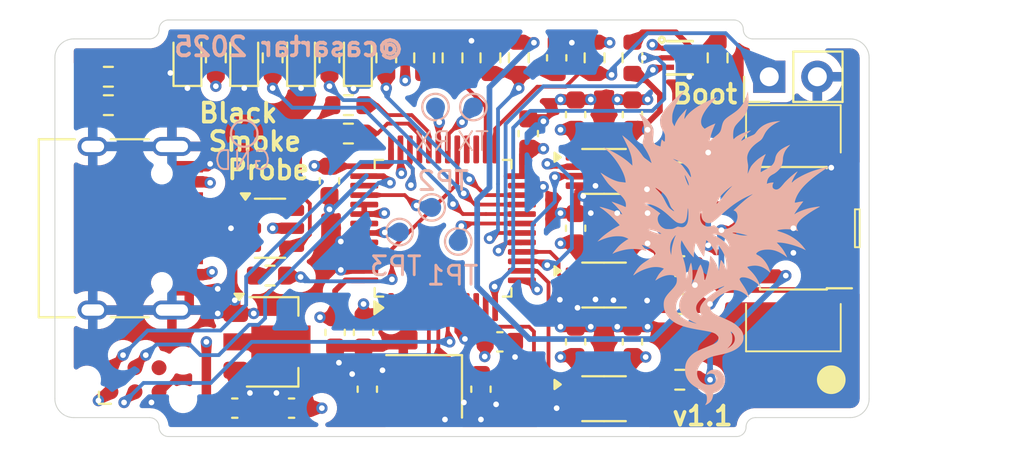
<source format=kicad_pcb>
(kicad_pcb (version 20241229) (generator "pcbnew") (generator_version "9.0")
  (layers (0 "F.Cu" signal) (4 "In1.Cu" signal) (6 "In2.Cu" signal) (2 "B.Cu" signal) (13 "F.Paste" user) (15 "B.Paste" user) (5 "F.SilkS" user "F.Silkscreen") (7 "B.SilkS" user "B.Silkscreen") (1 "F.Mask" user) (3 "B.Mask" user) (25 "Edge.Cuts" user))
  (net 0 "")
  (net 1 "GND")
  (net 2 "Net-(U3-PB0)")
  (net 3 "Net-(U3-PD0)")
  (net 4 "Net-(U3-PD1)")
  (net 5 "+5V")
  (net 6 "+3V3")
  (net 7 "Net-(U4-VCCB)")
  (net 8 "Net-(D1-A)")
  (net 9 "Net-(D2-A)")
  (net 10 "Net-(D3-A)")
  (net 11 "Net-(D4-A)")
  (net 12 "Net-(J1-D+-PadA6)")
  (net 13 "Net-(J1-D--PadA7)")
  (net 14 "Net-(J1-CC1)")
  (net 15 "Net-(J1-CC2)")
  (net 16 "Net-(J2-Pin_1)")
  (net 18 "/NRST")
  (net 19 "/SWCLK")
  (net 20 "/SWDIO")
  (net 21 "/VREF")
  (net 22 "Net-(J4-~{RESET})")
  (net 23 "Net-(J4-NC{slash}TDI)")
  (net 24 "Net-(J4-SWDIO{slash}TMS)")
  (net 26 "Net-(J4-SWCLK{slash}TCK)")
  (net 27 "Net-(J4-SWO{slash}TDO)")
  (net 28 "Net-(U3-PB13)")
  (net 29 "Net-(U3-PA8)")
  (net 30 "/USBX1+")
  (net 31 "/USBX1-")
  (net 32 "/USBX2-")
  (net 33 "/USBX2+")
  (net 34 "/RESET")
  (net 35 "Net-(U4-1B)")
  (net 36 "Net-(U6-1B)")
  (net 37 "Net-(U5-1B)")
  (net 38 "Net-(U4-2B)")
  (net 39 "/LED0")
  (net 40 "/LED1")
  (net 41 "/LED2")
  (net 42 "Net-(U3-PB1)")
  (net 43 "Net-(U3-PB3)")
  (net 44 "Net-(U3-PB7)")
  (net 45 "/TX")
  (net 46 "/RX")
  (net 50 "/RST_SENSE")
  (net 51 "Net-(U3-PA6)")
  (net 53 "Net-(U3-PA4)")
  (net 59 "Net-(U3-PA3)")
  (net 60 "/RST")
  (net 61 "Net-(U3-PA1)")
  (net 62 "Net-(U3-PA5)")
  (footprint "LED_SMD:LED_0603_1608Metric" (layer "F.Cu") (at 136 71 90)
    (property "Reference" "D4" (hide yes))
    (property "Value" "YELLOW")
  )
  (footprint "Capacitor_SMD:C_0603_1608Metric" (layer "F.Cu") (at 150.5 86 90)
    (property "Reference" "C16" (hide yes))
    (property "Value" "1uF")
  )
  (footprint "Resistor_SMD:R_0603_1608Metric" (layer "F.Cu") (at 131.5 71 90)
    (property "Reference" "R18" (hide yes))
    (property "Value" "330")
  )
  (footprint "Package_QFP:LQFP-48_7x7mm_P0.5mm" (layer "F.Cu") (at 140.5 80 90)
    (property "Reference" "U3" (hide yes))
    (property "Value" "STM32F103CBTx")
  )
  (footprint "Capacitor_SMD:C_0603_1608Metric" (layer "F.Cu") (at 147.5 80 90)
    (property "Reference" "C12" (hide yes))
    (property "Value" "1uF")
  )
  (footprint "Resistor_SMD:R_0603_1608Metric" (layer "F.Cu") (at 153 82)
    (property "Reference" "R16" (hide yes))
    (property "Value" "100")
  )
  (footprint "Resistor_SMD:R_0603_1608Metric" (layer "F.Cu") (at 128.5 71 90)
    (property "Reference" "R17" (hide yes))
    (property "Value" "330")
  )
  (footprint "Package_TO_SOT_SMD:SOT-89-3" (layer "F.Cu") (at 131.5 86)
    (property "Reference" "U2" (hide yes))
    (property "Value" "AZ1117-3.3")
  )
  (footprint "Resistor_SMD:R_0603_1608Metric" (layer "F.Cu") (at 141 71 90)
    (property "Reference" "R2" (hide yes))
    (property "Value" "10k")
  )
  (footprint "LED_SMD:LED_0603_1608Metric" (layer "F.Cu") (at 130 71 90)
    (property "Reference" "D2" (hide yes))
    (property "Value" "RED")
  )
  (footprint "Capacitor_SMD:C_0603_1608Metric" (layer "F.Cu") (at 150.5 80 90)
    (property "Reference" "C15" (hide yes))
    (property "Value" "1uF")
  )
  (footprint "Resistor_SMD:R_0603_1608Metric" (layer "F.Cu") (at 134.5 71 90)
    (property "Reference" "R19" (hide yes))
    (property "Value" "330")
  )
  (footprint "Resistor_SMD:R_0603_1608Metric" (layer "F.Cu") (at 144.5 71 -90)
    (property "Reference" "R3" (hide yes))
    (property "Value" "4k7")
  )
  (footprint "Resistor_SMD:R_0603_1608Metric" (layer "F.Cu") (at 122.825 72 180)
    (property "Reference" "R6" (hide yes))
    (property "Value" "5k1")
  )
  (footprint "LED_SMD:LED_0603_1608Metric" (layer "F.Cu") (at 127 71 90)
    (property "Reference" "D1" (hide yes))
    (property "Value" "GREEN")
  )
  (footprint "Capacitor_SMD:C_0603_1608Metric" (layer "F.Cu") (at 143.5 86)
    (property "Reference" "C8" (hide yes))
    (property "Value" "1uF")
  )
  (footprint "Package_SO:VSSOP-8_2.3x2mm_P0.5mm" (layer "F.Cu") (at 149 77)
    (property "Reference" "U4" (hide yes))
    (property "Value" "74LVC2T45DC")
  )
  (footprint "Crystal:Crystal_SMD_3225-4Pin_3.2x2.5mm" (layer "F.Cu") (at 139.5 88.35 180)
    (property "Reference" "Y1" (hide yes))
    (property "Value" "8MHz")
  )
  (footprint "Capacitor_SMD:C_0603_1608Metric" (layer "F.Cu") (at 146.5 71 90)
    (property "Reference" "C1" (hide yes))
    (property "Value" "100nF")
  )
  (footprint "Capacitor_SMD:C_0603_1608Metric" (layer "F.Cu") (at 132.5 89.5 180)
    (property "Reference" "C5" (hide yes))
    (property "Value" "22uF")
  )
  (footprint "Resistor_SMD:R_0603_1608Metric" (layer "F.Cu") (at 137.5 71 90)
    (property "Reference" "R20" (hide yes))
    (property "Value" "330")
  )
  (footprint "Capacitor_SMD:C_0603_1608Metric" (layer "F.Cu") (at 147.5 86 90)
    (property "Reference" "C13" (hide yes))
    (property "Value" "1uF")
  )
  (footprint "Capacitor_SMD:C_0603_1608Metric" (layer "F.Cu") (at 142.5 88.5 90)
    (property "Reference" "C3" (hide yes))
    (property "Value" "100nF")
  )
  (footprint "Capacitor_SMD:C_0603_1608Metric" (layer "F.Cu") (at 145 75 90)
    (property "Reference" "C7" (hide yes))
    (property "Value" "1uF")
  )
  (footprint "Resistor_SMD:R_0603_1608Metric" (layer "F.Cu") (at 131.3625 82.5 180)
    (property "Reference" "R8" (hide yes))
    (property "Value" "1k5")
  )
  (footprint "Resistor_SMD:R_0603_1608Metric" (layer "F.Cu") (at 150.5 71 90)
    (property "Reference" "R21" (hide yes))
    (property "Value" "10k")
  )
  (footprint "Resistor_SMD:R_0603_1608Metric" (layer "F.Cu") (at 153 78)
    (property "Reference" "R15" (hide yes))
    (property "Value" "100")
  )
  (footprint "Resistor_SMD:R_0603_1608Metric" (layer "F.Cu") (at 135.5 75 180)
    (property "Reference" "R10" (hide yes))
    (property "Value" "22")
  )
  (footprint "Resistor_SMD:R_0603_1608Metric" (layer "F.Cu") (at 153 84)
    (property "Reference" "R14" (hide yes))
    (property "Value" "100")
  )
  (footprint "EasyEDA:SOT-563-6_L1.6-W1.2-P0.5-LS1.6-BL" (layer "F.Cu") (at 153 71 -90)
    (property "Reference" "U7" (hide yes))
    (property "Value" "DMG1024UV-7")
  )
  (footprint "Package_SO:VSSOP-8_2.3x2mm_P0.5mm" (layer "F.Cu") (at 149 83)
    (property "Reference" "U5" (hide yes))
    (property "Value" "74LVC2T45DC")
  )
  (footprint "Resistor_SMD:R_0603_1608Metric" (layer "F.Cu") (at 153 88)
    (property "Reference" "R13" (hide yes))
    (property "Value" "100")
  )
  (footprint "Resistor_SMD:R_0603_1608Metric" (layer "F.Cu") (at 135.5 73.5 180)
    (property "Reference" "R9" (hide yes))
    (property "Value" "22")
  )
  (footprint "Connector_PinHeader_2.54mm:PinHeader_1x02_P2.54mm_Vertical" (layer "F.Cu") (at 157.725 72 90)
    (property "Reference" "J2" (hide yes))
    (property "Value" "MCU_BOOT")
  )
  (footprint "Connector_USB:USB_C_Receptacle_HRO_TYPE-C-31-M-12" (layer "F.Cu") (at 123.05 80 -90)
    (property "Reference" "J1" (hide yes))
    (property "Value" "USB_C_Receptacle_USB2.0_14P")
  )
  (footprint "Capacitor_SMD:C_0603_1608Metric" (layer "F.Cu") (at 129.5 89.5)
    (property "Reference" "C4" (hide yes))
    (property "Value" "10uF")
  )
  (footprint "Resistor_SMD:R_0603_1608Metric" (layer "F.Cu") (at 155 71 -90)
    (property "Reference" "R11" (hide yes))
    (property "Value" "100")
  )
  (footprint "Capacitor_SMD:C_0603_1608Metric" (layer "F.Cu") (at 134.8 85.5 -90)
    (property "Reference" "C10" (hide yes))
    (property "Value" "1uF")
  )
  (footprint "Resistor_SMD:R_0603_1608Metric" (layer "F.Cu") (at 139.5 71 -90)
    (property "Reference" "R1" (hide yes))
    (property "Value" "4k7")
  )
  (footprint "Capacitor_SMD:C_0603_1608Metric" (layer "F.Cu") (at 134.5 77.5 -90)
    (property "Reference" "C6" (hide yes))
    (property "Value" "1uF")
  )
  (footprint "Capacitor_SMD:C_0603_1608Metric" (layer "F.Cu") (at 136.3 85.5 -90)
    (property "Reference" "C9" (hide yes))
    (property "Value" "1uF")
  )
  (footprint "Capacitor_SMD:C_0603_1608Metric" (layer "F.Cu") (at 136.5 88.5 90)
    (property "Reference" "C2" (hide yes))
    (property "Value" "30pF")
  )
  (footprint "Package_TO_SOT_SMD:SOT-23-6" (layer "F.Cu") (at 131.3625 80)
    (property "Reference" "U1" (hide yes))
    (property "Value" "USBLC6-2SC6")
  )
  (footprint "Capacitor_SMD:C_0603_1608Metric" (layer "F.Cu") (at 150.5 74 90)
    (property "Reference" "C14" (hide yes))
    (property "Value" "1uF")
  )
  (footprint "Connector_PinHeader_1.27mm:PinHeader_2x05_P1.27mm_Vertical_SMD" (layer "F.Cu") (at 159 80 180)
    (property "Reference" "J4" (hide yes))
    (property "Value" "Conn_ARM_JTAG_SWD_10")
  )
  (footprint "Resistor_SMD:R_0603_1608Metric" (layer "F.Cu") (at 153 76)
    (property "Reference" "R12" (hide yes))
    (property "Value" "100")
  )
  (footprint "Capacitor_SMD:C_0603_1608Metric" (layer "F.Cu") (at 147.5 74 90)
    (property "Reference" "C11" (hide yes))
    (property "Value" "1uF")
  )
  (footprint "Resistor_SMD:R_0603_1608Metric" (layer "F.Cu") (at 143 71 90)
    (property "Reference" "R4" (hide yes))
    (property "Value" "10k")
  )
  (footprint "LED_SMD:LED_0603_1608Metric" (layer "F.Cu") (at 133 71 90)
    (property "Reference" "D3" (hide yes))
    (property "Value" "ORANGE")
  )
  (footprint "Resistor_SMD:R_0603_1608Metric" (layer "F.Cu") (at 122.825 73.5 180)
    (property "Reference" "R7" (hide yes))
    (property "Value" "5k1")
  )
  (footprint "Resistor_SMD:R_0603_1608Metric" (layer "F.Cu") (at 148.5 71 -90)
    (property "Reference" "R5" (hide yes))
    (property "Value" "10k")
  )
  (footprint "Connector:Tag-Connect_TC2030-IDC-NL_2x03_P1.27mm_Vertical" (layer "F.Cu") (at 124.23 88)
    (property "Reference" "J3" (hide yes))
    (property "Value" "SWD_TagConnect")
  )
  (footprint "Package_SO:VSSOP-8_2.3x2mm_P0.5mm" (layer "F.Cu") (at 149 89)
    (property "Reference" "U6" (hide yes))
    (property "Value" "74LVC2T45DC")
  )
  (footprint "TestPoint:TestPoint_Pad_D1.0mm" (layer "B.Cu") (at 130 75)
    (property "Reference" "TP6" (hide yes))
    (property "Value" "TestPoint")
  )
  (footprint "TestPoint:TestPoint_Pad_D1.0mm" (layer "B.Cu") (at 141.3 80.7)
    (property "Reference" "TP1")
    (property "Value" "TestPoint")
  )
  (footprint "TestPoint:TestPoint_Pad_D1.0mm" (layer "B.Cu") (at 142.1 73.6)
    (property "Reference" "TP4" (hide yes))
    (property "Value" "TX")
  )
  (footprint "TestPoint:TestPoint_Pad_D1.0mm" (layer "B.Cu") (at 140.1 73.6)
    (property "Reference" "TP5" (hide yes))
    (property "Value" "RX")
  )
  (footprint "TestPoint:TestPoint_Pad_D1.0mm" (layer "B.Cu") (at 139.9 78.9)
    (property "Reference" "TP2")
    (property "Value" "TestPoint")
  )
  (footprint "TestPoint:TestPoint_Pad_D1.0mm" (layer "B.Cu") (at 138.2 80.2)
    (property "Reference" "TP3")
    (property "Value" "TestPoint")
  )
  (gr_line (start 156.5 76) (end 156.5 73.5) (stroke (width 0.1)) (layer "F.SilkS"))
  (gr_line (start 156.5 84) (end 156.5 86.5) (stroke (width 0.1)) (layer "F.SilkS"))
  (gr_line (start 162.25 79) (end 162.25 81) (stroke (width 0.1)) (layer "F.SilkS"))
  (gr_line (start 161.5 86.5) (end 161.5 84) (stroke (width 0.1)) (layer "F.SilkS"))
  (gr_line (start 162.25 81) (end 162.5 81) (stroke (width 0.1)) (layer "F.SilkS"))
  (gr_line (start 161.5 73.5) (end 161.5 76) (stroke (width 0.1)) (layer "F.SilkS"))
  (gr_line (start 161.5 86.5) (end 156.5 86.5) (stroke (width 0.1)) (layer "F.SilkS"))
  (gr_line (start 162.5 79) (end 162.25 79) (stroke (width 0.1)) (layer "F.SilkS"))
  (gr_circle (center 161 88) (end 161.5 88.5) (stroke (width 0.1)) (fill yes) (layer "F.SilkS"))
  (gr_line (start 156.5 73.5) (end 161.5 73.5) (stroke (width 0.1)) (layer "F.SilkS"))
  (gr_line (start 162.5 81) (end 162.5 79) (stroke (width 0.1)) (layer "F.SilkS"))
  (gr_poly (pts (xy 153.25 72.75) (xy 153.250219 72.750562) (xy 153.249801 72.752769) (xy 153.248282 72.756356) (xy 153.245712 72.761248) (xy 153.237612 72.774646) (xy 153.225895 72.792364) (xy 153.210954 72.813803) (xy 153.193181 72.838363) (xy 153.172968 72.865445) (xy 153.15071 72.894449) (xy 153.110028 72.949481) (xy 153.070081 73.005963) (xy 153.03098 73.06369) (xy 152.992841 73.122459) (xy 152.955777 73.182065) (xy 152.919902 73.242303) (xy 152.885329 73.302971) (xy 152.852171 73.363864) (xy 152.820543 73.424777) (xy 152.790559 73.485507) (xy 152.762332 73.545849) (xy 152.735975 73.605599) (xy 152.711602 73.664554) (xy 152.689328 73.722509) (xy 152.669266 73.779259) (xy 152.651528 73.834602) (xy 152.637758 73.881248) (xy 152.626696 73.923347) (xy 152.622097 73.943338) (xy 152.618073 73.962966) (xy 152.614593 73.982491) (xy 152.611621 74.002171) (xy 152.609124 74.022265) (xy 152.60707 74.04303) (xy 152.604152 74.08761) (xy 152.602598 74.137977) (xy 152.60214 74.196199) (xy 152.601747 74.261924) (xy 152.601869 74.289162) (xy 152.602305 74.313222) (xy 152.603135 74.334532) (xy 152.604434 74.353523) (xy 152.606282 74.370621) (xy 152.608754 74.386258) (xy 152.61193 74.400861) (xy 152.615886 74.414859) (xy 152.620699 74.428681) (xy 152.626448 74.442757) (xy 152.63321 74.457515) (xy 152.641062 74.473384) (xy 152.660348 74.510171) (xy 152.72032 74.619532) (xy 152.748542 74.536629) (xy 152.756897 74.513425) (xy 152.766677 74.488911) (xy 152.777781 74.463266) (xy 152.790104 74.436666) (xy 152.803544 74.409292) (xy 152.817996 74.381321) (xy 152.849525 74.324301) (xy 152.883866 74.267033) (xy 152.920191 74.210944) (xy 152.938839 74.183786) (xy 152.957674 74.157459) (xy 152.97659 74.132139) (xy 152.995487 74.108004) (xy 153.043891 74.04961) (xy 153.101265 73.982493) (xy 153.162857 73.911985) (xy 153.223911 73.843421) (xy 153.279673 73.782133) (xy 153.325389 73.733454) (xy 153.342995 73.715509) (xy 153.356306 73.702716) (xy 153.364728 73.695742) (xy 153.36692 73.694646) (xy 153.367668 73.695254) (xy 153.366624 73.701169) (xy 153.363616 73.713141) (xy 153.352454 73.75236) (xy 153.33567 73.807123) (xy 153.314751 73.871643) (xy 153.304137 73.907179) (xy 153.293667 73.944266) (xy 153.283652 73.981807) (xy 153.274402 74.018707) (xy 153.266227 74.053871) (xy 153.259437 74.086204) (xy 153.254341 74.114609) (xy 153.252526 74.126996) (xy 153.251251 74.137991) (xy 153.240668 74.240296) (xy 153.297112 74.153865) (xy 153.331941 74.103321) (xy 153.371522 74.052297) (xy 153.415729 74.00089) (xy 153.464433 73.949199) (xy 153.51751 73.897322) (xy 153.574831 73.845357) (xy 153.636272 73.793402) (xy 153.701704 73.741556) (xy 153.771002 73.689917) (xy 153.844038 73.638582) (xy 153.920687 73.587651) (xy 154.000821 73.537221) (xy 154.084314 73.48739) (xy 154.17104 73.438257) (xy 154.260871 73.38992) (xy 154.353681 73.342476) (xy 154.427889 73.306137) (xy 154.520369 73.263101) (xy 154.62244 73.217089) (xy 154.725421 73.17182) (xy 154.82063 73.131017) (xy 154.899385 73.098399) (xy 154.953004 73.077687) (xy 154.967675 73.072958) (xy 154.971501 73.072204) (xy 154.972807 73.072601) (xy 154.969124 73.077021) (xy 154.958558 73.088449) (xy 154.91967 73.129266) (xy 154.86193 73.188936) (xy 154.791126 73.261338) (xy 154.678192 73.380477) (xy 154.575567 73.496355) (xy 154.483308 73.608813) (xy 154.401472 73.717689) (xy 154.364481 73.770734) (xy 154.330116 73.822824) (xy 154.298386 73.873938) (xy 154.269297 73.924057) (xy 154.242857 73.97316) (xy 154.219072 74.021229) (xy 154.19795 74.068241) (xy 154.179498 74.114178) (xy 154.163722 74.15902) (xy 154.15063 74.202745) (xy 154.14023 74.245336) (xy 154.132527 74.28677) (xy 154.12753 74.327029) (xy 154.125245 74.366093) (xy 154.12568 74.403941) (xy 154.128841 74.440553) (xy 154.134736 74.475909) (xy 154.143371 74.509989) (xy 154.154755 74.542774) (xy 154.168893 74.574243) (xy 154.185794 74.604376) (xy 154.205464 74.633153) (xy 154.22791 74.660554) (xy 154.25314 74.68656) (xy 154.313112 74.744768) (xy 154.436585 74.672449) (xy 154.464338 74.656911) (xy 154.496557 74.639762) (xy 154.532083 74.621537) (xy 154.569758 74.602775) (xy 154.646929 74.565788) (xy 154.684108 74.548639) (xy 154.718807 74.533101) (xy 154.881084 74.466074) (xy 154.805237 74.644226) (xy 154.771799 74.725613) (xy 154.742454 74.800551) (xy 154.716499 74.871189) (xy 154.69323 74.939678) (xy 154.671947 75.008166) (xy 154.651944 75.078805) (xy 154.632521 75.153742) (xy 154.612973 75.235129) (xy 154.57064 75.418574) (xy 154.651779 75.337435) (xy 154.671947 75.318649) (xy 154.697364 75.295956) (xy 154.726999 75.270245) (xy 154.759817 75.242405) (xy 154.794785 75.213325) (xy 154.830869 75.183894) (xy 154.867035 75.155) (xy 154.902251 75.127532) (xy 154.941451 75.09678) (xy 154.976572 75.06838) (xy 155.007915 75.041871) (xy 155.035783 75.016793) (xy 155.060478 74.992687) (xy 155.082302 74.969092) (xy 155.101558 74.945549) (xy 155.118548 74.921598) (xy 155.133574 74.896779) (xy 155.146939 74.870631) (xy 155.158945 74.842696) (xy 155.169894 74.812513) (xy 155.180088 74.779621) (xy 155.189831 74.743562) (xy 155.199423 74.703876) (xy 155.209168 74.660102) (xy 155.222912 74.600257) (xy 155.236684 74.545972) (xy 155.250968 74.496608) (xy 155.266246 74.451522) (xy 155.283003 74.410074) (xy 155.30172 74.371623) (xy 155.322882 74.335529) (xy 155.334531 74.318165) (xy 155.346972 74.30115) (xy 155.374472 74.267846) (xy 155.405866 74.234977) (xy 155.441637 74.2019) (xy 155.482268 74.167977) (xy 155.528242 74.132564) (xy 155.580043 74.095023) (xy 155.638154 74.054712) (xy 155.703057 74.010991) (xy 155.755481 73.976112) (xy 155.808587 73.939663) (xy 155.860908 73.902718) (xy 155.910975 73.866351) (xy 155.957322 73.831639) (xy 155.998481 73.799654) (xy 156.032984 73.771473) (xy 156.04728 73.759145) (xy 156.059363 73.748171) (xy 156.101959 73.708267) (xy 156.143072 73.666656) (xy 156.182665 73.623407) (xy 156.220703 73.578589) (xy 156.257149 73.532273) (xy 156.291968 73.484528) (xy 156.325123 73.435424) (xy 156.356577 73.38503) (xy 156.386295 73.333417) (xy 156.414241 73.280654) (xy 156.440378 73.226811) (xy 156.46467 73.171958) (xy 156.487082 73.116165) (xy 156.507576 73.0595) (xy 156.526116 73.002034) (xy 156.542668 72.943838) (xy 156.550495 72.913511) (xy 156.557991 72.885106) (xy 156.564992 72.859223) (xy 156.571331 72.836461) (xy 156.576843 72.81742) (xy 156.581363 72.802699) (xy 156.584725 72.792898) (xy 156.585921 72.790029) (xy 156.586765 72.788616) (xy 156.588143 72.788125) (xy 156.589625 72.789565) (xy 156.592859 72.797862) (xy 156.600132 72.833484) (xy 156.607942 72.889447) (xy 156.615649 72.959713) (xy 156.622611 73.038247) (xy 156.628189 73.119014) (xy 156.631741 73.195977) (xy 156.632627 73.263101) (xy 156.631552 73.318554) (xy 156.628995 73.3731) (xy 156.62496 73.4267) (xy 156.619452 73.479316) (xy 156.612476 73.530908) (xy 156.604038 73.581439) (xy 156.594143 73.630868) (xy 156.582796 73.679159) (xy 156.570002 73.726271) (xy 156.555766 73.772166) (xy 156.540093 73.816805) (xy 156.522989 73.86015) (xy 156.504459 73.902162) (xy 156.484507 73.942802) (xy 156.46314 73.982031) (xy 156.440362 74.01981) (xy 156.42376 74.043653) (xy 156.39982 74.074628) (xy 156.369637 74.111432) (xy 156.334308 74.152763) (xy 156.294927 74.197318) (xy 156.25259 74.243796) (xy 156.208394 74.290894) (xy 156.163432 74.33731) (xy 156.123144 74.378527) (xy 156.086775 74.416437) (xy 156.05407 74.451412) (xy 156.024774 74.483823) (xy 155.998629 74.514043) (xy 155.975381 74.542445) (xy 155.954774 74.569399) (xy 155.936551 74.595279) (xy 155.920458 74.620455) (xy 155.906238 74.645301) (xy 155.893635 74.670189) (xy 155.882394 74.69549) (xy 155.872259 74.721576) (xy 155.862974 74.74882) (xy 155.854284 74.777593) (xy 155.845931 74.808269) (xy 155.84118 74.828724) (xy 155.836857 74.852104) (xy 155.832979 74.877985) (xy 155.829561 74.905943) (xy 155.824166 74.966398) (xy 155.820796 75.030077) (xy 155.819577 75.093591) (xy 155.820631 75.15355) (xy 155.82205 75.181136) (xy 155.824083 75.206563) (xy 155.826747 75.229406) (xy 155.830057 75.249241) (xy 155.84064 75.300393) (xy 155.90414 75.238657) (xy 155.932952 75.213028) (xy 155.96497 75.187166) (xy 155.999929 75.161212) (xy 156.037562 75.135304) (xy 156.077603 75.109582) (xy 156.119786 75.084186) (xy 156.163845 75.059254) (xy 156.209513 75.034928) (xy 156.256526 75.011345) (xy 156.304615 74.988646) (xy 156.353516 74.966971) (xy 156.402962 74.946458) (xy 156.452688 74.927247) (xy 156.502426 74.909478) (xy 156.551911 74.893291) (xy 156.600876 74.878824) (xy 156.631779 74.870587) (xy 156.660573 74.863197) (xy 156.686639 74.85684) (xy 156.709355 74.851704) (xy 156.719264 74.849651) (xy 156.728104 74.847973) (xy 156.735796 74.846692) (xy 156.742263 74.845833) (xy 156.747428 74.845419) (xy 156.751213 74.845471) (xy 156.752564 74.84568) (xy 156.753541 74.846015) (xy 156.754135 74.846478) (xy 156.754334 74.847073) (xy 156.753868 74.848369) (xy 156.752502 74.850246) (xy 156.750288 74.852666) (xy 156.747279 74.85559) (xy 156.73908 74.862794) (xy 156.728317 74.871548) (xy 156.715405 74.881542) (xy 156.700756 74.892466) (xy 156.684785 74.904011) (xy 156.667904 74.915865) (xy 156.644793 74.932156) (xy 156.620596 74.950444) (xy 156.595552 74.970494) (xy 156.569898 74.992071) (xy 156.543872 75.01494) (xy 156.517711 75.038865) (xy 156.491654 75.063613) (xy 156.465938 75.088947) (xy 156.440801 75.114632) (xy 156.416481 75.140434) (xy 156.393214 75.166117) (xy 156.37124 75.191445) (xy 156.350795 75.216185) (xy 156.332117 75.240101) (xy 156.315445 75.262957) (xy 156.301015 75.284519) (xy 156.278525 75.321064) (xy 156.268645 75.337414) (xy 156.260005 75.351987) (xy 156.252852 75.36441) (xy 156.247437 75.374311) (xy 156.245457 75.378199) (xy 156.244005 75.381318) (xy 156.243111 75.38362) (xy 156.242883 75.38445) (xy 156.242806 75.385059) (xy 156.242894 75.385494) (xy 156.243152 75.385807) (xy 156.243578 75.386) (xy 156.244167 75.386076) (xy 156.245818 75.385885) (xy 156.248071 75.385253) (xy 156.250892 75.384196) (xy 156.254248 75.382734) (xy 156.26243 75.378666) (xy 156.272348 75.373191) (xy 156.283734 75.366456) (xy 156.296319 75.358605) (xy 156.309834 75.349782) (xy 156.346307 75.326007) (xy 156.392599 75.298822) (xy 156.447283 75.26895) (xy 156.508933 75.237114) (xy 156.576123 75.204037) (xy 156.647426 75.170444) (xy 156.721416 75.137058) (xy 156.796668 75.104602) (xy 156.846277 75.082956) (xy 156.867082 75.073406) (xy 156.885634 75.06439) (xy 156.902243 75.055675) (xy 156.917218 75.047023) (xy 156.930871 75.038202) (xy 156.943511 75.028975) (xy 156.955449 75.019107) (xy 156.966993 75.008363) (xy 156.978455 74.996508) (xy 156.990144 74.983306) (xy 157.002371 74.968524) (xy 157.015445 74.951925) (xy 157.045376 74.912337) (xy 157.09449 74.849218) (xy 157.146007 74.790122) (xy 157.200057 74.73498) (xy 157.256767 74.683721) (xy 157.316268 74.636275) (xy 157.378689 74.592574) (xy 157.444159 74.552547) (xy 157.512807 74.516124) (xy 157.584762 74.483236) (xy 157.660153 74.453812) (xy 157.739111 74.427784) (xy 157.821763 74.405082) (xy 157.908239 74.385635) (xy 157.998668 74.369373) (xy 158.09318 74.356228) (xy 158.191904 74.346129) (xy 158.315376 74.335546) (xy 158.184849 74.399046) (xy 158.119793 74.431318) (xy 158.057556 74.464654) (xy 157.998104 74.499086) (xy 157.941404 74.534645) (xy 157.887422 74.571361) (xy 157.836125 74.609266) (xy 157.787479 74.64839) (xy 157.74145 74.688765) (xy 157.698006 74.730421) (xy 157.657111 74.77339) (xy 157.618733 74.817703) (xy 157.582838 74.86339) (xy 157.549393 74.910483) (xy 157.518364 74.959012) (xy 157.489716 75.009009) (xy 157.463418 75.060505) (xy 157.425739 75.137957) (xy 157.408867 75.170909) (xy 157.392835 75.200568) (xy 157.377288 75.227355) (xy 157.361874 75.251687) (xy 157.346237 75.273982) (xy 157.330024 75.294661) (xy 157.312881 75.31414) (xy 157.294453 75.332839) (xy 157.274388 75.351177) (xy 157.25233 75.369571) (xy 157.227926 75.388441) (xy 157.200822 75.408204) (xy 157.170664 75.429281) (xy 157.137098 75.452088) (xy 157.07076 75.499343) (xy 157.008062 75.547765) (xy 156.94909 75.597242) (xy 156.89393 75.647659) (xy 156.842665 75.698903) (xy 156.795383 75.75086) (xy 156.752167 75.803417) (xy 156.713104 75.856459) (xy 156.678278 75.909874) (xy 156.647774 75.963546) (xy 156.621679 76.017364) (xy 156.600077 76.071212) (xy 156.583053 76.124978) (xy 156.570694 76.178548) (xy 156.566289 76.205223) (xy 156.563083 76.231807) (xy 156.561085 76.258285) (xy 156.560307 76.284643) (xy 156.560868 76.308521) (xy 156.562484 76.337091) (xy 156.565051 76.369258) (xy 156.568465 76.403926) (xy 156.572623 76.44) (xy 156.577422 76.476383) (xy 156.582759 76.511982) (xy 156.588529 76.545699) (xy 156.596729 76.591918) (xy 156.602861 76.634003) (xy 156.607009 76.673939) (xy 156.608364 76.693721) (xy 156.609255 76.713709) (xy 156.609682 76.755298) (xy 156.608373 76.800691) (xy 156.60541 76.851871) (xy 156.600876 76.910823) (xy 156.594702 76.990722) (xy 156.589852 77.056565) (xy 156.588129 77.082097) (xy 156.586986 77.101572) (xy 156.586503 77.114143) (xy 156.586536 77.117575) (xy 156.586765 77.118963) (xy 156.587012 77.119068) (xy 156.587421 77.11873) (xy 156.588708 77.116768) (xy 156.593049 77.108021) (xy 156.607932 77.073763) (xy 156.655557 76.958449) (xy 156.670116 76.923391) (xy 156.685708 76.887673) (xy 156.701879 76.852285) (xy 156.718175 76.818219) (xy 156.734139 76.78647) (xy 156.749318 76.758027) (xy 156.763257 76.733884) (xy 156.76962 76.723734) (xy 156.775501 76.715032) (xy 156.790026 76.695196) (xy 156.806369 76.674163) (xy 156.824366 76.652102) (xy 156.843852 76.62918) (xy 156.886626 76.581428) (xy 156.933369 76.532249) (xy 156.982758 76.482987) (xy 157.03347 76.434987) (xy 157.084181 76.389591) (xy 157.13357 76.348143) (xy 157.178422 76.314491) (xy 157.235408 76.27406) (xy 157.299297 76.230321) (xy 157.364861 76.186747) (xy 157.426869 76.146812) (xy 157.480092 76.113987) (xy 157.501775 76.101326) (xy 157.519301 76.091746) (xy 157.532015 76.085679) (xy 157.539265 76.08356) (xy 157.539689 76.083693) (xy 157.539972 76.084088) (xy 157.540123 76.085637) (xy 157.539742 76.088153) (xy 157.538852 76.09158) (xy 157.535637 76.100954) (xy 157.530666 76.113326) (xy 157.524124 76.12826) (xy 157.516197 76.145324) (xy 157.507071 76.164082) (xy 157.496932 76.184102) (xy 157.46944 76.24312) (xy 157.4417 76.30898) (xy 157.414456 76.379594) (xy 157.388452 76.452874) (xy 157.364433 76.526734) (xy 157.343143 76.599084) (xy 157.325325 76.667838) (xy 157.311724 76.730908) (xy 157.300668 76.79213) (xy 157.291411 76.849281) (xy 157.287502 76.875935) (xy 157.284097 76.901099) (xy 157.281214 76.924614) (xy 157.278871 76.946322) (xy 157.277086 76.966068) (xy 157.275877 76.983691) (xy 157.275262 76.999036) (xy 157.27526 77.011945) (xy 157.275889 77.022259) (xy 157.276445 77.026394) (xy 157.277166 77.029821) (xy 157.278053 77.032521) (xy 157.279109 77.034474) (xy 157.280337 77.03566) (xy 157.281738 77.03606) (xy 157.283013 77.035877) (xy 157.284828 77.035337) (xy 157.287144 77.034456) (xy 157.289923 77.033249) (xy 157.296713 77.029921) (xy 157.304888 77.025476) (xy 157.314138 77.02004) (xy 157.324153 77.013735) (xy 157.334623 77.006686) (xy 157.345237 76.999018) (xy 157.359717 76.990091) (xy 157.380047 76.978209) (xy 157.434534 76.947645) (xy 157.501259 76.911458) (xy 157.572779 76.873782) (xy 157.626999 76.845314) (xy 157.677293 76.816694) (xy 157.723789 76.787768) (xy 157.766614 76.758385) (xy 157.805894 76.728393) (xy 157.841755 76.697638) (xy 157.874325 76.665968) (xy 157.903729 76.633232) (xy 157.930095 76.599276) (xy 157.953549 76.563947) (xy 157.974217 76.527095) (xy 157.992227 76.488565) (xy 158.007704 76.448206) (xy 158.020776 76.405866) (xy 158.031569 76.361391) (xy 158.040209 76.314629) (xy 158.050164 76.264552) (xy 158.063536 76.216134) (xy 158.080397 76.169297) (xy 158.100816 76.123964) (xy 158.124862 76.080057) (xy 158.152606 76.037499) (xy 158.184117 75.996212) (xy 158.219465 75.956119) (xy 158.25872 75.917142) (xy 158.301951 75.879204) (xy 158.349228 75.842227) (xy 158.400622 75.806133) (xy 158.456201 75.770846) (xy 158.516036 75.736288) (xy 158.580197 75.70238) (xy 158.648752 75.669046) (xy 158.683106 75.652975) (xy 158.715558 75.63804) (xy 158.745365 75.624553) (xy 158.771782 75.612822) (xy 158.794065 75.603159) (xy 158.81147 75.595872) (xy 158.823252 75.591273) (xy 158.826803 75.590078) (xy 158.828668 75.589671) (xy 158.829026 75.58982) (xy 158.82911 75.590261) (xy 158.828482 75.59199) (xy 158.826831 75.594799) (xy 158.824204 75.598628) (xy 158.816204 75.609112) (xy 158.804856 75.622964) (xy 158.790531 75.639711) (xy 158.773602 75.658876) (xy 158.75444 75.679984) (xy 158.733418 75.702559) (xy 158.711621 75.727054) (xy 158.689018 75.753657) (xy 158.66629 75.781501) (xy 158.644121 75.809716) (xy 158.623192 75.837435) (xy 158.604185 75.86379) (xy 158.587783 75.887913) (xy 158.580772 75.898866) (xy 158.574668 75.908935) (xy 158.561614 75.933437) (xy 158.548953 75.959185) (xy 158.536748 75.985976) (xy 158.525058 76.01361) (xy 158.513948 76.041885) (xy 158.503478 76.070599) (xy 158.493712 76.099551) (xy 158.48471 76.128539) (xy 158.476534 76.157361) (xy 158.469248 76.185817) (xy 158.462912 76.213704) (xy 158.45759 76.240821) (xy 158.453342 76.266967) (xy 158.450231 76.29194) (xy 158.448319 76.315538) (xy 158.447668 76.337559) (xy 158.447298 76.363217) (xy 158.4462 76.389198) (xy 158.444389 76.415411) (xy 158.44188 76.441767) (xy 158.438689 76.468174) (xy 158.434832 76.494542) (xy 158.430323 76.520781) (xy 158.425178 76.546801) (xy 158.419414 76.572511) (xy 158.413045 76.59782) (xy 158.406087 76.622638) (xy 158.398555 76.646874) (xy 158.390465 76.670439) (xy 158.381832 76.693242) (xy 158.372673 76.715192) (xy 158.363001 76.736199) (xy 158.348671 76.763469) (xy 158.331623 76.791558) (xy 158.312074 76.820252) (xy 158.29024 76.849336) (xy 158.26634 76.878595) (xy 158.24059 76.907816) (xy 158.213206 76.936784) (xy 158.184407 76.965284) (xy 158.154409 76.993102) (xy 158.123429 77.020023) (xy 158.091684 77.045833) (xy 158.059392 77.070318) (xy 158.026768 77.093263) (xy 157.994032 77.114453) (xy 157.961398 77.133675) (xy 157.929085 77.150713) (xy 157.892963 77.169806) (xy 157.859297 77.189439) (xy 157.828025 77.209698) (xy 157.799081 77.230667) (xy 157.7724 77.252432) (xy 157.747917 77.275077) (xy 157.725569 77.29869) (xy 157.705291 77.323354) (xy 157.687018 77.349154) (xy 157.670685 77.376177) (xy 157.656228 77.404508) (xy 157.643583 77.434231) (xy 157.632684 77.465432) (xy 157.623467 77.498196) (xy 157.615867 77.532608) (xy 157.609821 77.568755) (xy 157.597473 77.653421) (xy 157.659209 77.626963) (xy 157.6724 77.622263) (xy 157.689085 77.617478) (xy 157.708664 77.612688) (xy 157.730537 77.607973) (xy 157.778768 77.599088) (xy 157.828984 77.591464) (xy 157.876388 77.585742) (xy 157.897538 77.583794) (xy 157.916186 77.582562) (xy 157.931734 77.582126) (xy 157.943582 77.582566) (xy 157.95113 77.583962) (xy 157.953104 77.585043) (xy 157.953779 77.586394) (xy 157.953637 77.587648) (xy 157.953221 77.589404) (xy 157.951629 77.594276) (xy 157.949128 77.600718) (xy 157.945841 77.608442) (xy 157.941893 77.617158) (xy 157.937408 77.626577) (xy 157.932509 77.636409) (xy 157.92732 77.646365) (xy 157.921989 77.657891) (xy 157.917247 77.670526) (xy 157.913104 77.684095) (xy 157.909571 77.698427) (xy 157.906658 77.713349) (xy 157.904376 77.728686) (xy 157.902734 77.744266) (xy 157.901744 77.759916) (xy 157.901415 77.775462) (xy 157.901758 77.790732) (xy 157.902783 77.805552) (xy 157.9045 77.81975) (xy 157.90692 77.833152) (xy 157.910053 77.845585) (xy 157.91391 77.856876) (xy 157.918501 77.866851) (xy 157.923814 77.875089) (xy 157.930411 77.883226) (xy 157.93817 77.891203) (xy 157.946971 77.89896) (xy 157.956692 77.906438) (xy 157.967211 77.913577) (xy 157.978407 77.920319) (xy 157.990159 77.926603) (xy 158.002345 77.932371) (xy 158.014843 77.937562) (xy 158.027533 77.942118) (xy 158.040292 77.945979) (xy 158.053 77.949085) (xy 158.065534 77.951377) (xy 158.077774 77.952796) (xy 158.089598 77.953282) (xy 158.111907 77.952253) (xy 158.133375 77.949682) (xy 158.15428 77.945348) (xy 158.174899 77.939033) (xy 158.195507 77.930516) (xy 158.216381 77.919578) (xy 158.237798 77.906) (xy 158.260034 77.889561) (xy 158.283366 77.870043) (xy 158.308069 77.847225) (xy 158.334421 77.820887) (xy 158.362698 77.790811) (xy 158.393176 77.756777) (xy 158.426133 77.718564) (xy 158.500585 77.628726) (xy 158.529537 77.594737) (xy 158.564277 77.556734) (xy 158.60402 77.51542) (xy 158.647979 77.471493) (xy 158.745406 77.378602) (xy 158.850275 77.283666) (xy 158.956301 77.192285) (xy 159.057202 77.110061) (xy 159.103766 77.074133) (xy 159.146692 77.042596) (xy 159.185194 77.016148) (xy 159.218488 76.995491) (xy 159.220002 76.994881) (xy 159.220413 76.995098) (xy 159.220599 76.995653) (xy 159.220313 76.997742) (xy 159.219176 77.001085) (xy 159.214487 77.011272) (xy 159.206801 77.025697) (xy 159.196387 77.043842) (xy 159.183513 77.065191) (xy 159.168448 77.089228) (xy 159.15146 77.115435) (xy 159.127007 77.153241) (xy 159.102757 77.19224) (xy 159.078957 77.231932) (xy 159.055852 77.271815) (xy 159.033687 77.311388) (xy 159.012709 77.350149) (xy 158.993162 77.387599) (xy 158.975291 77.423234) (xy 158.959344 77.456554) (xy 158.945564 77.487058) (xy 158.934197 77.514244) (xy 158.925489 77.537611) (xy 158.919685 77.556658) (xy 158.917949 77.564405) (xy 158.917031 77.570884) (xy 158.916962 77.576032) (xy 158.917773 77.579787) (xy 158.919493 77.582086) (xy 158.922154 77.582866) (xy 158.922857 77.582815) (xy 158.923639 77.582663) (xy 158.92543 77.58207) (xy 158.927506 77.58111) (xy 158.929843 77.579806) (xy 158.932418 77.578182) (xy 158.935207 77.576261) (xy 158.938187 77.574066) (xy 158.941336 77.571621) (xy 158.948043 77.566071) (xy 158.955144 77.559797) (xy 158.962451 77.552986) (xy 158.969779 77.545823) (xy 159.002652 77.512791) (xy 159.043917 77.477442) (xy 159.092872 77.440144) (xy 159.148814 77.401267) (xy 159.211039 77.361181) (xy 159.278845 77.320256) (xy 159.42839 77.237364) (xy 159.591825 77.155546) (xy 159.763529 77.077759) (xy 159.937879 77.006959) (xy 160.024289 76.975103) (xy 160.109252 76.946101) (xy 160.187004 76.922409) (xy 160.294377 76.891834) (xy 160.549121 76.82285) (xy 160.775753 76.764779) (xy 160.847986 76.747846) (xy 160.868488 76.743807) (xy 160.876543 76.743254) (xy 160.8712 76.747912) (xy 160.854632 76.760011) (xy 160.792537 76.803226) (xy 160.699685 76.866286) (xy 160.585501 76.942574) (xy 160.428385 77.049461) (xy 160.28041 77.154568) (xy 160.141458 77.258016) (xy 160.01141 77.359927) (xy 159.890147 77.460421) (xy 159.77755 77.559621) (xy 159.6735 77.657649) (xy 159.577879 77.754624) (xy 159.490568 77.850669) (xy 159.411447 77.945906) (xy 159.340398 78.040455) (xy 159.277302 78.134439) (xy 159.22204 78.227978) (xy 159.174493 78.321194) (xy 159.134543 78.414208) (xy 159.102071 78.507143) (xy 159.098228 78.519637) (xy 159.094643 78.531934) (xy 159.091327 78.543963) (xy 159.08829 78.55565) (xy 159.085543 78.566924) (xy 159.083095 78.577713) (xy 159.080957 78.587943) (xy 159.07914 78.597543) (xy 159.077653 78.60644) (xy 159.076508 78.614562) (xy 159.075714 78.621836) (xy 159.075281 78.62819) (xy 159.075221 78.633552) (xy 159.075543 78.63785) (xy 159.075851 78.639577) (xy 159.076258 78.641011) (xy 159.076766 78.642142) (xy 159.077376 78.642962) (xy 159.079496 78.644142) (xy 159.082513 78.64504) (xy 159.086372 78.645664) (xy 159.091019 78.646022) (xy 159.096399 78.646121) (xy 159.10246 78.64597) (xy 159.116402 78.644947) (xy 159.132411 78.643015) (xy 159.150054 78.640235) (xy 159.168895 78.636669) (xy 159.188501 78.63238) (xy 159.230249 78.62273) (xy 159.28105 78.612729) (xy 159.336399 78.603017) (xy 159.391789 78.594235) (xy 159.442714 78.587024) (xy 159.484668 78.582025) (xy 159.500873 78.580556) (xy 159.513145 78.579879) (xy 159.520922 78.580076) (xy 159.522948 78.580527) (xy 159.523639 78.581226) (xy 159.520835 78.586149) (xy 159.51278 78.59779) (xy 159.48307 78.638332) (xy 159.438808 78.697065) (xy 159.384293 78.768199) (xy 159.327011 78.845483) (xy 159.268345 78.927417) (xy 159.211374 79.009394) (xy 159.159177 79.086801) (xy 159.114835 79.155031) (xy 159.081428 79.209474) (xy 159.069787 79.230085) (xy 159.062035 79.24552) (xy 159.058557 79.255204) (xy 159.05854 79.257709) (xy 159.059737 79.25856) (xy 159.06089 79.258438) (xy 159.062345 79.258078) (xy 159.064074 79.25749) (xy 159.066048 79.256686) (xy 159.06824 79.255675) (xy 159.07062 79.254467) (xy 159.07316 79.253073) (xy 159.075833 79.251504) (xy 159.078608 79.249769) (xy 159.081458 79.24788) (xy 159.084355 79.245845) (xy 159.08727 79.243677) (xy 159.090175 79.241384) (xy 159.093041 79.238978) (xy 159.09584 79.236468) (xy 159.098543 79.233865) (xy 159.118826 79.218037) (xy 159.146123 79.200503) (xy 159.17972 79.181543) (xy 159.218901 79.161436) (xy 159.31115 79.118896) (xy 159.417145 79.075115) (xy 159.531161 79.032327) (xy 159.647471 78.992764) (xy 159.760349 78.958658) (xy 159.813712 78.944349) (xy 159.86407 78.932241) (xy 159.937981 78.917106) (xy 160.023096 78.901455) (xy 160.112923 78.886259) (xy 160.200973 78.872489) (xy 160.280755 78.861116) (xy 160.345778 78.853113) (xy 160.389551 78.849451) (xy 160.401441 78.849551) (xy 160.404532 78.850137) (xy 160.405585 78.851101) (xy 160.404731 78.85254) (xy 160.402229 78.854839) (xy 160.392631 78.861822) (xy 160.377493 78.871658) (xy 160.357518 78.883954) (xy 160.305869 78.914354) (xy 160.243306 78.949879) (xy 160.135792 79.010733) (xy 160.021167 79.080186) (xy 159.90373 79.155262) (xy 159.787782 79.232983) (xy 159.677622 79.310374) (xy 159.577549 79.384458) (xy 159.491863 79.452257) (xy 159.455758 79.48287) (xy 159.424863 79.510796) (xy 159.382256 79.552171) (xy 159.34371 79.592345) (xy 159.309195 79.631397) (xy 159.27868 79.669408) (xy 159.252134 79.706458) (xy 159.240339 79.724647) (xy 159.229525 79.742627) (xy 159.219688 79.760406) (xy 159.210823 79.777994) (xy 159.202928 79.795403) (xy 159.195997 79.812641) (xy 159.190028 79.829719) (xy 159.185016 79.846647) (xy 159.180958 79.863435) (xy 159.177849 79.880093) (xy 159.175685 79.89663) (xy 159.174464 79.913058) (xy 159.17418 79.929385) (xy 159.174831 79.945622) (xy 159.176411 79.961779) (xy 159.178918 79.977866) (xy 159.182348 79.993893) (xy 159.186696 80.00987) (xy 159.191959 80.025807) (xy 159.198132 80.041713) (xy 159.205213 80.0576) (xy 159.213196 80.073477) (xy 159.255528 80.152852) (xy 159.147931 80.121101) (xy 159.085668 80.103965) (xy 159.02388 80.089517) (xy 158.961555 80.077631) (xy 158.89768 80.068185) (xy 158.831242 80.061054) (xy 158.761227 80.056113) (xy 158.686623 80.05324) (xy 158.606418 80.05231) (xy 158.570183 80.052714) (xy 158.533168 80.053888) (xy 158.49575 80.055775) (xy 158.458307 80.058318) (xy 158.421214 80.061461) (xy 158.38485 80.065146) (xy 158.349592 80.069317) (xy 158.315817 80.073918) (xy 158.283903 80.07889) (xy 158.254226 80.084177) (xy 158.227164 80.089723) (xy 158.203094 80.09547) (xy 158.182393 80.101362) (xy 158.165438 80.107342) (xy 158.152608 80.113352) (xy 158.147857 80.116352) (xy 158.144278 80.119337) (xy 158.143868 80.120076) (xy 158.143954 80.120964) (xy 158.14557 80.123172) (xy 158.149042 80.125922) (xy 158.154283 80.129177) (xy 158.169735 80.137042) (xy 158.191242 80.146457) (xy 158.218125 80.157113) (xy 158.249699 80.168699) (xy 158.285283 80.180905) (xy 158.324195 80.193421) (xy 158.420131 80.224223) (xy 158.513483 80.257772) (xy 158.604272 80.294085) (xy 158.692518 80.333181) (xy 158.778242 80.375078) (xy 158.861465 80.419794) (xy 158.942208 80.467348) (xy 159.020491 80.517756) (xy 159.096335 80.571037) (xy 159.16976 80.62721) (xy 159.240788 80.686292) (xy 159.309438 80.748302) (xy 159.375732 80.813257) (xy 159.439691 80.881176) (xy 159.501334 80.952077) (xy 159.560683 81.025977) (xy 159.58228 81.054237) (xy 159.601831 81.080409) (xy 159.618942 81.103894) (xy 159.633222 81.124093) (xy 159.644277 81.140405) (xy 159.648473 81.146917) (xy 159.651715 81.152232) (xy 159.653954 81.156276) (xy 159.655142 81.158974) (xy 159.655327 81.159795) (xy 159.65523 81.160251) (xy 159.654845 81.160333) (xy 159.654167 81.160032) (xy 159.573666 81.122163) (xy 159.503934 81.089917) (xy 159.442676 81.062301) (xy 159.3876 81.038323) (xy 159.336409 81.016991) (xy 159.286811 80.997313) (xy 159.236509 80.978296) (xy 159.183209 80.958948) (xy 159.044593 80.913339) (xy 158.909697 80.873207) (xy 158.779265 80.838739) (xy 158.654043 80.810121) (xy 158.593618 80.798063) (xy 158.534774 80.787538) (xy 158.477604 80.778568) (xy 158.422202 80.771178) (xy 158.36866 80.765388) (xy 158.317071 80.761225) (xy 158.267529 80.758709) (xy 158.220127 80.757866) (xy 158.123113 80.757866) (xy 158.230709 80.867227) (xy 158.253881 80.892132) (xy 158.279161 80.919951) (xy 158.305682 80.949796) (xy 158.332574 80.980777) (xy 158.358971 81.012007) (xy 158.384003 81.042596) (xy 158.406802 81.071655) (xy 158.426501 81.098296) (xy 158.445704 81.125281) (xy 158.466027 81.155506) (xy 158.487098 81.188283) (xy 158.50855 81.222926) (xy 158.551114 81.29506) (xy 158.590764 81.366407) (xy 158.624543 81.431471) (xy 158.638307 81.459929) (xy 158.649496 81.484753) (xy 158.657739 81.505257) (xy 158.662667 81.520754) (xy 158.663772 81.52641) (xy 158.66391 81.530556) (xy 158.663035 81.533107) (xy 158.661099 81.533977) (xy 158.660258 81.533951) (xy 158.659387 81.533875) (xy 158.658491 81.533751) (xy 158.657572 81.53358) (xy 158.655673 81.533105) (xy 158.653713 81.532461) (xy 158.651711 81.531662) (xy 158.649689 81.530721) (xy 158.647666 81.529651) (xy 158.645664 81.528464) (xy 158.643704 81.527175) (xy 158.641806 81.525795) (xy 158.63999 81.524337) (xy 158.638277 81.522815) (xy 158.636689 81.521241) (xy 158.635246 81.519628) (xy 158.633967 81.51799) (xy 158.633397 81.517165) (xy 158.632875 81.516338) (xy 158.625896 81.508252) (xy 158.613917 81.497455) (xy 158.597479 81.484297) (xy 158.57712 81.469126) (xy 158.526805 81.434141) (xy 158.467291 81.395291) (xy 158.402899 81.355365) (xy 158.337948 81.317156) (xy 158.27676 81.283452) (xy 158.248926 81.269162) (xy 158.223654 81.257046) (xy 158.186613 81.240484) (xy 158.150159 81.225178) (xy 158.114176 81.211103) (xy 158.078546 81.198231) (xy 158.043154 81.186537) (xy 158.007884 81.175996) (xy 157.972619 81.166582) (xy 157.937242 81.158268) (xy 157.901639 81.151029) (xy 157.865691 81.144839) (xy 157.829284 81.139672) (xy 157.7923 81.135503) (xy 157.754624 81.132305) (xy 157.71614 81.130053) (xy 157.67673 81.12872) (xy 157.636279 81.128282) (xy 157.590835 81.128962) (xy 157.546489 81.13099) (xy 157.503307 81.134351) (xy 157.461351 81.139031) (xy 157.420687 81.145012) (xy 157.38138 81.152281) (xy 157.343494 81.16082) (xy 157.307093 81.170615) (xy 157.272243 81.181651) (xy 157.239008 81.193911) (xy 157.207452 81.207381) (xy 157.17764 81.222044) (xy 157.149637 81.237885) (xy 157.123507 81.254889) (xy 157.099315 81.273041) (xy 157.077126 81.292324) (xy 157.066982 81.301928) (xy 157.058402 81.310945) (xy 157.054708 81.315257) (xy 157.051418 81.31945) (xy 157.048536 81.323534) (xy 157.046065 81.327519) (xy 157.04401 81.331413) (xy 157.042376 81.335226) (xy 157.041165 81.338967) (xy 157.040384 81.342646) (xy 157.040035 81.346272) (xy 157.040123 81.349855) (xy 157.040653 81.353403) (xy 157.041628 81.356926) (xy 157.043052 81.360434) (xy 157.04493 81.363935) (xy 157.047266 81.36744) (xy 157.050065 81.370958) (xy 157.053329 81.374497) (xy 157.057065 81.378068) (xy 157.061275 81.38168) (xy 157.065964 81.385341) (xy 157.071136 81.389062) (xy 157.076796 81.392852) (xy 157.089594 81.400676) (xy 157.104392 81.408887) (xy 157.121223 81.41756) (xy 157.168131 81.443321) (xy 157.21421 81.472254) (xy 157.259374 81.504268) (xy 157.303538 81.539268) (xy 157.346617 81.577163) (xy 157.388525 81.617858) (xy 157.429178 81.661261) (xy 157.468489 81.707279) (xy 157.506375 81.755818) (xy 157.542748 81.806787) (xy 157.577525 81.860091) (xy 157.61062 81.915638) (xy 157.641947 81.973335) (xy 157.671422 82.033089) (xy 157.698959 82.094806) (xy 157.724473 82.158394) (xy 157.752802 82.231953) (xy 157.763777 82.261147) (xy 157.772512 82.285504) (xy 157.778921 82.305189) (xy 157.781227 82.313332) (xy 157.782919 82.320368) (xy 157.783988 82.32632) (xy 157.784422 82.331206) (xy 157.78421 82.335049) (xy 157.783343 82.337869) (xy 157.78266 82.338902) (xy 157.781809 82.339686) (xy 157.780789 82.340226) (xy 157.779598 82.340522) (xy 157.776698 82.340396) (xy 157.773101 82.33933) (xy 157.768793 82.337344) (xy 157.763766 82.334458) (xy 157.758009 82.330694) (xy 157.75151 82.326073) (xy 157.736246 82.314339) (xy 157.717889 82.299421) (xy 157.671556 82.260698) (xy 157.627722 82.224933) (xy 157.584144 82.1917) (xy 157.540747 82.160968) (xy 157.497455 82.132706) (xy 157.454195 82.106884) (xy 157.41089 82.083469) (xy 157.367467 82.062432) (xy 157.32385 82.04374) (xy 157.279964 82.027364) (xy 157.235735 82.013272) (xy 157.191087 82.001433) (xy 157.145945 81.991816) (xy 157.100236 81.98439) (xy 157.053882 81.979124) (xy 157.006811 81.975987) (xy 156.958946 81.974949) (xy 156.932864 81.975412) (xy 156.905157 81.976754) (xy 156.876226 81.978902) (xy 156.84647 81.981784) (xy 156.81629 81.985327) (xy 156.786088 81.989459) (xy 156.756262 81.994109) (xy 156.727215 81.999202) (xy 156.699345 82.004668) (xy 156.673054 82.010433) (xy 156.648743 82.016426) (xy 156.626811 82.022573) (xy 156.607659 82.028804) (xy 156.591688 82.035045) (xy 156.579298 82.041223) (xy 156.574572 82.044267) (xy 156.57089 82.047268) (xy 156.570259 82.048114) (xy 156.570012 82.049322) (xy 156.570646 82.05279) (xy 156.572731 82.057597) (xy 156.576209 82.063667) (xy 156.581021 82.070925) (xy 156.587106 82.079297) (xy 156.602861 82.099082) (xy 156.622997 82.122423) (xy 156.64704 82.148719) (xy 156.674515 82.177372) (xy 156.704946 82.207781) (xy 156.749449 82.252034) (xy 156.792337 82.296806) (xy 156.833608 82.34208) (xy 156.873259 82.387836) (xy 156.911287 82.434058) (xy 156.94769 82.480726) (xy 156.982466 82.527824) (xy 157.01561 82.575332) (xy 157.047122 82.623233) (xy 157.076999 82.671509) (xy 157.105237 82.720141) (xy 157.131834 82.769112) (xy 157.156788 82.818403) (xy 157.180096 82.867997) (xy 157.201756 82.917874) (xy 157.221765 82.968018) (xy 157.230749 82.992072) (xy 157.239073 83.014927) (xy 157.246569 83.036045) (xy 157.253074 83.05489) (xy 157.25842 83.070923) (xy 157.262444 83.083608) (xy 157.26498 83.092407) (xy 157.265638 83.095181) (xy 157.265862 83.096782) (xy 157.265759 83.09732) (xy 157.265455 83.097616) (xy 157.264953 83.097673) (xy 157.26426 83.097499) (xy 157.262315 83.096472) (xy 157.259661 83.094577) (xy 157.256334 83.091856) (xy 157.252374 83.088349) (xy 157.242711 83.079143) (xy 157.23098 83.067292) (xy 157.217493 83.053126) (xy 157.202558 83.036975) (xy 157.186487 83.01917) (xy 157.143881 82.974263) (xy 157.098317 82.930942) (xy 157.050143 82.889388) (xy 156.999708 82.849783) (xy 156.947361 82.812306) (xy 156.893451 82.777139) (xy 156.838326 82.744464) (xy 156.782336 82.71446) (xy 156.725829 82.687308) (xy 156.669154 82.66319) (xy 156.61266 82.642286) (xy 156.556696 82.624777) (xy 156.50161 82.610844) (xy 156.447752 82.600668) (xy 156.395469 82.59443) (xy 156.345112 82.59231) (xy 156.330794 82.592417) (xy 156.317548 82.592751) (xy 156.305289 82.593333) (xy 156.293932 82.594184) (xy 156.283391 82.595325) (xy 156.273582 82.596775) (xy 156.264418 82.598556) (xy 156.255815 82.600689) (xy 156.247688 82.603193) (xy 156.239951 82.606091) (xy 156.232519 82.609401) (xy 156.225306 82.613146) (xy 156.218228 82.617346) (xy 156.211198 82.622021) (xy 156.204133 82.627192) (xy 156.196946 82.632879) (xy 156.186183 82.642439) (xy 156.177154 82.651562) (xy 156.170021 82.66068) (xy 156.164948 82.670224) (xy 156.163234 82.675291) (xy 156.162097 82.680626) (xy 156.161555 82.686284) (xy 156.16163 82.692318) (xy 156.163711 82.70573) (xy 156.168503 82.721294) (xy 156.176168 82.739442) (xy 156.186869 82.760606) (xy 156.200768 82.785216) (xy 156.21803 82.813705) (xy 156.263288 82.884043) (xy 156.323946 82.975073) (xy 156.382988 83.064284) (xy 156.433803 83.144049) (xy 156.477425 83.21633) (xy 156.496861 83.250279) (xy 156.514887 83.283093) (xy 156.531631 83.315018) (xy 156.547222 83.3463) (xy 156.561791 83.377184) (xy 156.575465 83.407916) (xy 156.588375 83.43874) (xy 156.600649 83.469904) (xy 156.612417 83.50165) (xy 156.623807 83.534227) (xy 156.640095 83.582154) (xy 156.653572 83.622641) (xy 156.658792 83.638802) (xy 156.66275 83.651553) (xy 156.665262 83.660376) (xy 156.665917 83.663153) (xy 156.66614 83.664754) (xy 156.665976 83.664931) (xy 156.665489 83.664805) (xy 156.66358 83.663673) (xy 156.656246 83.658085) (xy 156.644653 83.648445) (xy 156.629319 83.635209) (xy 156.589493 83.599766) (xy 156.540904 83.555393) (xy 156.48791 83.509057) (xy 156.433538 83.466648) (xy 156.377942 83.428207) (xy 156.321273 83.393777) (xy 156.263684 83.363398) (xy 156.205328 83.337112) (xy 156.146357 83.31496) (xy 156.086923 83.296984) (xy 156.02718 83.283224) (xy 155.967278 83.273722) (xy 155.907372 83.26852) (xy 155.847613 83.267659) (xy 155.788153 83.27118) (xy 155.729146 83.279124) (xy 155.670743 83.291533) (xy 155.613098 83.308449) (xy 155.592582 83.315821) (xy 155.567375 83.325757) (xy 155.538405 83.337842) (xy 155.506604 83.351664) (xy 155.4729 83.366808) (xy 155.438225 83.382862) (xy 155.403509 83.399412) (xy 155.369682 83.416045) (xy 155.314198 83.444696) (xy 155.260551 83.474054) (xy 155.208778 83.504063) (xy 155.158918 83.534667) (xy 155.111008 83.565808) (xy 155.065088 83.59743) (xy 155.021194 83.629475) (xy 154.979366 83.661888) (xy 154.939641 83.69461) (xy 154.902057 83.727586) (xy 154.866653 83.760758) (xy 154.833466 83.794069) (xy 154.802535 83.827463) (xy 154.773898 83.860883) (xy 154.747593 83.894272) (xy 154.723657 83.927574) (xy 154.70213 83.96073) (xy 154.683049 83.993685) (xy 154.666453 84.026382) (xy 154.652378 84.058763) (xy 154.640865 84.090772) (xy 154.63195 84.122352) (xy 154.625672 84.153447) (xy 154.622069 84.183999) (xy 154.621178 84.213951) (xy 154.623039 84.243248) (xy 154.627689 84.271831) (xy 154.635167 84.299644) (xy 154.64551 84.32663) (xy 154.658756 84.352733) (xy 154.674945 84.377895) (xy 154.694113 84.40206) (xy 154.711561 84.421112) (xy 154.729766 84.439387) (xy 154.749113 84.457099) (xy 154.769987 84.474462) (xy 154.792773 84.49169) (xy 154.817857 84.508999) (xy 154.845622 84.526602) (xy 154.876454 84.544714) (xy 154.94886 84.583324) (xy 155.038153 84.626543) (xy 155.147414 84.676087) (xy 155.279724 84.733671) (xy 155.442435 84.805581) (xy 155.514105 84.838359) (xy 155.579971 84.869408) (xy 155.640524 84.899021) (xy 155.696256 84.927489) (xy 155.747658 84.955104) (xy 155.79522 84.982159) (xy 155.839434 85.008945) (xy 155.880789 85.035755) (xy 155.919778 85.062879) (xy 155.956891 85.090611) (xy 155.992619 85.119242) (xy 156.027454 85.149064) (xy 156.061885 85.180369) (xy 156.096404 85.213449) (xy 156.13011 85.247024) (xy 156.161168 85.279726) (xy 156.189658 85.311714) (xy 156.215659 85.34315) (xy 156.239252 85.374192) (xy 156.260518 85.405003) (xy 156.279535 85.435741) (xy 156.296385 85.466566) (xy 156.311146 85.49764) (xy 156.3239 85.529123) (xy 156.334727 85.561173) (xy 156.343706 85.593952) (xy 156.350918 85.627621) (xy 156.356443 85.662338) (xy 156.36036 85.698264) (xy 156.36275 85.73556) (xy 156.363902 85.766628) (xy 156.364025 85.796411) (xy 156.363084 85.825032) (xy 156.361042 85.852611) (xy 156.357863 85.87927) (xy 156.353511 85.905131) (xy 156.34795 85.930315) (xy 156.341143 85.954944) (xy 156.333055 85.979138) (xy 156.323649 86.00302) (xy 156.312889 86.026711) (xy 156.300739 86.050332) (xy 156.287163 86.074004) (xy 156.272124 86.09785) (xy 156.255587 86.12199) (xy 156.237515 86.146547) (xy 156.198321 86.194254) (xy 156.155973 86.239564) (xy 156.110209 86.2826) (xy 156.060768 86.323486) (xy 156.007389 86.362347) (xy 155.949811 86.399306) (xy 155.887774 86.434487) (xy 155.821017 86.468015) (xy 155.749277 86.500013) (xy 155.672295 86.530605) (xy 155.58981 86.559916) (xy 155.50156 86.588069) (xy 155.407285 86.615189) (xy 155.306723 86.641399) (xy 155.199613 86.666824) (xy 155.085696 86.691588) (xy 154.95966 86.719204) (xy 154.839413 86.747151) (xy 154.785748 86.760318) (xy 154.738678 86.772452) (xy 154.699917 86.783179) (xy 154.671182 86.792129) (xy 154.599126 86.817676) (xy 154.529895 86.846596) (xy 154.463625 86.878752) (xy 154.400452 86.914003) (xy 154.340515 86.95221) (xy 154.283949 86.993234) (xy 154.230893 87.036934) (xy 154.181482 87.083171) (xy 154.135854 87.131807) (xy 154.094145 87.1827) (xy 154.056493 87.235712) (xy 154.023035 87.290704) (xy 153.993907 87.347535) (xy 153.969247 87.406066) (xy 153.958635 87.435926) (xy 153.949191 87.466159) (xy 153.940932 87.496746) (xy 153.933876 87.527672) (xy 153.928958 87.551703) (xy 153.924791 87.574321) (xy 153.921385 87.595725) (xy 153.918745 87.616114) (xy 153.916881 87.635686) (xy 153.915799 87.65464) (xy 153.915509 87.673176) (xy 153.916016 87.691492) (xy 153.91733 87.709788) (xy 153.919458 87.728262) (xy 153.922408 87.747113) (xy 153.926186 87.76654) (xy 153.930802 87.786743) (xy 153.936263 87.807919) (xy 153.942577 87.830269) (xy 153.949751 87.85399) (xy 153.964317 87.894979) (xy 153.982114 87.934519) (xy 154.00298 87.972483) (xy 154.026756 88.008744) (xy 154.05328 88.043175) (xy 154.082394 88.075651) (xy 154.113937 88.106044) (xy 154.147748 88.134228) (xy 154.183667 88.160076) (xy 154.221535 88.183462) (xy 154.26119 88.204259) (xy 154.302474 88.22234) (xy 154.345225 88.237579) (xy 154.389283 88.249849) (xy 154.434489 88.259024) (xy 154.480682 88.264976) (xy 154.507763 88.267008) (xy 154.534694 88.267832) (xy 154.561367 88.267484) (xy 154.587673 88.265996) (xy 154.613503 88.263403) (xy 154.63875 88.259737) (xy 154.663304 88.255032) (xy 154.687057 88.249322) (xy 154.7099 88.242641) (xy 154.731726 88.235022) (xy 154.752425 88.226498) (xy 154.771889 88.217104) (xy 154.790009 88.206872) (xy 154.806677 88.195837) (xy 154.821785 88.184032) (xy 154.82872 88.177851) (xy 154.835224 88.17149) (xy 154.857025 88.146906) (xy 154.875854 88.121847) (xy 154.891797 88.096427) (xy 154.904942 88.070759) (xy 154.915375 88.044959) (xy 154.923183 88.019139) (xy 154.928453 87.993415) (xy 154.931272 87.967899) (xy 154.931727 87.942707) (xy 154.929905 87.917951) (xy 154.925892 87.893747) (xy 154.919776 87.870207) (xy 154.911643 87.847446) (xy 154.90158 87.825579) (xy 154.889675 87.804718) (xy 154.876013 87.784979) (xy 154.860682 87.766474) (xy 154.843769 87.749319) (xy 154.825361 87.733627) (xy 154.805544 87.719512) (xy 154.784405 87.707088) (xy 154.762032 87.696469) (xy 154.738511 87.687769) (xy 154.713928 87.681102) (xy 154.688372 87.676583) (xy 154.661929 87.674325) (xy 154.634685 87.674441) (xy 154.606727 87.677048) (xy 154.578144 87.682257) (xy 154.54902 87.690183) (xy 154.519444 87.700941) (xy 154.489501 87.714644) (xy 154.478418 87.720267) (xy 154.473241 87.722834) (xy 154.468304 87.725238) (xy 154.463603 87.72748) (xy 154.459135 87.729562) (xy 154.454898 87.731484) (xy 154.450889 87.733247) (xy 154.447104 87.734854) (xy 154.443541 87.736303) (xy 154.440198 87.737597) (xy 154.43707 87.738736) (xy 154.434156 87.739721) (xy 154.431452 87.740553) (xy 154.428955 87.741234) (xy 154.426663 87.741764) (xy 154.424572 87.742144) (xy 154.42268 87.742375) (xy 154.420983 87.742458) (xy 154.419479 87.742394) (xy 154.418799 87.742308) (xy 154.418166 87.742185) (xy 154.417579 87.742025) (xy 154.417039 87.74183) (xy 154.416545 87.741598) (xy 154.416096 87.741331) (xy 154.415693 87.741028) (xy 154.415335 87.740689) (xy 154.415021 87.740315) (xy 154.414752 87.739905) (xy 154.414526 87.73946) (xy 154.414344 87.73898) (xy 154.414205 87.738465) (xy 154.414109 87.737914) (xy 154.414055 87.737329) (xy 154.414043 87.73671) (xy 154.414144 87.735367) (xy 154.414409 87.733887) (xy 154.414834 87.732271) (xy 154.415418 87.730519) (xy 154.417392 87.725014) (xy 154.419304 87.719219) (xy 154.421092 87.713341) (xy 154.422694 87.707588) (xy 154.424048 87.702165) (xy 154.425092 87.69728) (xy 154.425478 87.695104) (xy 154.425763 87.693139) (xy 154.42594 87.691412) (xy 154.426001 87.689949) (xy 154.426353 87.686259) (xy 154.427388 87.682152) (xy 154.429077 87.677656) (xy 154.431389 87.672799) (xy 154.437768 87.662114) (xy 154.446286 87.650317) (xy 154.456705 87.637631) (xy 154.468789 87.624279) (xy 154.482299 87.610482) (xy 154.496998 87.596463) (xy 154.512647 87.582444) (xy 154.529009 87.568648) (xy 154.545847 87.555295) (xy 154.562923 87.54261) (xy 154.579999 87.530813) (xy 154.596836 87.520127) (xy 154.613199 87.510774) (xy 154.628848 87.502977) (xy 154.649562 87.493924) (xy 154.671278 87.485951) (xy 154.693883 87.479063) (xy 154.717263 87.473266) (xy 154.741305 87.468564) (xy 154.765894 87.464963) (xy 154.790918 87.462468) (xy 154.816262 87.461084) (xy 154.841812 87.460817) (xy 154.867456 87.46167) (xy 154.893079 87.46365) (xy 154.918567 87.466762) (xy 154.943808 87.471011) (xy 154.968686 87.476401) (xy 154.99309 87.482939) (xy 155.016904 87.490629) (xy 155.040645 87.499818) (xy 155.064784 87.511389) (xy 155.08914 87.525162) (xy 155.113532 87.540955) (xy 155.13778 87.558588) (xy 155.161701 87.57788) (xy 155.185117 87.598649) (xy 155.207845 87.620716) (xy 155.229705 87.643899) (xy 155.250516 87.668017) (xy 155.270097 87.69289) (xy 155.288267 87.718336) (xy 155.304846 87.744176) (xy 155.319652 87.770227) (xy 155.332505 87.796309) (xy 155.343223 87.822241) (xy 155.353917 87.853398) (xy 155.358385 87.867804) (xy 155.362295 87.881662) (xy 155.365668 87.895148) (xy 155.368524 87.908437) (xy 155.370884 87.921706) (xy 155.372768 87.93513) (xy 155.374198 87.948884) (xy 155.375194 87.963145) (xy 155.375776 87.978088) (xy 155.375966 87.993889) (xy 155.375783 88.010724) (xy 155.375249 88.028767) (xy 155.37321 88.069185) (xy 155.371055 88.099709) (xy 155.367877 88.129161) (xy 155.363644 88.157625) (xy 155.358327 88.185188) (xy 155.351893 88.211935) (xy 155.344312 88.23795) (xy 155.335553 88.263319) (xy 155.325584 88.288128) (xy 155.314376 88.312461) (xy 155.301896 88.336404) (xy 155.288114 88.360042) (xy 155.272998 88.38346) (xy 155.256519 88.406744) (xy 155.238644 88.429979) (xy 155.219343 88.453251) (xy 155.198584 88.476643) (xy 155.183299 88.492178) (xy 155.165436 88.508238) (xy 155.145309 88.524644) (xy 155.123233 88.541218) (xy 155.099525 88.557782) (xy 155.074499 88.574156) (xy 155.04847 88.590165) (xy 155.021755 88.605627) (xy 154.994667 88.620367) (xy 154.967522 88.634205) (xy 154.940636 88.646962) (xy 154.914323 88.658462) (xy 154.888899 88.668524) (xy 154.864679 88.676972) (xy 154.841978 88.683627) (xy 154.821112 88.68831) (xy 154.801823 88.692045) (xy 154.793963 88.693938) (xy 154.787185 88.696027) (xy 154.784177 88.697188) (xy 154.78141 88.698447) (xy 154.778873 88.699823) (xy 154.776557 88.701333) (xy 154.774451 88.702992) (xy 154.772546 88.704817) (xy 154.770832 88.706826) (xy 154.769298 88.709036) (xy 154.767935 88.711462) (xy 154.766732 88.714123) (xy 154.76568 88.717033) (xy 154.764768 88.720212) (xy 154.763986 88.723674) (xy 154.763326 88.727438) (xy 154.762325 88.735935) (xy 154.761686 88.745838) (xy 154.761329 88.757281) (xy 154.76114 88.785324) (xy 154.76053 88.805737) (xy 154.758742 88.827165) (xy 154.755838 88.849425) (xy 154.751879 88.872333) (xy 154.746929 88.895707) (xy 154.741048 88.919362) (xy 154.734299 88.943116) (xy 154.726744 88.966784) (xy 154.718445 88.990183) (xy 154.709463 89.013131) (xy 154.699862 89.035443) (xy 154.689702 89.056935) (xy 154.679047 89.077426) (xy 154.667957 89.09673) (xy 154.656495 89.114665) (xy 154.644723 89.131047) (xy 154.634371 89.143864) (xy 154.622595 89.157105) (xy 154.609543 89.170657) (xy 154.595362 89.184404) (xy 154.580199 89.198234) (xy 154.564201 89.212034) (xy 154.547516 89.225688) (xy 154.530291 89.239084) (xy 154.512673 89.252109) (xy 154.49481 89.264647) (xy 154.476848 89.276586) (xy 154.458936 89.287811) (xy 154.44122 89.29821) (xy 154.423848 89.307669) (xy 154.406966 89.316073) (xy 154.390723 89.323309) (xy 154.337806 89.346242) (xy 154.385432 89.254518) (xy 154.39862 89.227584) (xy 154.404237 89.214993) (xy 154.409244 89.202759) (xy 154.413673 89.190711) (xy 154.417554 89.178678) (xy 154.420918 89.16649) (xy 154.423796 89.153977) (xy 154.42622 89.140968) (xy 154.428219 89.127291) (xy 154.429826 89.112778) (xy 154.431072 89.097257) (xy 154.431986 89.080558) (xy 154.432601 89.06251) (xy 154.433056 89.021686) (xy 154.433278 89.000158) (xy 154.433256 88.98043) (xy 154.432956 88.962321) (xy 154.43234 88.945645) (xy 154.431373 88.93022) (xy 154.430018 88.915862) (xy 154.42824 88.902388) (xy 154.426001 88.889614) (xy 154.423267 88.877357) (xy 154.42 88.865433) (xy 154.416165 88.853659) (xy 154.411725 88.841851) (xy 154.406644 88.829826) (xy 154.400887 88.817401) (xy 154.394416 88.804392) (xy 154.387196 88.790616) (xy 154.374879 88.768276) (xy 154.361668 88.746839) (xy 154.347454 88.726212) (xy 154.332129 88.706307) (xy 154.315585 88.687032) (xy 154.297713 88.668297) (xy 154.278404 88.650012) (xy 154.25755 88.632086) (xy 154.235042 88.614429) (xy 154.210772 88.59695) (xy 154.184632 88.579558) (xy 154.156512 88.562164) (xy 154.126304 88.544678) (xy 154.093901 88.527007) (xy 154.059192 88.509063) (xy 154.02207 88.490755) (xy 153.930015 88.443861) (xy 153.84431 88.39507) (xy 153.7649 88.344306) (xy 153.691727 88.29149) (xy 153.624735 88.236545) (xy 153.563866 88.179393) (xy 153.509064 88.119958) (xy 153.460272 88.058161) (xy 153.438112 88.026352) (xy 153.417433 87.993924) (xy 153.398228 87.960867) (xy 153.38049 87.927171) (xy 153.364212 87.892827) (xy 153.349387 87.857824) (xy 153.336008 87.822153) (xy 153.324067 87.785805) (xy 153.313557 87.74877) (xy 153.304472 87.711037) (xy 153.290546 87.633442) (xy 153.282232 87.552943) (xy 153.279473 87.469462) (xy 153.280517 87.412366) (xy 153.28369 87.357394) (xy 153.289054 87.304395) (xy 153.296671 87.253221) (xy 153.306603 87.203721) (xy 153.318913 87.155746) (xy 153.333661 87.109145) (xy 153.350911 87.063768) (xy 153.370723 87.019467) (xy 153.393161 86.976091) (xy 153.418286 86.933489) (xy 153.44616 86.891514) (xy 153.476846 86.850013) (xy 153.510404 86.808838) (xy 153.546898 86.767839) (xy 153.586389 86.726866) (xy 153.618 86.696391) (xy 153.649683 86.66761) (xy 153.681965 86.640236) (xy 153.715374 86.613977) (xy 153.750436 86.588545) (xy 153.78768 86.563651) (xy 153.827631 86.539005) (xy 153.870817 86.514317) (xy 153.917765 86.489299) (xy 153.969002 86.46366) (xy 154.086452 86.409365) (xy 154.210233 86.35645) (xy 155.510793 86.35645) (xy 155.621917 86.278837) (xy 155.658264 86.252801) (xy 155.691929 86.226899) (xy 155.722958 86.201059) (xy 155.751398 86.175209) (xy 155.777296 86.149276) (xy 155.800697 86.123188) (xy 155.82165 86.096873) (xy 155.840199 86.070258) (xy 155.856392 86.043271) (xy 155.870275 86.015839) (xy 155.881894 85.987891) (xy 155.891297 85.959353) (xy 155.898529 85.930155) (xy 155.903637 85.900222) (xy 155.906668 85.869483) (xy 155.907668 85.837866) (xy 155.907213 85.817795) (xy 155.905852 85.79793) (xy 155.903587 85.778273) (xy 155.900419 85.758822) (xy 155.896353 85.739577) (xy 155.891389 85.72054) (xy 155.885532 85.701709) (xy 155.878784 85.683085) (xy 155.871146 85.664667) (xy 155.862623 85.646456) (xy 155.853216 85.628452) (xy 155.842927 85.610654) (xy 155.83176 85.593064) (xy 155.819718 85.575679) (xy 155.806801 85.558502) (xy 155.793015 85.541531) (xy 155.787957 85.535564) (xy 155.782728 85.529594) (xy 155.777365 85.523661) (xy 155.771903 85.517802) (xy 155.76638 85.512057) (xy 155.760831 85.506464) (xy 155.755292 85.501063) (xy 155.7498 85.495891) (xy 155.74439 85.490988) (xy 155.739099 85.486393) (xy 155.733963 85.482144) (xy 155.729019 85.47828) (xy 155.724302 85.474839) (xy 155.719848 85.471861) (xy 155.715694 85.469385) (xy 155.711876 85.467448) (xy 155.707249 85.464814) (xy 155.703298 85.462908) (xy 155.70004 85.461797) (xy 155.698675 85.461562) (xy 155.697489 85.46155) (xy 155.696485 85.461771) (xy 155.695663 85.462233) (xy 155.695025 85.462944) (xy 155.694575 85.463913) (xy 155.694313 85.465149) (xy 155.694242 85.466658) (xy 155.694678 85.470535) (xy 155.6959 85.47561) (xy 155.697923 85.481952) (xy 155.700763 85.489627) (xy 155.704434 85.498702) (xy 155.714335 85.521322) (xy 155.727751 85.550351) (xy 155.741442 85.581771) (xy 155.747199 85.596116) (xy 155.75228 85.609883) (xy 155.75672 85.623319) (xy 155.760555 85.636672) (xy 155.763822 85.650191) (xy 155.766556 85.664123) (xy 155.768795 85.678716) (xy 155.770573 85.694219) (xy 155.771928 85.71088) (xy 155.772895 85.728946) (xy 155.773812 85.770287) (xy 155.773612 85.820227) (xy 155.773203 85.85725) (xy 155.771907 85.891761) (xy 155.769624 85.924019) (xy 155.766254 85.954282) (xy 155.761694 85.98281) (xy 155.755846 86.009859) (xy 155.748607 86.035688) (xy 155.739878 86.060557) (xy 155.729557 86.084722) (xy 155.717543 86.108444) (xy 155.703736 86.131979) (xy 155.688036 86.155586) (xy 155.670341 86.179525) (xy 155.65055 86.204052) (xy 155.628563 86.229427) (xy 155.604279 86.255908) (xy 155.510793 86.35645) (xy 154.210233 86.35645) (xy 154.227385 86.349117) (xy 154.396015 86.280601) (xy 154.492911 86.241696) (xy 154.579587 86.206077) (xy 154.656616 86.173352) (xy 154.724567 86.143128) (xy 154.784013 86.115013) (xy 154.810724 86.101623) (xy 154.835523 86.088613) (xy 154.858481 86.075934) (xy 154.87967 86.063536) (xy 154.89916 86.051371) (xy 154.917024 86.03939) (xy 154.933332 86.027542) (xy 154.948156 86.01578) (xy 154.961567 86.004055) (xy 154.973637 85.992316) (xy 154.984437 85.980515) (xy 154.994038 85.968603) (xy 155.002513 85.956531) (xy 155.009931 85.94425) (xy 155.016365 85.93171) (xy 155.021886 85.918863) (xy 155.026565 85.90566) (xy 155.030474 85.89205) (xy 155.033684 85.877986) (xy 155.036266 85.863418) (xy 155.038293 85.848297) (xy 155.039834 85.832574) (xy 155.041021 85.816313) (xy 155.041887 85.801785) (xy 155.042361 85.788782) (xy 155.04237 85.777094) (xy 155.042177 85.771678) (xy 155.041841 85.766512) (xy 155.041352 85.761571) (xy 155.040702 85.756827) (xy 155.039882 85.752255) (xy 155.038882 85.747829) (xy 155.037693 85.743522) (xy 155.036306 85.739309) (xy 155.034713 85.735162) (xy 155.032904 85.731057) (xy 155.030871 85.726967) (xy 155.028603 85.722865) (xy 155.026093 85.718726) (xy 155.023331 85.714523) (xy 155.017014 85.705822) (xy 155.009581 85.696552) (xy 155.00096 85.686505) (xy 154.991078 85.675471) (xy 154.979862 85.66324) (xy 154.956394 85.638191) (xy 154.931848 85.615153) (xy 154.905561 85.593903) (xy 154.876868 85.574218) (xy 154.845105 85.555878) (xy 154.809609 85.538658) (xy 154.769715 85.522338) (xy 154.72476 85.506695) (xy 154.674079 85.491506) (xy 154.617008 85.47655) (xy 154.48104 85.446447) (xy 154.311544 85.414608) (xy 154.103209 85.379254) (xy 153.931435 85.350357) (xy 153.77156 85.321049) (xy 153.622955 85.291085) (xy 153.484994 85.260219) (xy 153.357047 85.228206) (xy 153.238487 85.1948) (xy 153.128686 85.159756) (xy 153.027017 85.122829) (xy 152.93285 85.083772) (xy 152.84556 85.042341) (xy 152.764517 84.99829) (xy 152.689094 84.951373) (xy 152.618663 84.901346) (xy 152.552596 84.847962) (xy 152.490265 84.790976) (xy 152.431043 84.730143) (xy 152.3965 84.691234) (xy 152.364297 84.65187) (xy 152.334421 84.612011) (xy 152.306854 84.571614) (xy 152.281582 84.530638) (xy 152.258588 84.489042) (xy 152.237858 84.446784) (xy 152.219376 84.403824) (xy 152.203127 84.360119) (xy 152.189094 84.315629) (xy 152.177263 84.270313) (xy 152.167617 84.224128) (xy 152.160142 84.177033) (xy 152.156348 84.142769) (xy 152.803223 84.142769) (xy 152.80406 84.17643) (xy 152.806568 84.209613) (xy 152.810744 84.242314) (xy 152.816586 84.27453) (xy 152.824091 84.306257) (xy 152.833256 84.337493) (xy 152.844077 84.368234) (xy 152.856553 84.398477) (xy 152.87068 84.428219) (xy 152.886454 84.457457) (xy 152.922937 84.514405) (xy 152.965977 84.569296) (xy 153.015551 84.622105) (xy 153.071637 84.672806) (xy 153.134211 84.721372) (xy 153.203249 84.767778) (xy 153.278729 84.811998) (xy 153.360627 84.854007) (xy 153.448921 84.893778) (xy 153.543585 84.931285) (xy 153.644599 84.966504) (xy 153.676579 84.976725) (xy 153.707461 84.986179) (xy 153.736891 84.994801) (xy 153.764515 85.002526) (xy 153.789979 85.00929) (xy 153.812929 85.015029) (xy 153.833011 85.019677) (xy 153.849871 85.02317) (xy 153.863155 85.025443) (xy 153.872508 85.026432) (xy 153.875601 85.026425) (xy 153.877578 85.026073) (xy 153.878396 85.025367) (xy 153.87801 85.0243) (xy 153.876376 85.022863) (xy 153.87345 85.021049) (xy 153.863544 85.016255) (xy 153.847939 85.009854) (xy 153.826279 85.001782) (xy 153.784706 84.98546) (xy 153.740996 84.966456) (xy 153.695616 84.945065) (xy 153.649036 84.92158) (xy 153.601721 84.896298) (xy 153.554141 84.869511) (xy 153.506762 84.841516) (xy 153.460052 84.812605) (xy 153.414479 84.783075) (xy 153.37051 84.753219) (xy 153.328614 84.723332) (xy 153.289257 84.693708) (xy 153.252909 84.664643) (xy 153.220035 84.63643) (xy 153.191104 84.609365) (xy 153.166584 84.583741) (xy 153.131508 84.542553) (xy 153.099711 84.500383) (xy 153.071206 84.457283) (xy 153.046006 84.413305) (xy 153.024123 84.3685) (xy 153.005571 84.322919) (xy 152.990362 84.276615) (xy 152.97851 84.22964) (xy 152.975985 84.215474) (xy 153.864166 84.215474) (xy 153.864285 84.230498) (xy 153.86491 84.245327) (xy 153.866042 84.259962) (xy 153.86768 84.274402) (xy 153.869825 84.288648) (xy 153.872476 84.3027) (xy 153.875633 84.316559) (xy 153.879297 84.330224) (xy 153.883468 84.343697) (xy 153.888144 84.356977) (xy 153.893327 84.370065) (xy 153.899017 84.382961) (xy 153.905213 84.395666) (xy 153.911915 84.40818) (xy 153.919124 84.420502) (xy 153.92684 84.432634) (xy 153.935061 84.444576) (xy 153.943789 84.456328) (xy 153.953024 84.46789) (xy 153.962765 84.479263) (xy 153.973012 84.490447) (xy 153.983766 84.501443) (xy 153.995027 84.51225) (xy 154.006793 84.522869) (xy 154.019066 84.533301) (xy 154.045132 84.553603) (xy 154.073223 84.573157) (xy 154.086701 84.581962) (xy 154.098696 84.589194) (xy 154.109213 84.594849) (xy 154.113919 84.597085) (xy 154.118258 84.598926) (xy 154.122229 84.600372) (xy 154.125834 84.601422) (xy 154.129074 84.602076) (xy 154.131949 84.602333) (xy 154.134459 84.602195) (xy 154.136605 84.601659) (xy 154.138389 84.600726) (xy 154.13981 84.599395) (xy 154.14087 84.597666) (xy 154.141568 84.595539) (xy 154.141906 84.593014) (xy 154.141884 84.59009) (xy 154.141503 84.586766) (xy 154.140763 84.583043) (xy 154.139666 84.57892) (xy 154.138212 84.574397) (xy 154.134233 84.56415) (xy 154.128834 84.552297) (xy 154.122019 84.538838) (xy 154.113793 84.523768) (xy 154.102528 84.50199) (xy 154.09255 84.479681) (xy 154.083864 84.456893) (xy 154.076476 84.433672) (xy 154.070389 84.410069) (xy 154.06561 84.386133) (xy 154.062143 84.361913) (xy 154.059994 84.337457) (xy 154.059168 84.312816) (xy 154.05967 84.288037) (xy 154.061506 84.263171) (xy 154.064679 84.238266) (xy 154.069197 84.213371) (xy 154.075063 84.188536) (xy 154.082283 84.163809) (xy 154.090862 84.13924) (xy 154.105304 84.104727) (xy 154.122808 84.069343) (xy 154.143335 84.033127) (xy 154.166847 83.996118) (xy 154.193304 83.958354) (xy 154.222668 83.919874) (xy 154.2549 83.880718) (xy 154.289961 83.840923) (xy 154.327813 83.800529) (xy 154.368416 83.759574) (xy 154.411733 83.718097) (xy 154.457723 83.676137) (xy 154.50635 83.633732) (xy 154.557573 83.590922) (xy 154.611354 83.547745) (xy 154.667654 83.504239) (xy 154.72537 83.462003) (xy 154.801627 83.409431) (xy 154.889997 83.350575) (xy 154.984051 83.289487) (xy 155.077362 83.230217) (xy 155.1635 83.176818) (xy 155.236036 83.133342) (xy 155.288543 83.103838) (xy 155.296041 83.100184) (xy 155.303298 83.096517) (xy 155.310282 83.092866) (xy 155.316958 83.089258) (xy 155.323293 83.085723) (xy 155.329254 83.082289) (xy 155.334806 83.078983) (xy 155.339916 83.075836) (xy 155.344551 83.072874) (xy 155.348677 83.070127) (xy 155.35226 83.067623) (xy 155.355267 83.06539) (xy 155.357665 83.063457) (xy 155.359419 83.061852) (xy 155.360044 83.061181) (xy 155.360496 83.060604) (xy 155.36077 83.060122) (xy 155.360862 83.05974) (xy 155.360593 83.057336) (xy 155.359622 83.055468) (xy 155.3577 83.054221) (xy 155.354578 83.053677) (xy 155.35001 83.053918) (xy 155.343747 83.055027) (xy 155.325144 83.060181) (xy 155.296784 83.0698) (xy 155.256683 83.084545) (xy 155.133321 83.132059) (xy 155.035938 83.170789) (xy 154.943951 83.210718) (xy 154.855973 83.252549) (xy 154.813055 83.274397) (xy 154.770621 83.296984) (xy 154.686509 83.344726) (xy 154.602252 83.396478) (xy 154.516466 83.452943) (xy 154.427765 83.514824) (xy 154.358039 83.56593) (xy 154.293623 83.614855) (xy 154.23437 83.661776) (xy 154.180132 83.706867) (xy 154.130761 83.750304) (xy 154.086112 83.792264) (xy 154.046035 83.832921) (xy 154.010385 83.872452) (xy 153.979013 83.911032) (xy 153.951773 83.948837) (xy 153.939657 83.967503) (xy 153.928518 83.986042) (xy 153.918338 84.004475) (xy 153.909099 84.022824) (xy 153.900782 84.041111) (xy 153.89337 84.059357) (xy 153.886843 84.077586) (xy 153.881183 84.095819) (xy 153.876372 84.114077) (xy 153.872392 84.132384) (xy 153.869223 84.15076) (xy 153.866848 84.169227) (xy 153.865448 84.184839) (xy 153.864554 84.200254) (xy 153.864166 84.215474) (xy 152.975985 84.215474) (xy 152.970027 84.182044) (xy 152.964926 84.13388) (xy 152.96322 84.085199) (xy 152.964922 84.036053) (xy 152.970046 83.986494) (xy 152.978603 83.936573) (xy 152.990607 83.886341) (xy 153.00607 83.835852) (xy 153.015799 83.806989) (xy 153.025855 83.779163) (xy 153.03632 83.752209) (xy 153.047274 83.725967) (xy 153.058795 83.700272) (xy 153.070965 83.674962) (xy 153.083864 83.649874) (xy 153.097572 83.624846) (xy 153.112169 83.599715) (xy 153.127734 83.574317) (xy 153.144348 83.54849) (xy 153.162092 83.522072) (xy 153.201287 83.466809) (xy 153.24596 83.407226) (xy 153.263264 83.385308) (xy 153.279225 83.364838) (xy 153.293492 83.346269) (xy 153.305711 83.330056) (xy 153.315533 83.316655) (xy 153.319435 83.311151) (xy 153.322606 83.30652) (xy 153.325002 83.302819) (xy 153.326578 83.300105) (xy 153.327292 83.298435) (xy 153.327311 83.298009) (xy 153.327098 83.297866) (xy 153.324017 83.298956) (xy 153.31915 83.302141) (xy 153.304522 83.314292) (xy 153.25894 83.358169) (xy 153.197773 83.421393) (xy 153.12844 83.495862) (xy 153.058364 83.573473) (xy 152.994964 83.646123) (xy 152.945661 83.705709) (xy 152.928615 83.728071) (xy 152.917876 83.744129) (xy 152.905542 83.766783) (xy 152.893705 83.790342) (xy 152.882405 83.814675) (xy 152.871684 83.839655) (xy 152.861583 83.865151) (xy 152.852144 83.891035) (xy 152.843407 83.917177) (xy 152.835414 83.943449) (xy 152.828207 83.96972) (xy 152.821827 83.995862) (xy 152.816314 84.021746) (xy 152.811712 84.047243) (xy 152.80806 84.072222) (xy 152.8054 84.096556) (xy 152.803774 84.120114) (xy 152.803223 84.142769) (xy 152.156348 84.142769) (xy 152.154822 84.128988) (xy 152.151641 84.079951) (xy 152.150585 84.02988) (xy 152.151473 83.980729) (xy 152.154302 83.934168) (xy 152.159317 83.889725) (xy 152.166763 83.846931) (xy 152.176886 83.805315) (xy 152.189931 83.764407) (xy 152.206144 83.723737) (xy 152.22577 83.682834) (xy 152.249055 83.641228) (xy 152.276244 83.59845) (xy 152.307583 83.554028) (xy 152.343317 83.507492) (xy 152.383691 83.458373) (xy 152.428952 83.4062) (xy 152.479343 83.350502) (xy 152.535112 83.290809) (xy 152.578422 83.244688) (xy 152.617832 83.201385) (xy 152.653496 83.16062) (xy 152.685566 83.12211) (xy 152.714195 83.085574) (xy 152.739534 83.050731) (xy 152.761736 83.017299) (xy 152.780954 82.984995) (xy 152.79734 82.95354) (xy 152.811047 82.92265) (xy 152.822226 82.892044) (xy 152.831032 82.861441) (xy 152.837615 82.830558) (xy 152.842128 82.799116) (xy 152.844724 82.76683) (xy 152.845556 82.733421) (xy 152.845682 82.709514) (xy 152.845322 82.687929) (xy 152.844363 82.668468) (xy 152.84269 82.650932) (xy 152.841551 82.642824) (xy 152.840191 82.635122) (xy 152.838596 82.627802) (xy 152.836751 82.620839) (xy 152.834643 82.614208) (xy 152.832257 82.607884) (xy 152.829579 82.601843) (xy 152.826595 82.596059) (xy 152.82329 82.590507) (xy 152.819651 82.585163) (xy 152.815663 82.580002) (xy 152.811312 82.574999) (xy 152.806584 82.570129) (xy 152.801465 82.565367) (xy 152.795939 82.560688) (xy 152.789994 82.556068) (xy 152.783615 82.551481) (xy 152.776787 82.546903) (xy 152.76173 82.537674) (xy 152.74471 82.528182) (xy 152.725612 82.518226) (xy 152.68559 82.500769) (xy 152.641824 82.487379) (xy 152.594663 82.477989) (xy 152.544455 82.472531) (xy 152.49155 82.470939) (xy 152.436296 82.473144) (xy 152.379043 82.479081) (xy 152.320138 82.488682) (xy 152.259931 82.501879) (xy 152.198771 82.518606) (xy 152.137006 82.538795) (xy 152.074985 82.562379) (xy 152.013057 82.589291) (xy 151.951572 82.619464) (xy 151.890876 82.652831) (xy 151.83132 82.689324) (xy 151.806846 82.704727) (xy 151.784026 82.718952) (xy 151.763356 82.731647) (xy 151.745331 82.742461) (xy 151.730448 82.751043) (xy 151.72434 82.754387) (xy 151.719203 82.757041) (xy 151.7151 82.758961) (xy 151.712093 82.760103) (xy 151.711019 82.760369) (xy 151.710243 82.760424) (xy 151.709771 82.760262) (xy 151.709612 82.759879) (xy 151.711091 82.754432) (xy 151.715324 82.744411) (xy 151.730834 82.71286) (xy 151.753702 82.669652) (xy 151.78149 82.619209) (xy 151.811759 82.565955) (xy 151.842069 82.514313) (xy 151.869981 82.468707) (xy 151.893056 82.43356) (xy 151.89887 82.424832) (xy 151.905669 82.415246) (xy 151.921857 82.393872) (xy 151.940898 82.370184) (xy 151.962069 82.344924) (xy 151.984644 82.318838) (xy 152.007902 82.292669) (xy 152.031119 82.267161) (xy 152.05357 82.243059) (xy 152.161167 82.133699) (xy 152.06239 82.096657) (xy 152.03547 82.087233) (xy 152.006438 82.078808) (xy 151.9755 82.071391) (xy 151.942859 82.06499) (xy 151.908719 82.059612) (xy 151.873285 82.055264) (xy 151.836761 82.051956) (xy 151.79935 82.049694) (xy 151.761257 82.048486) (xy 151.722686 82.04834) (xy 151.683842 82.049264) (xy 151.644927 82.051265) (xy 151.606147 82.054351) (xy 151.567705 82.058531) (xy 151.529806 82.063811) (xy 151.492654 82.070199) (xy 151.437351 82.081586) (xy 151.380795 82.095149) (xy 151.323304 82.110747) (xy 151.265195 82.128242) (xy 151.206786 82.147494) (xy 151.148396 82.168363) (xy 151.090341 82.190711) (xy 151.03294 82.214396) (xy 150.976511 82.239281) (xy 150.921371 82.265225) (xy 150.867838 82.292089) (xy 150.81623 82.319733) (xy 150.766865 82.348018) (xy 150.72006 82.376805) (xy 150.676134 82.405953) (xy 150.635404 82.435323) (xy 150.626254 82.442119) (xy 150.617358 82.448597) (xy 150.608762 82.454729) (xy 150.600512 82.460486) (xy 150.592655 82.46584) (xy 150.585236 82.470763) (xy 150.578304 82.475226) (xy 150.571904 82.4792) (xy 150.566082 82.482657) (xy 150.560886 82.48557) (xy 150.556362 82.487909) (xy 150.552556 82.489646) (xy 150.550937 82.490279) (xy 150.549515 82.490752) (xy 150.548296 82.49106) (xy 150.547285 82.491199) (xy 150.546489 82.491167) (xy 150.545913 82.490959) (xy 150.545563 82.490573) (xy 150.545445 82.490004) (xy 150.54703 82.483096) (xy 150.551588 82.471948) (xy 150.568459 82.438824) (xy 150.593722 82.394413) (xy 150.625041 82.342499) (xy 150.660081 82.286864) (xy 150.696506 82.231291) (xy 150.73198 82.179563) (xy 150.764168 82.135462) (xy 150.782313 82.112949) (xy 150.803166 82.088306) (xy 150.825962 82.062382) (xy 150.849937 82.036024) (xy 150.874325 82.010079) (xy 150.898361 81.985395) (xy 150.921281 81.962819) (xy 150.94232 81.943198) (xy 150.977726 81.912537) (xy 151.01125 81.884769) (xy 151.046965 81.857002) (xy 151.088944 81.82634) (xy 151.141258 81.789891) (xy 151.207979 81.74476) (xy 151.400931 81.616878) (xy 151.46069 81.576843) (xy 151.487027 81.55884) (xy 151.51123 81.541996) (xy 151.533469 81.526176) (xy 151.553914 81.511242) (xy 151.572738 81.497057) (xy 151.590109 81.483485) (xy 151.606198 81.470388) (xy 151.621177 81.45763) (xy 151.635214 81.445073) (xy 151.648482 81.432581) (xy 151.661151 81.420016) (xy 151.67339 81.407242) (xy 151.685372 81.394122) (xy 151.697265 81.380518) (xy 151.702537 81.374509) (xy 151.707114 81.368988) (xy 151.711004 81.363865) (xy 151.714215 81.359049) (xy 151.715568 81.356728) (xy 151.716753 81.35445) (xy 151.717773 81.352204) (xy 151.718628 81.349978) (xy 151.719319 81.347761) (xy 151.719846 81.345542) (xy 151.720212 81.343309) (xy 151.720416 81.341052) (xy 151.72046 81.338758) (xy 151.720345 81.336417) (xy 151.720071 81.334017) (xy 151.719641 81.331547) (xy 151.719054 81.328995) (xy 151.718311 81.326351) (xy 151.716364 81.320739) (xy 151.713808 81.314621) (xy 151.710649 81.307906) (xy 151.706896 81.300504) (xy 151.702556 81.292324) (xy 151.6895 81.269583) (xy 151.672929 81.246408) (xy 151.653009 81.222902) (xy 151.629906 81.199168) (xy 151.603786 81.175311) (xy 151.574812 81.151433) (xy 151.543152 81.127638) (xy 151.50897 81.104028) (xy 151.472431 81.080708) (xy 151.433701 81.057781) (xy 151.414804 81.047381) (xy 152.489341 81.047381) (xy 152.490205 81.092468) (xy 152.492944 81.137956) (xy 152.497565 81.183764) (xy 152.504072 81.229812) (xy 152.51247 81.276021) (xy 152.522765 81.32231) (xy 152.545695 81.419324) (xy 152.558042 81.260574) (xy 152.561002 81.226199) (xy 152.564519 81.189963) (xy 152.568491 81.152984) (xy 152.572815 81.116376) (xy 152.577387 81.081257) (xy 152.582103 81.048742) (xy 152.586861 81.019948) (xy 152.591557 80.995991) (xy 152.599585 80.956799) (xy 152.608067 80.919123) (xy 153.051794 80.919123) (xy 153.052499 80.964231) (xy 153.055187 81.011166) (xy 153.059906 81.060235) (xy 153.066704 81.111746) (xy 153.075631 81.166006) (xy 153.086737 81.223322) (xy 153.10007 81.284003) (xy 153.115679 81.348355) (xy 153.153923 81.489304) (xy 153.201862 81.64863) (xy 153.234414 81.758717) (xy 153.262192 81.862583) (xy 153.285547 81.961943) (xy 153.304829 82.058513) (xy 153.32039 82.154008) (xy 153.332583 82.250143) (xy 153.341757 82.348635) (xy 153.348264 82.451199) (xy 153.351427 82.52172) (xy 153.352923 82.551015) (xy 153.354383 82.57649) (xy 153.355822 82.598266) (xy 153.357256 82.61646) (xy 153.358701 82.631192) (xy 153.360171 82.642581) (xy 153.360921 82.647058) (xy 153.361682 82.650745) (xy 153.362459 82.653655) (xy 153.363251 82.655803) (xy 153.364061 82.657205) (xy 153.364474 82.65763) (xy 153.364892 82.657874) (xy 153.365315 82.657939) (xy 153.365744 82.657827) (xy 153.36662 82.657078) (xy 153.367522 82.655641) (xy 153.368452 82.653532) (xy 153.369412 82.650765) (xy 153.370403 82.647356) (xy 153.372488 82.638668) (xy 153.374723 82.627588) (xy 153.399683 82.502224) (xy 153.430534 82.365182) (xy 153.464733 82.225783) (xy 153.499739 82.09335) (xy 153.533008 81.977205) (xy 153.561999 81.886671) (xy 153.574095 81.853922) (xy 153.584168 81.831071) (xy 153.588346 81.823721) (xy 153.5919 81.819284) (xy 153.594788 81.817903) (xy 153.596973 81.819726) (xy 153.600246 81.828018) (xy 153.604635 81.84307) (xy 153.609933 81.864034) (xy 153.615935 81.890061) (xy 153.622432 81.920306) (xy 153.629219 81.95392) (xy 153.636089 81.990055) (xy 153.642835 82.027865) (xy 153.650897 82.077681) (xy 153.657886 82.131959) (xy 153.663806 82.189828) (xy 153.668659 82.250419) (xy 153.675174 82.376278) (xy 153.677451 82.502572) (xy 153.675511 82.622334) (xy 153.672967 82.677589) (xy 153.669376 82.728598) (xy 153.664741 82.774492) (xy 153.659064 82.814398) (xy 153.65235 82.847448) (xy 153.644599 82.872769) (xy 153.63514 82.89763) (xy 153.627886 82.91803) (xy 153.622767 82.934059) (xy 153.619711 82.945805) (xy 153.61865 82.953354) (xy 153.618846 82.955582) (xy 153.619515 82.956794) (xy 153.620647 82.957002) (xy 153.622234 82.956215) (xy 153.626739 82.951702) (xy 153.63296 82.943345) (xy 153.640826 82.931232) (xy 153.650269 82.915449) (xy 153.661217 82.896085) (xy 153.687355 82.846965) (xy 153.718682 82.784575) (xy 153.737588 82.743343) (xy 153.758149 82.696159) (xy 153.779701 82.644675) (xy 153.801584 82.590546) (xy 153.823137 82.535425) (xy 153.843697 82.480965) (xy 153.862604 82.42882) (xy 153.879196 82.380643) (xy 153.905774 82.304093) (xy 153.932415 82.232256) (xy 153.958849 82.16571) (xy 153.984808 82.105035) (xy 153.997525 82.07708) (xy 154.010023 82.05081) (xy 154.022267 82.026296) (xy 154.034225 82.003612) (xy 154.045862 81.982829) (xy 154.057145 81.964021) (xy 154.068041 81.947259) (xy 154.078515 81.932615) (xy 154.082623 81.927156) (xy 154.086411 81.922756) (xy 154.089972 81.919523) (xy 154.091696 81.918379) (xy 154.093398 81.917567) (xy 154.095089 81.917102) (xy 154.096782 81.916996) (xy 154.098488 81.917264) (xy 154.100219 81.917919) (xy 154.101986 81.918974) (xy 154.1038 81.920443) (xy 154.107619 81.924678) (xy 154.111769 81.930732) (xy 154.116342 81.938713) (xy 154.121432 81.948731) (xy 154.127132 81.960893) (xy 154.140734 81.992085) (xy 154.157891 82.033157) (xy 154.18399 82.099775) (xy 154.20794 82.169555) (xy 154.229575 82.241857) (xy 154.24873 82.31604) (xy 154.265239 82.391464) (xy 154.278937 82.467487) (xy 154.289658 82.543468) (xy 154.297238 82.618768) (xy 154.30782 82.777518) (xy 154.34839 82.685796) (xy 154.364185 82.646632) (xy 154.380994 82.598615) (xy 154.416741 82.480138) (xy 154.45381 82.338592) (xy 154.490383 82.182206) (xy 154.524641 82.019204) (xy 154.554765 81.857815) (xy 154.578935 81.706265) (xy 154.595334 81.572781) (xy 154.607681 81.444019) (xy 154.667654 81.502226) (xy 154.682217 81.517054) (xy 154.698584 81.53544) (xy 154.716449 81.556932) (xy 154.735508 81.581077) (xy 154.775988 81.63552) (xy 154.817584 81.695151) (xy 154.857857 81.756354) (xy 154.894368 81.815509) (xy 154.910451 81.84319) (xy 154.924678 81.869002) (xy 154.936746 81.892494) (xy 154.946348 81.913213) (xy 154.953572 81.929949) (xy 154.96181 81.95053) (xy 154.97075 81.97417) (xy 154.980083 82.000084) (xy 154.989498 82.027486) (xy 154.998686 82.055591) (xy 155.007337 82.083613) (xy 155.01514 82.110767) (xy 155.053946 82.237769) (xy 155.105098 81.978476) (xy 155.127519 81.861711) (xy 155.136585 81.815389) (xy 155.144565 81.776594) (xy 155.151719 81.74494) (xy 155.155067 81.731671) (xy 155.158304 81.720042) (xy 155.161465 81.710007) (xy 155.16458 81.701517) (xy 155.167682 81.694523) (xy 155.170803 81.688978) (xy 155.173976 81.684833) (xy 155.177233 81.682041) (xy 155.178904 81.681137) (xy 155.180607 81.680553) (xy 155.182347 81.680283) (xy 155.184129 81.680321) (xy 155.185956 81.680661) (xy 155.187832 81.681296) (xy 155.191748 81.683432) (xy 155.195909 81.686679) (xy 155.200348 81.69099) (xy 155.205097 81.696316) (xy 155.210189 81.70261) (xy 155.221529 81.717907) (xy 155.249737 81.75799) (xy 155.281043 81.803727) (xy 155.308028 81.845413) (xy 155.320152 81.865228) (xy 155.331499 81.884618) (xy 155.342169 81.903782) (xy 155.352263 81.922914) (xy 155.361881 81.942212) (xy 155.371125 81.961871) (xy 155.380095 81.982089) (xy 155.388891 82.003061) (xy 155.406368 82.048054) (xy 155.424362 82.098421) (xy 155.464932 82.213074) (xy 155.464932 82.049032) (xy 155.464362 81.976299) (xy 155.461284 81.905468) (xy 155.455626 81.836332) (xy 155.447321 81.768684) (xy 155.436297 81.702318) (xy 155.422485 81.637026) (xy 155.405816 81.572603) (xy 155.386219 81.508841) (xy 155.363624 81.445534) (xy 155.337963 81.382475) (xy 155.309165 81.319457) (xy 155.277161 81.256274) (xy 155.24188 81.192719) (xy 155.203253 81.128585) (xy 155.161211 81.063665) (xy 155.115682 80.997754) (xy 155.016904 80.858407) (xy 155.006321 81.085949) (xy 155.003868 81.133284) (xy 155.000588 81.180537) (xy 154.996647 81.226467) (xy 154.99221 81.269834) (xy 154.987442 81.309398) (xy 154.982508 81.343918) (xy 154.977575 81.372154) (xy 154.97516 81.383528) (xy 154.972807 81.392866) (xy 154.949876 81.47224) (xy 154.91989 81.384046) (xy 154.912924 81.363837) (xy 154.904181 81.340775) (xy 154.894031 81.315647) (xy 154.882849 81.289236) (xy 154.871004 81.26233) (xy 154.858871 81.235714) (xy 154.84682 81.210172) (xy 154.835224 81.18649) (xy 154.816107 81.151785) (xy 154.792343 81.11249) (xy 154.764697 81.069598) (xy 154.733938 81.024102) (xy 154.700833 80.976994) (xy 154.666149 80.929266) (xy 154.630653 80.881909) (xy 154.595114 80.835917) (xy 154.560298 80.792282) (xy 154.526973 80.751995) (xy 154.495907 80.716049) (xy 154.467866 80.685435) (xy 154.443618 80.661148) (xy 154.42393 80.644177) (xy 154.416037 80.638746) (xy 154.409571 80.635516) (xy 154.404629 80.634612) (xy 154.401306 80.636157) (xy 154.399105 80.644997) (xy 154.395271 80.667852) (xy 154.383447 80.749487) (xy 154.34839 81.01363) (xy 154.337789 81.096124) (xy 154.328405 81.168728) (xy 154.320132 81.23205) (xy 154.312864 81.286701) (xy 154.309574 81.310966) (xy 154.306495 81.333291) (xy 154.303615 81.353753) (xy 154.30092 81.372429) (xy 154.298397 81.389394) (xy 154.296032 81.404725) (xy 154.293812 81.418498) (xy 154.291725 81.430789) (xy 154.289757 81.441674) (xy 154.287894 81.45123) (xy 154.286123 81.459533) (xy 154.285269 81.463239) (xy 154.284432 81.466659) (xy 154.283612 81.469805) (xy 154.282806 81.472685) (xy 154.282014 81.475308) (xy 154.281234 81.477685) (xy 154.280463 81.479826) (xy 154.2797 81.481738) (xy 154.278944 81.483433) (xy 154.278193 81.484919) (xy 154.277445 81.486206) (xy 154.276698 81.487303) (xy 154.275952 81.488221) (xy 154.275204 81.488968) (xy 154.274452 81.489555) (xy 154.273695 81.48999) (xy 154.272932 81.490284) (xy 154.27216 81.490445) (xy 154.271379 81.490483) (xy 154.270585 81.490408) (xy 154.269778 81.49023) (xy 154.268957 81.489957) (xy 154.268118 81.4896) (xy 154.267262 81.489168) (xy 154.265487 81.488116) (xy 154.257083 81.481508) (xy 154.246539 81.470477) (xy 154.234032 81.455312) (xy 154.219736 81.436302) (xy 154.186484 81.387905) (xy 154.148188 81.327602) (xy 154.106255 81.257708) (xy 154.062089 81.180538) (xy 154.017096 81.098407) (xy 153.972682 81.01363) (xy 153.932753 80.936335) (xy 153.916305 80.904845) (xy 153.901961 80.87781) (xy 153.889538 80.854991) (xy 153.883992 80.845089) (xy 153.878858 80.836152) (xy 153.874114 80.82815) (xy 153.869738 80.821054) (xy 153.865707 80.814833) (xy 153.861998 80.809459) (xy 153.858588 80.804901) (xy 153.855456 80.801131) (xy 153.852579 80.798117) (xy 153.851228 80.796884) (xy 153.849933 80.79583) (xy 153.84869 80.794951) (xy 153.847497 80.794242) (xy 153.84635 80.793699) (xy 153.845247 80.793321) (xy 153.844185 80.793101) (xy 153.843161 80.793038) (xy 153.842173 80.793127) (xy 153.841217 80.793364) (xy 153.840291 80.793746) (xy 153.839392 80.794268) (xy 153.838516 80.794928) (xy 153.837662 80.795722) (xy 153.836827 80.796645) (xy 153.836007 80.797695) (xy 153.834402 80.800158) (xy 153.832826 80.80308) (xy 153.831256 80.806433) (xy 153.829669 80.810186) (xy 153.828043 80.81431) (xy 153.823527 80.827995) (xy 153.818624 80.846894) (xy 153.807924 80.898371) (xy 153.796479 80.964813) (xy 153.784828 81.042293) (xy 153.773507 81.126883) (xy 153.763054 81.214658) (xy 153.754007 81.301688) (xy 153.746903 81.384046) (xy 153.734557 81.542796) (xy 153.630487 81.428143) (xy 153.607061 81.401864) (xy 153.580988 81.371368) (xy 153.553097 81.33773) (xy 153.524213 81.302025) (xy 153.495164 81.265328) (xy 153.466776 81.228713) (xy 153.439877 81.193256) (xy 153.415293 81.160032) (xy 153.391139 81.125291) (xy 153.364278 81.085508) (xy 153.306152 80.996431) (xy 153.276748 80.94995) (xy 153.248357 80.904048) (xy 153.221909 80.86013) (xy 153.198334 80.819602) (xy 153.088973 80.634393) (xy 153.067806 80.750809) (xy 153.061076 80.791685) (xy 153.056131 80.833158) (xy 153.053021 80.875534) (xy 153.051794 80.919123) (xy 152.608067 80.919123) (xy 152.608985 80.915045) (xy 152.631106 80.826327) (xy 152.656328 80.734797) (xy 152.683058 80.645418) (xy 152.709706 80.563149) (xy 152.73468 80.492952) (xy 152.746041 80.46393) (xy 152.756387 80.439787) (xy 152.765519 80.421142) (xy 152.773237 80.408616) (xy 152.774848 80.406282) (xy 152.776365 80.403923) (xy 152.777779 80.401554) (xy 152.77908 80.39919) (xy 152.780257 80.396846) (xy 152.781299 80.394539) (xy 152.782196 80.392283) (xy 152.782939 80.390095) (xy 152.783516 80.387989) (xy 152.783739 80.386972) (xy 152.783917 80.385981) (xy 152.784049 80.385019) (xy 152.784132 80.384087) (xy 152.784167 80.383188) (xy 152.784151 80.382323) (xy 152.784084 80.381494) (xy 152.783964 80.380703) (xy 152.783789 80.379952) (xy 152.783559 80.379243) (xy 152.783272 80.378578) (xy 152.782927 80.377958) (xy 152.782522 80.377387) (xy 152.782057 80.376865) (xy 152.780373 80.376257) (xy 152.777997 80.376715) (xy 152.771322 80.380627) (xy 152.762352 80.388198) (xy 152.751409 80.399024) (xy 152.738812 80.412703) (xy 152.724882 80.428831) (xy 152.694303 80.466824) (xy 152.662236 80.509777) (xy 152.631244 80.554467) (xy 152.616952 80.576455) (xy 152.60389 80.597668) (xy 152.592378 80.617703) (xy 152.582737 80.636157) (xy 152.565127 80.672834) (xy 152.54934 80.710712) (xy 152.535383 80.749712) (xy 152.523261 80.789753) (xy 152.512978 80.830755) (xy 152.50454 80.872639) (xy 152.497953 80.915323) (xy 152.49322 80.958728) (xy 152.490348 81.002774) (xy 152.489341 81.047381) (xy 151.414804 81.047381) (xy 151.392946 81.03535) (xy 151.35033 81.013519) (xy 151.306019 80.99239) (xy 151.260179 80.972067) (xy 151.212974 80.952654) (xy 151.16457 80.934254) (xy 151.135167 80.923371) (xy 151.106941 80.913336) (xy 151.080576 80.904334) (xy 151.056753 80.896551) (xy 151.036154 80.890174) (xy 151.019463 80.885389) (xy 151.00736 80.882381) (xy 151.003243 80.881602) (xy 151.000529 80.881338) (xy 150.999484 80.881445) (xy 150.998663 80.881765) (xy 150.998062 80.882291) (xy 150.997676 80.883019) (xy 150.997503 80.883943) (xy 150.997537 80.885058) (xy 150.998214 80.887842) (xy 150.999676 80.891328) (xy 151.001893 80.895476) (xy 151.004833 80.900244) (xy 151.008466 80.905591) (xy 151.012761 80.911475) (xy 151.017685 80.917856) (xy 151.023209 80.924691) (xy 151.029302 80.931939) (xy 151.043069 80.947511) (xy 151.058737 80.964241) (xy 151.094676 81.003735) (xy 151.133261 81.047364) (xy 151.152099 81.069126) (xy 151.169862 81.09) (xy 151.185971 81.109344) (xy 151.199848 81.126518) (xy 151.218473 81.151605) (xy 151.225901 81.161764) (xy 151.232094 81.17045) (xy 151.237068 81.177751) (xy 151.239103 81.18091) (xy 151.240838 81.183755) (xy 151.242276 81.186298) (xy 151.243419 81.18855) (xy 151.244269 81.190521) (xy 151.244827 81.192223) (xy 151.245096 81.193667) (xy 151.245078 81.194863) (xy 151.244962 81.195372) (xy 151.244774 81.195823) (xy 151.244516 81.196217) (xy 151.244187 81.196557) (xy 151.243317 81.197077) (xy 151.242169 81.197393) (xy 151.240742 81.197517) (xy 151.23904 81.19746) (xy 151.237063 81.197232) (xy 151.234815 81.196844) (xy 151.22951 81.195634) (xy 151.223141 81.193917) (xy 151.215723 81.191782) (xy 151.149985 81.173841) (xy 151.083797 81.157724) (xy 151.017247 81.143436) (xy 150.950423 81.130983) (xy 150.883414 81.120369) (xy 150.816306 81.111601) (xy 150.749188 81.104682) (xy 150.682147 81.099619) (xy 150.615272 81.096415) (xy 150.548649 81.095078) (xy 150.482368 81.095611) (xy 150.416516 81.09802) (xy 150.351181 81.10231) (xy 150.28645 81.108486) (xy 150.222412 81.116554) (xy 150.159154 81.126518) (xy 150.071066 81.143613) (xy 149.977335 81.165048) (xy 149.881744 81.189708) (xy 149.788076 81.216476) (xy 149.700112 81.244237) (xy 149.621636 81.271873) (xy 149.587138 81.285296) (xy 149.556431 81.29827) (xy 149.529986 81.310654) (xy 149.508278 81.32231) (xy 149.502703 81.325842) (xy 149.497244 81.329155) (xy 149.491935 81.332235) (xy 149.486809 81.33507) (xy 149.4819 81.337647) (xy 149.477242 81.339952) (xy 149.472868 81.341973) (xy 149.468812 81.343697) (xy 149.465107 81.34511) (xy 149.461787 81.346201) (xy 149.460282 81.346622) (xy 149.458886 81.346956) (xy 149.457603 81.347204) (xy 149.456437 81.347362) (xy 149.455392 81.347431) (xy 149.454474 81.347407) (xy 149.453685 81.347289) (xy 149.45303 81.347077) (xy 149.452513 81.346767) (xy 149.452139 81.346359) (xy 149.451911 81.345851) (xy 149.451834 81.345241) (xy 149.45246 81.341754) (xy 149.454301 81.336961) (xy 149.461398 81.323736) (xy 149.47267 81.306119) (xy 149.487663 81.284662) (xy 149.526992 81.232441) (xy 149.575747 81.171497) (xy 149.63029 81.106254) (xy 149.686983 81.041135) (xy 149.742187 80.980564) (xy 149.792265 80.928963) (xy 149.817185 80.905294) (xy 149.84586 80.879595) (xy 149.87762 80.852355) (xy 149.911796 80.824066) (xy 149.984718 80.766306) (xy 150.059274 80.71024) (xy 150.130108 80.659797) (xy 150.162457 80.637911) (xy 150.191869 80.618904) (xy 150.217673 80.603266) (xy 150.239201 80.591488) (xy 150.255783 80.584061) (xy 150.262011 80.582133) (xy 150.266751 80.581476) (xy 150.274286 80.581051) (xy 150.277266 80.580527) (xy 150.279732 80.579806) (xy 150.281692 80.578891) (xy 150.283153 80.577791) (xy 150.284124 80.57651) (xy 150.284611 80.575055) (xy 150.284622 80.573432) (xy 150.284166 80.571647) (xy 150.28325 80.569707) (xy 150.281882 80.567617) (xy 150.27782 80.563013) (xy 150.272043 80.557884) (xy 150.264612 80.55228) (xy 150.255589 80.54625) (xy 150.245037 80.539842) (xy 150.233017 80.533107) (xy 150.219591 80.526092) (xy 150.204822 80.518848) (xy 150.188771 80.511422) (xy 150.171501 80.503865) (xy 150.114967 80.481713) (xy 150.088506 80.472293) (xy 150.062856 80.463902) (xy 150.037724 80.456482) (xy 150.012813 80.449977) (xy 149.98783 80.444329) (xy 149.96248 80.439483) (xy 149.936469 80.435381) (xy 149.909501 80.431966) (xy 149.881283 80.429182) (xy 149.85152 80.426971) (xy 149.786181 80.424043) (xy 149.711126 80.422727) (xy 149.658525 80.423496) (xy 149.605837 80.425821) (xy 149.552973 80.429727) (xy 149.499845 80.43524) (xy 149.446366 80.442386) (xy 149.392448 80.45119) (xy 149.338002 80.46168) (xy 149.282942 80.47388) (xy 149.227179 80.487816) (xy 149.170625 80.503514) (xy 149.113193 80.521001) (xy 149.054794 80.540301) (xy 148.995341 80.561441) (xy 148.934746 80.584446) (xy 148.872921 80.609343) (xy 148.809779 80.636157) (xy 148.649265 80.706712) (xy 148.763918 80.588531) (xy 148.807843 80.545231) (xy 148.855368 80.500837) (xy 148.906122 80.455621) (xy 148.959737 80.409855) (xy 149.036376 80.348121) (xy 154.722876 80.348121) (xy 154.722888 80.348288) (xy 154.722941 80.34845) (xy 154.723033 80.348608) (xy 154.723166 80.348761) (xy 154.723553 80.349054) (xy 154.724105 80.349328) (xy 154.724822 80.349583) (xy 154.725707 80.349819) (xy 154.726762 80.350035) (xy 154.727989 80.350231) (xy 154.72939 80.350406) (xy 154.746947 80.352466) (xy 154.766138 80.356278) (xy 154.808982 80.368855) (xy 154.857029 80.387524) (xy 154.909389 80.411674) (xy 154.96517 80.440692) (xy 155.02348 80.473965) (xy 155.083429 80.510881) (xy 155.144124 80.550829) (xy 155.204675 80.593194) (xy 155.264189 80.637366) (xy 155.321776 80.682732) (xy 155.376544 80.728678) (xy 155.427602 80.774594) (xy 155.474057 80.819866) (xy 155.51502 80.863883) (xy 155.549598 80.906032) (xy 155.577001 80.941926) (xy 155.587976 80.955459) (xy 155.597168 80.965977) (xy 155.604604 80.973425) (xy 155.607671 80.97598) (xy 155.610308 80.977749) (xy 155.612519 80.978722) (xy 155.614307 80.978895) (xy 155.615675 80.978259) (xy 155.616626 80.976808) (xy 155.617164 80.974536) (xy 155.617292 80.971435) (xy 155.61633 80.962721) (xy 155.613766 80.950612) (xy 155.609626 80.935053) (xy 155.603935 80.915991) (xy 155.59672 80.893371) (xy 155.57782 80.83724) (xy 155.561704 80.795635) (xy 155.542574 80.754923) (xy 155.520595 80.715255) (xy 155.495937 80.676781) (xy 155.468768 80.639651) (xy 155.439255 80.604014) (xy 155.407567 80.57002) (xy 155.373871 80.53782) (xy 155.338335 80.507563) (xy 155.301128 80.479398) (xy 155.262416 80.453476) (xy 155.222369 80.429947) (xy 155.181154 80.40896) (xy 155.138939 80.390666) (xy 155.095892 80.375214) (xy 155.052181 80.362754) (xy 155.033022 80.35798) (xy 155.013341 80.353587) (xy 154.993278 80.34958) (xy 154.972972 80.34597) (xy 154.952562 80.342762) (xy 154.932189 80.339965) (xy 154.911991 80.337587) (xy 154.892109 80.335635) (xy 154.872681 80.334117) (xy 154.853847 80.333041) (xy 154.835748 80.332414) (xy 154.818521 80.332245) (xy 154.802308 80.332541) (xy 154.787247 80.333309) (xy 154.773478 80.334558) (xy 154.76114 80.336296) (xy 154.755086 80.337598) (xy 154.749502 80.338856) (xy 154.744405 80.340067) (xy 154.739808 80.341229) (xy 154.735728 80.34234) (xy 154.732181 80.343396) (xy 154.729181 80.344396) (xy 154.727891 80.344873) (xy 154.726744 80.345336) (xy 154.725742 80.345783) (xy 154.724886 80.346214) (xy 154.724179 80.346629) (xy 154.723623 80.347027) (xy 154.723219 80.347409) (xy 154.722969 80.347774) (xy 154.722903 80.347949) (xy 154.722876 80.348121) (xy 149.036376 80.348121) (xy 149.074069 80.317758) (xy 149.195409 80.226714) (xy 149.3208 80.138895) (xy 149.418908 80.074964) (xy 151.342951 80.074964) (xy 151.343036 80.075983) (xy 151.343837 80.077247) (xy 151.345369 80.078768) (xy 151.350679 80.082628) (xy 151.359074 80.087656) (xy 151.370662 80.093945) (xy 151.385553 80.101588) (xy 151.425674 80.121308) (xy 151.480306 80.147559) (xy 151.536744 80.173811) (xy 151.592809 80.197169) (xy 151.649288 80.217881) (xy 151.706966 80.236195) (xy 151.766628 80.252359) (xy 151.82906 80.266622) (xy 151.895048 80.279231) (xy 151.965376 80.290435) (xy 151.987511 80.293291) (xy 151.996394 80.294338) (xy 152.003879 80.295093) (xy 152.010009 80.295527) (xy 152.012581 80.295615) (xy 152.01483 80.295613) (xy 152.016763 80.295516) (xy 152.018385 80.295321) (xy 152.019702 80.295025) (xy 152.020718 80.294624) (xy 152.02144 80.294115) (xy 152.021692 80.293818) (xy 152.021872 80.293493) (xy 152.021982 80.293139) (xy 152.022022 80.292756) (xy 152.021893 80.291899) (xy 152.021491 80.29092) (xy 152.020823 80.289814) (xy 152.019892 80.288579) (xy 152.018706 80.28721) (xy 152.017269 80.285704) (xy 152.015587 80.284058) (xy 152.011509 80.28033) (xy 152.006517 80.275998) (xy 152.000654 80.271032) (xy 151.989289 80.262704) (xy 151.97638 80.254265) (xy 151.961951 80.245727) (xy 151.956564 80.24281) (xy 155.784195 80.24281) (xy 155.785314 80.244436) (xy 155.788598 80.246641) (xy 155.801228 80.252622) (xy 155.821216 80.260421) (xy 155.847695 80.269709) (xy 155.879797 80.280155) (xy 155.916652 80.291427) (xy 155.957394 80.303195) (xy 156.001154 80.315129) (xy 156.059669 80.330959) (xy 156.113078 80.344206) (xy 156.162725 80.355096) (xy 156.209954 80.363857) (xy 156.256108 80.370716) (xy 156.302531 80.375901) (xy 156.350566 80.379639) (xy 156.401557 80.382158) (xy 156.586765 80.387449) (xy 156.401557 80.334532) (xy 156.317689 80.312456) (xy 156.226711 80.290214) (xy 156.139371 80.270288) (xy 156.100424 80.261968) (xy 156.066418 80.255157) (xy 156.036215 80.250135) (xy 156.007193 80.245656) (xy 155.979458 80.241724) (xy 155.953115 80.238345) (xy 155.928271 80.235524) (xy 155.905032 80.233267) (xy 155.883503 80.231578) (xy 155.863791 80.230462) (xy 155.846001 80.229926) (xy 155.830239 80.229973) (xy 155.816611 80.23061) (xy 155.805224 80.231841) (xy 155.800404 80.23268) (xy 155.796183 80.233671) (xy 155.792575 80.234812) (xy 155.789594 80.236106) (xy 155.787252 80.237551) (xy 155.785562 80.23915) (xy 155.784539 80.240903) (xy 155.784195 80.24281) (xy 151.956564 80.24281) (xy 151.946028 80.237105) (xy 151.909807 80.219655) (xy 151.867921 80.20202) (xy 151.820579 80.184302) (xy 151.767986 80.166604) (xy 151.710349 80.149031) (xy 151.647876 80.131685) (xy 151.614476 80.123117) (xy 151.579773 80.114735) (xy 151.544781 80.106725) (xy 151.510513 80.099273) (xy 151.477981 80.092566) (xy 151.448198 80.086789) (xy 151.422177 80.082128) (xy 151.400931 80.078769) (xy 151.37222 80.074924) (xy 151.361298 80.07373) (xy 151.35281 80.073146) (xy 151.346865 80.073265) (xy 151.34488 80.073617) (xy 151.343571 80.074179) (xy 151.342951 80.074964) (xy 149.418908 80.074964) (xy 149.447287 80.056471) (xy 149.510017 80.017961) (xy 149.571913 79.981613) (xy 149.632605 79.947699) (xy 149.691723 79.91649) (xy 149.718095 79.902734) (xy 149.742628 79.889453) (xy 149.764804 79.876958) (xy 149.774847 79.871102) (xy 149.784107 79.865559) (xy 149.792519 79.860366) (xy 149.80002 79.855564) (xy 149.806543 79.851191) (xy 149.812026 79.847286) (xy 149.816402 79.843887) (xy 149.819609 79.841033) (xy 149.820752 79.839822) (xy 149.82158 79.838763) (xy 149.822082 79.837859) (xy 149.822251 79.837115) (xy 149.820909 79.834431) (xy 149.81697 79.829116) (xy 149.801828 79.811153) (xy 149.777882 79.784343) (xy 149.746183 79.749803) (xy 149.663749 79.661994) (xy 149.562959 79.556656) (xy 149.465842 79.459371) (xy 149.369428 79.366405) (xy 149.274419 79.278441) (xy 149.181518 79.196162) (xy 149.091429 79.120249) (xy 149.004854 79.051385) (xy 148.963104 79.01981) (xy 148.922495 78.990252) (xy 148.883117 78.962798) (xy 148.845057 78.937532) (xy 148.834438 78.930675) (xy 148.824434 78.924017) (xy 148.815082 78.917592) (xy 148.806416 78.911432) (xy 148.798475 78.905573) (xy 148.791292 78.900046) (xy 148.784906 78.894887) (xy 148.779352 78.890128) (xy 148.776898 78.887909) (xy 148.774666 78.885803) (xy 148.772659 78.883814) (xy 148.770884 78.881946) (xy 148.769343 78.880203) (xy 148.768042 78.87859) (xy 148.766986 78.87711) (xy 148.766178 78.875769) (xy 148.765623 78.874569) (xy 148.765326 78.873516) (xy 148.765291 78.872613) (xy 148.765373 78.87222) (xy 148.765523 78.871865) (xy 148.765741 78.871551) (xy 148.766026 78.871276) (xy 148.766381 78.871043) (xy 148.766805 78.87085) (xy 148.767865 78.870592) (xy 148.769209 78.870505) (xy 148.795949 78.872716) (xy 148.833061 78.8791) (xy 148.933747 78.902888) (xy 149.061967 78.938872) (xy 149.208418 78.984055) (xy 149.363798 79.035438) (xy 149.518807 79.090026) (xy 149.664142 79.14482) (xy 149.790501 79.196824) (xy 149.961598 79.272671) (xy 149.936904 79.223282) (xy 149.924771 79.201382) (xy 149.909712 79.176898) (xy 149.89198 79.15014) (xy 149.871833 79.121418) (xy 149.825314 79.059323) (xy 149.772201 78.993095) (xy 149.71454 78.925212) (xy 149.654378 78.858157) (xy 149.593762 78.794409) (xy 149.563922 78.76455) (xy 149.534737 78.736448) (xy 149.518273 78.720834) (xy 149.502656 78.705787) (xy 149.487949 78.691382) (xy 149.474214 78.677689) (xy 149.461511 78.664782) (xy 149.449905 78.652733) (xy 149.439456 78.641614) (xy 149.430227 78.631497) (xy 149.422279 78.622456) (xy 149.415675 78.614561) (xy 149.410476 78.607887) (xy 149.406745 78.602504) (xy 149.405449 78.600319) (xy 149.404544 78.598485) (xy 149.404036 78.59701) (xy 149.403934 78.595903) (xy 149.404037 78.59549) (xy 149.404245 78.595173) (xy 149.404558 78.594952) (xy 149.404978 78.594829) (xy 149.406139 78.594881) (xy 149.407737 78.595337) (xy 149.67232 78.688824) (xy 149.721041 78.706091) (xy 149.771043 78.724433) (xy 149.869435 78.762026) (xy 149.956582 78.796972) (xy 149.992528 78.812006) (xy 150.02157 78.824643) (xy 150.139751 78.882852) (xy 150.152098 78.838755) (xy 150.153028 78.834073) (xy 150.153834 78.828667) (xy 150.155074 78.815934) (xy 150.155819 78.801051) (xy 150.156067 78.784515) (xy 150.155819 78.766821) (xy 150.155074 78.748465) (xy 150.153834 78.729944) (xy 150.152098 78.711754) (xy 150.149577 78.695879) (xy 151.118709 78.695879) (xy 151.206904 78.727629) (xy 151.229553 78.736544) (xy 151.254401 78.747356) (xy 151.310064 78.774317) (xy 151.37263 78.80781) (xy 151.440839 78.847133) (xy 151.513431 78.891581) (xy 151.589144 78.940454) (xy 151.666717 78.993046) (xy 151.74489 79.048657) (xy 151.830714 79.110186) (xy 151.864634 79.13459) (xy 151.893056 79.155262) (xy 151.916352 79.172586) (xy 151.926194 79.180111) (xy 151.934894 79.186943) (xy 151.942498 79.193129) (xy 151.949053 79.198717) (xy 151.954606 79.203754) (xy 151.959202 79.208289) (xy 151.96289 79.212369) (xy 151.965714 79.216042) (xy 151.967721 79.219356) (xy 151.968433 79.220893) (xy 151.968959 79.222359) (xy 151.969304 79.223758) (xy 151.969473 79.225098) (xy 151.969473 79.226384) (xy 151.96931 79.227621) (xy 151.96899 79.228817) (xy 151.968517 79.229977) (xy 151.96714 79.232212) (xy 151.965225 79.234375) (xy 151.96282 79.236513) (xy 151.95997 79.238675) (xy 151.956722 79.240907) (xy 151.949219 79.245777) (xy 151.940682 79.251504) (xy 151.936265 79.254824) (xy 151.931638 79.258794) (xy 151.926841 79.263364) (xy 151.921913 79.268482) (xy 151.916891 79.274096) (xy 151.911815 79.280154) (xy 151.906724 79.286605) (xy 151.901656 79.293396) (xy 151.896649 79.300478) (xy 151.891744 79.307797) (xy 151.886978 79.315302) (xy 151.88239 79.322941) (xy 151.87802 79.330663) (xy 151.873905 79.338417) (xy 151.870085 79.346149) (xy 151.866598 79.353809) (xy 151.858171 79.374239) (xy 151.851067 79.395145) (xy 151.845263 79.416478) (xy 151.840739 79.438187) (xy 151.837473 79.460221) (xy 151.835445 79.48253) (xy 151.834632 79.505064) (xy 151.835013 79.527773) (xy 151.836568 79.550605) (xy 151.839274 79.573512) (xy 151.843111 79.596441) (xy 151.848057 79.619344) (xy 151.85409 79.642168) (xy 151.86119 79.664865) (xy 151.869335 79.687384) (xy 151.878504 79.709674) (xy 151.888676 79.731685) (xy 151.899829 79.753367) (xy 151.911941 79.774668) (xy 151.924992 79.79554) (xy 151.938961 79.815931) (xy 151.953825 79.835791) (xy 151.969564 79.855069) (xy 151.986157 79.873716) (xy 152.003581 79.891681) (xy 152.021816 79.908913) (xy 152.040841 79.925362) (xy 152.060633 79.940978) (xy 152.081172 79.95571) (xy 152.102437 79.969509) (xy 152.124405 79.982323) (xy 152.147057 79.994102) (xy 152.17829 80.008885) (xy 152.192473 80.015035) (xy 152.206092 80.020422) (xy 152.219442 80.025097) (xy 152.232819 80.029107) (xy 152.246516 80.032503) (xy 152.260827 80.035333) (xy 152.276049 80.037646) (xy 152.292474 80.039491) (xy 152.310398 80.040918) (xy 152.330115 80.041975) (xy 152.376107 80.043177) (xy 152.432807 80.04349) (xy 152.4924 80.043218) (xy 152.517414 80.042758) (xy 152.539797 80.041975) (xy 152.559969 80.040788) (xy 152.578348 80.039119) (xy 152.595352 80.036886) (xy 152.6114 80.034009) (xy 152.626911 80.03041) (xy 152.642303 80.026006) (xy 152.657994 80.02072) (xy 152.674404 80.014469) (xy 152.691951 80.007174) (xy 152.711053 79.998756) (xy 152.755599 79.978226) (xy 152.893182 79.911199) (xy 153.016654 79.932366) (xy 153.05198 79.938147) (xy 153.067573 79.940404) (xy 153.081973 79.942232) (xy 153.095318 79.943627) (xy 153.107749 79.944582) (xy 153.119405 79.945093) (xy 153.130425 79.945154) (xy 153.140949 79.94476) (xy 153.151116 79.943907) (xy 153.161066 79.942588) (xy 153.170939 79.940799) (xy 153.180874 79.938535) (xy 153.19101 79.93579) (xy 153.201487 79.93256) (xy 153.212445 79.928838) (xy 153.231625 79.921111) (xy 153.250124 79.911833) (xy 153.267926 79.901025) (xy 153.285013 79.888709) (xy 153.301365 79.874904) (xy 153.316966 79.859632) (xy 153.331797 79.842913) (xy 153.345839 79.824768) (xy 153.359076 79.805217) (xy 153.371488 79.784281) (xy 153.383058 79.761981) (xy 153.393768 79.738337) (xy 153.403599 79.713371) (xy 153.412533 79.687102) (xy 153.420553 79.659552) (xy 153.42764 79.63074) (xy 153.432991 79.604131) (xy 153.437793 79.572976) (xy 153.445692 79.499358) (xy 153.451235 79.414537) (xy 153.451639 79.402571) (xy 154.07648 79.402571) (xy 154.07653 79.428858) (xy 154.07747 79.454635) (xy 154.079293 79.479888) (xy 154.081995 79.5046) (xy 154.08557 79.528755) (xy 154.090014 79.552338) (xy 154.09532 79.575333) (xy 154.101484 79.597724) (xy 154.108501 79.619495) (xy 154.116365 79.640631) (xy 154.125072 79.661115) (xy 154.134616 79.680932) (xy 154.144992 79.700066) (xy 154.156194 79.718501) (xy 154.168218 79.736221) (xy 154.181059 79.753211) (xy 154.194711 79.769454) (xy 154.209169 79.784935) (xy 154.224429 79.799638) (xy 154.240484 79.813547) (xy 154.257329 79.826646) (xy 154.27496 79.83892) (xy 154.293372 79.850352) (xy 154.312559 79.860927) (xy 154.332515 79.87063) (xy 154.361936 79.883648) (xy 154.375164 79.889051) (xy 154.387637 79.893753) (xy 154.399531 79.897783) (xy 154.411022 79.90117) (xy 154.422286 79.903942) (xy 154.433498 79.906128) (xy 154.444834 79.907755) (xy 154.45647 79.908853) (xy 154.468581 79.909449) (xy 154.481343 79.909573) (xy 154.494932 79.909252) (xy 154.509524 79.908515) (xy 154.525294 79.907391) (xy 154.542417 79.905907) (xy 154.566516 79.90271) (xy 154.591999 79.898521) (xy 154.618103 79.893505) (xy 154.644061 79.887828) (xy 154.669111 79.881654) (xy 154.692486 79.87515) (xy 154.713421 79.86848) (xy 154.722736 79.865135) (xy 154.731153 79.86181) (xy 154.805237 79.83006) (xy 154.88814 79.895324) (xy 154.921204 79.919711) (xy 154.956115 79.941926) (xy 154.992696 79.961944) (xy 155.030767 79.979742) (xy 155.070151 79.995298) (xy 155.110669 80.008588) (xy 155.152143 80.019589) (xy 155.194395 80.028277) (xy 155.237247 80.034629) (xy 155.280519 80.038622) (xy 155.324035 80.040233) (xy 155.367615 80.039439) (xy 155.411081 80.036216) (xy 155.454256 80.03054) (xy 155.49696 80.02239) (xy 155.539015 80.011741) (xy 155.562418 80.00393) (xy 155.586833 79.994484) (xy 155.612034 79.983545) (xy 155.637793 79.971254) (xy 155.663883 79.957754) (xy 155.690076 79.943186) (xy 155.716145 79.927694) (xy 155.741862 79.911419) (xy 155.767001 79.894503) (xy 155.791334 79.877089) (xy 155.814633 79.859318) (xy 155.836671 79.841332) (xy 155.857221 79.823275) (xy 155.876056 79.805286) (xy 155.892947 79.78751) (xy 155.907668 79.770088) (xy 155.925259 79.746763) (xy 155.941653 79.722809) (xy 155.956852 79.698298) (xy 155.970858 79.673305) (xy 155.983672 79.647902) (xy 155.995298 79.622163) (xy 156.005736 79.596161) (xy 156.014989 79.569969) (xy 156.023059 79.543661) (xy 156.029947 79.51731) (xy 156.035656 79.49099) (xy 156.040187 79.464773) (xy 156.043542 79.438733) (xy 156.045724 79.412943) (xy 156.046734 79.387477) (xy 156.046574 79.362408) (xy 156.045246 79.33781) (xy 156.042753 79.313755) (xy 156.039095 79.290316) (xy 156.034275 79.267568) (xy 156.028295 79.245584) (xy 156.021157 79.224436) (xy 156.012863 79.204199) (xy 156.003414 79.184945) (xy 155.992813 79.166747) (xy 155.981061 79.14968) (xy 155.968161 79.133816) (xy 155.954114 79.119229) (xy 155.938923 79.105992) (xy 155.922589 79.094179) (xy 155.905114 79.083862) (xy 155.886501 79.075115) (xy 155.835349 79.053948) (xy 156.034668 78.86874) (xy 156.136212 78.775519) (xy 156.236165 78.685874) (xy 156.3331 78.601067) (xy 156.42559 78.522357) (xy 156.51221 78.451005) (xy 156.591533 78.388274) (xy 156.662134 78.335422) (xy 156.693717 78.313096) (xy 156.722585 78.293712) (xy 156.746477 78.27741) (xy 156.768859 78.261852) (xy 156.789216 78.247452) (xy 156.807031 78.234622) (xy 156.821786 78.223777) (xy 156.832965 78.21533) (xy 156.840052 78.209693) (xy 156.841899 78.208059) (xy 156.842529 78.207282) (xy 156.843111 78.204136) (xy 156.843191 78.20296) (xy 156.842556 78.202293) (xy 156.840774 78.202319) (xy 156.837413 78.20322) (xy 156.824228 78.208384) (xy 156.759929 78.237296) (xy 156.622042 78.300768) (xy 156.531408 78.343334) (xy 156.441923 78.387788) (xy 156.353373 78.434284) (xy 156.265544 78.482973) (xy 156.178222 78.534008) (xy 156.091192 78.587541) (xy 156.004239 78.643726) (xy 155.917149 78.702714) (xy 155.829708 78.764658) (xy 155.741701 78.829711) (xy 155.652913 78.898024) (xy 155.563131 78.96975) (xy 155.472139 79.045043) (xy 155.379724 79.124053) (xy 155.189765 79.293838) (xy 155.058114 79.413048) (xy 155.001428 79.463381) (xy 154.950152 79.508012) (xy 154.903775 79.5473) (xy 154.861785 79.581603) (xy 154.823671 79.611281) (xy 154.788921 79.636693) (xy 154.757024 79.658199) (xy 154.727468 79.676157) (xy 154.713407 79.683918) (xy 154.699741 79.690927) (xy 154.686403 79.697228) (xy 154.673331 79.702867) (xy 154.660461 79.707888) (xy 154.647728 79.712337) (xy 154.62242 79.719696) (xy 154.596894 79.725304) (xy 154.57064 79.729519) (xy 154.556851 79.731004) (xy 154.542952 79.73183) (xy 154.528964 79.732011) (xy 154.514912 79.731558) (xy 154.500819 79.730485) (xy 154.486707 79.728805) (xy 154.472601 79.726531) (xy 154.458523 79.723675) (xy 154.444497 79.720251) (xy 154.430545 79.716272) (xy 154.416692 79.71175) (xy 154.40296 79.706698) (xy 154.389373 79.701129) (xy 154.375954 79.695057) (xy 154.362727 79.688493) (xy 154.349713 79.681452) (xy 154.336937 79.673946) (xy 154.324423 79.665987) (xy 154.312192 79.657589) (xy 154.300269 79.648765) (xy 154.288677 79.639527) (xy 154.277439 79.629889) (xy 154.266577 79.619864) (xy 154.256117 79.609463) (xy 154.24608 79.598701) (xy 154.23649 79.587591) (xy 154.227371 79.576144) (xy 154.218744 79.564374) (xy 154.210635 79.552294) (xy 154.203066 79.539917) (xy 154.19606 79.527256) (xy 154.18964 79.514324) (xy 154.181024 79.495439) (xy 154.173048 79.475281) (xy 154.165734 79.454021) (xy 154.159103 79.431835) (xy 154.153174 79.408893) (xy 154.147968 79.385371) (xy 154.143507 79.36144) (xy 154.13981 79.337274) (xy 154.136899 79.313046) (xy 154.134794 79.288929) (xy 154.133516 79.265096) (xy 154.133085 79.24172) (xy 154.133523 79.218975) (xy 154.134849 79.197034) (xy 154.137085 79.176069) (xy 154.140251 79.156254) (xy 154.143943 79.133419) (xy 154.14647 79.114462) (xy 154.147906 79.099293) (xy 154.148326 79.087821) (xy 154.147806 79.079956) (xy 154.147217 79.077348) (xy 154.146421 79.075608) (xy 154.145427 79.074725) (xy 154.144245 79.074686) (xy 154.142884 79.075482) (xy 154.141353 79.0771) (xy 154.137821 79.082759) (xy 154.133722 79.091573) (xy 154.129133 79.103451) (xy 154.124128 79.118303) (xy 154.118781 79.136039) (xy 154.113169 79.156568) (xy 154.107365 79.179799) (xy 154.101445 79.205643) (xy 154.09513 79.23505) (xy 154.089739 79.264058) (xy 154.085268 79.292652) (xy 154.081712 79.320816) (xy 154.079065 79.348535) (xy 154.077323 79.375792) (xy 154.07648 79.402571) (xy 153.451639 79.402571) (xy 153.454319 79.323162) (xy 153.454839 79.229886) (xy 153.452693 79.13936) (xy 153.447777 79.056233) (xy 153.444248 79.018898) (xy 153.439987 78.985158) (xy 153.436305 78.960873) (xy 153.434627 78.952559) (xy 153.433014 78.946986) (xy 153.431433 78.944296) (xy 153.430643 78.944077) (xy 153.429848 78.944632) (xy 153.428228 78.948137) (xy 153.426538 78.95495) (xy 153.422813 78.979076) (xy 153.418407 79.018147) (xy 153.406474 79.145671) (xy 153.399985 79.214799) (xy 153.39301 79.278176) (xy 153.385436 79.336086) (xy 153.381389 79.363079) (xy 153.377149 79.388812) (xy 153.372702 79.41332) (xy 153.368035 79.436639) (xy 153.363132 79.458805) (xy 153.35798 79.479852) (xy 153.352565 79.499816) (xy 153.346871 79.518734) (xy 153.340886 79.53664) (xy 153.334595 79.55357) (xy 153.327983 79.569559) (xy 153.321037 79.584644) (xy 153.313741 79.598859) (xy 153.306083 79.61224) (xy 153.298048 79.624823) (xy 153.289621 79.636643) (xy 153.280788 79.647735) (xy 153.271536 79.658136) (xy 153.261849 79.66788) (xy 153.251714 79.677004) (xy 153.241117 79.685542) (xy 153.230043 79.693531) (xy 153.218478 79.701005) (xy 153.206408 79.708001) (xy 153.193819 79.714554) (xy 153.180696 79.720699) (xy 153.168887 79.725683) (xy 153.157834 79.730063) (xy 153.14738 79.733853) (xy 153.13737 79.73707) (xy 153.12765 79.739729) (xy 153.118064 79.741845) (xy 153.108457 79.743434) (xy 153.098675 79.744511) (xy 153.088561 79.745092) (xy 153.077963 79.745193) (xy 153.066723 79.744829) (xy 153.054687 79.744015) (xy 153.041701 79.742767) (xy 153.027609 79.7411) (xy 152.995487 79.736574) (xy 152.968568 79.731651) (xy 152.943104 79.725966) (xy 152.918689 79.719253) (xy 152.894918 79.711245) (xy 152.871384 79.701677) (xy 152.847682 79.690282) (xy 152.823407 79.676794) (xy 152.798152 79.660947) (xy 152.771512 79.642475) (xy 152.743082 79.621111) (xy 152.712456 79.59659) (xy 152.679227 79.568646) (xy 152.642991 79.537012) (xy 152.603342 79.501422) (xy 152.512181 79.41731) (xy 152.43013 79.341682) (xy 152.352277 79.271996) (xy 152.278068 79.207912) (xy 152.206946 79.149089) (xy 152.138356 79.095185) (xy 152.071743 79.04586) (xy 152.006551 79.000772) (xy 151.942225 78.959581) (xy 151.878209 78.921945) (xy 151.813947 78.887523) (xy 151.748884 78.855975) (xy 151.682465 78.826959) (xy 151.614133 78.800133) (xy 151.543335 78.775158) (xy 151.469513 78.751692) (xy 151.392112 78.729394) (xy 151.364224 78.722307) (xy 151.335364 78.715695) (xy 151.306381 78.709704) (xy 151.278121 78.704478) (xy 151.251432 78.700161) (xy 151.227161 78.696899) (xy 151.206156 78.694835) (xy 151.197143 78.694298) (xy 151.189265 78.694115) (xy 151.118709 78.695879) (xy 150.149577 78.695879) (xy 150.146885 78.678924) (xy 150.139165 78.645894) (xy 150.128913 78.612632) (xy 150.116104 78.579104) (xy 150.10071 78.545276) (xy 150.082707 78.511115) (xy 150.062068 78.476587) (xy 150.038768 78.441659) (xy 150.012781 78.406296) (xy 149.984081 78.370466) (xy 149.952642 78.334134) (xy 149.918438 78.297268) (xy 149.881444 78.259833) (xy 149.841633 78.221796) (xy 149.79898 78.183124) (xy 149.753459 78.143782) (xy 149.647399 78.052611) (xy 149.553534 77.97037) (xy 149.470996 77.896231) (xy 149.433953 77.861869) (xy 151.705495 77.861869) (xy 151.70641 77.864912) (xy 151.708492 77.868929) (xy 151.711736 77.87392) (xy 151.716136 77.87989) (xy 151.728381 77.89477) (xy 151.745184 77.913589) (xy 151.766501 77.936363) (xy 151.792288 77.963111) (xy 151.822501 77.993851) (xy 151.890397 78.062977) (xy 151.921084 78.095872) (xy 151.949942 78.128155) (xy 151.977229 78.1602) (xy 152.003203 78.192382) (xy 152.028123 78.225076) (xy 152.052248 78.258655) (xy 152.075834 78.293496) (xy 152.099142 78.329972) (xy 152.122429 78.368458) (xy 152.145954 78.40933) (xy 152.194751 78.499725) (xy 152.247598 78.604156) (xy 152.271617 78.650407) (xy 152.296877 78.697009) (xy 152.322632 78.74266) (xy 152.34814 78.786058) (xy 152.372655 78.825901) (xy 152.395434 78.860886) (xy 152.40594 78.87615) (xy 152.415733 78.889711) (xy 152.424719 78.901407) (xy 152.432807 78.911074) (xy 152.446438 78.925402) (xy 152.461987 78.940454) (xy 152.479137 78.956002) (xy 152.497574 78.971818) (xy 152.516983 78.987676) (xy 152.537048 79.003347) (xy 152.557454 79.018606) (xy 152.577886 79.033223) (xy 152.598029 79.046973) (xy 152.617567 79.059626) (xy 152.636185 79.070957) (xy 152.653568 79.080738) (xy 152.669401 79.088741) (xy 152.683368 79.094739) (xy 152.695155 79.098504) (xy 152.700131 79.099479) (xy 152.704445 79.09981) (xy 152.704983 79.099672) (xy 152.705278 79.099261) (xy 152.705334 79.098586) (xy 152.705155 79.097653) (xy 152.704112 79.095043) (xy 152.702185 79.091487) (xy 152.699411 79.087041) (xy 152.695826 79.081764) (xy 152.686366 79.068942) (xy 152.674094 79.053473) (xy 152.659301 79.035814) (xy 152.642275 79.016418) (xy 152.623306 78.99574) (xy 152.594754 78.964314) (xy 152.582162 78.949456) (xy 152.5705 78.934831) (xy 152.559624 78.920185) (xy 152.549389 78.905265) (xy 152.539649 78.889818) (xy 152.530261 78.873591) (xy 152.52108 78.85633) (xy 152.511961 78.837783) (xy 152.502759 78.817696) (xy 152.49333 78.795815) (xy 152.473211 78.745661) (xy 152.458277 78.706061) (xy 154.943786 78.706061) (xy 154.944585 78.708227) (xy 154.946633 78.708814) (xy 154.94977 78.707969) (xy 154.959116 78.702198) (xy 154.972234 78.691351) (xy 154.988737 78.67587) (xy 155.030347 78.632758) (xy 155.080845 78.576376) (xy 155.137131 78.510237) (xy 155.196104 78.437855) (xy 155.254664 78.362746) (xy 155.30971 78.288421) (xy 155.341997 78.245099) (xy 155.378502 78.198159) (xy 155.417982 78.149112) (xy 155.459199 78.099464) (xy 155.500912 78.050727) (xy 155.541881 78.004407) (xy 155.580866 77.962015) (xy 155.616626 77.925059) (xy 155.67861 77.860457) (xy 155.728853 77.807761) (xy 155.762229 77.772263) (xy 155.77099 77.762617) (xy 155.773109 77.760109) (xy 155.773612 77.759254) (xy 155.770078 77.761335) (xy 155.76121 77.767302) (xy 155.729956 77.78924) (xy 155.684811 77.821762) (xy 155.630737 77.86156) (xy 155.563568 77.913622) (xy 155.496544 77.968495) (xy 155.430966 78.025022) (xy 155.368138 78.082046) (xy 155.309361 78.138407) (xy 155.281899 78.165979) (xy 155.255938 78.19295) (xy 155.231641 78.219178) (xy 155.209171 78.244517) (xy 155.188691 78.268822) (xy 155.170362 78.291949) (xy 155.155754 78.312166) (xy 155.139319 78.336604) (xy 155.102591 78.395191) (xy 155.063423 78.461799) (xy 155.025062 78.530515) (xy 154.990752 78.595427) (xy 154.963739 78.650624) (xy 154.953983 78.672733) (xy 154.947269 78.690195) (xy 154.944 78.702273) (xy 154.943786 78.706061) (xy 152.458277 78.706061) (xy 152.450446 78.685296) (xy 152.426746 78.623595) (xy 152.40248 78.565324) (xy 152.377454 78.510237) (xy 152.351475 78.458085) (xy 152.324349 78.40862) (xy 152.295881 78.361595) (xy 152.265879 78.31676) (xy 152.234149 78.273869) (xy 152.200496 78.232673) (xy 152.164726 78.192923) (xy 152.126647 78.154372) (xy 152.086064 78.116773) (xy 152.042784 78.079876) (xy 151.996613 78.043433) (xy 151.947356 78.007198) (xy 151.89482 77.970921) (xy 151.81828 77.920178) (xy 151.787528 77.900433) (xy 151.761729 77.884463) (xy 151.74084 77.872286) (xy 151.724815 77.86392) (xy 151.718614 77.861172) (xy 151.713612 77.859383) (xy 151.709805 77.858556) (xy 151.707187 77.858693) (xy 151.706322 77.859124) (xy 151.705752 77.859797) (xy 151.705495 77.861869) (xy 149.433953 77.861869) (xy 149.398918 77.829369) (xy 149.33643 77.768956) (xy 149.308512 77.740909) (xy 149.282666 77.714165) (xy 149.258784 77.68862) (xy 149.236757 77.66417) (xy 149.216476 77.640712) (xy 149.197834 77.618143) (xy 149.157155 77.564682) (xy 149.102584 77.489434) (xy 149.040077 77.40104) (xy 148.975584 77.30814) (xy 148.915061 77.219373) (xy 148.864459 77.143381) (xy 148.829733 77.088804) (xy 148.820183 77.072246) (xy 148.816834 77.064282) (xy 148.817008 77.064064) (xy 148.817525 77.064068) (xy 148.819552 77.064726) (xy 148.827335 77.068498) (xy 148.839624 77.075289) (xy 148.85586 77.084787) (xy 148.875487 77.096683) (xy 148.897946 77.110666) (xy 148.922678 77.126428) (xy 148.949126 77.143657) (xy 149.015742 77.186681) (xy 149.081876 77.227731) (xy 149.147373 77.266734) (xy 149.212083 77.303619) (xy 149.275852 77.338313) (xy 149.338529 77.370744) (xy 149.399959 77.400838) (xy 149.459992 77.428525) (xy 149.518475 77.453731) (xy 149.575255 77.476384) (xy 149.63018 77.496412) (xy 149.683097 77.513743) (xy 149.733854 77.528303) (xy 149.782298 77.540022) (xy 149.828278 77.548826) (xy 149.87164 77.554643) (xy 149.963142 77.564565) (xy 150.01129 77.57027) (xy 150.05332 77.57581) (xy 150.143279 77.584629) (xy 150.130931 77.484087) (xy 150.115018 77.392933) (xy 150.089532 77.295427) (xy 150.059399 77.205393) (xy 153.263598 77.205393) (xy 153.264967 77.225658) (xy 153.270089 77.253249) (xy 153.278496 77.286973) (xy 153.289726 77.325641) (xy 153.303311 77.36806) (xy 153.318788 77.413039) (xy 153.353556 77.505916) (xy 153.390309 77.594741) (xy 153.408266 77.634656) (xy 153.425325 77.669985) (xy 153.441019 77.699537) (xy 153.454884 77.72212) (xy 153.466454 77.736543) (xy 153.471233 77.740323) (xy 153.475265 77.741615) (xy 153.47589 77.741472) (xy 153.476444 77.741046) (xy 153.477339 77.739373) (xy 153.477955 77.736651) (xy 153.478297 77.732934) (xy 153.47837 77.728277) (xy 153.47818 77.722733) (xy 153.477029 77.709204) (xy 153.474886 77.692781) (xy 153.471792 77.673899) (xy 153.467789 77.652991) (xy 153.462918 77.630491) (xy 153.455757 77.60473) (xy 153.445816 77.574387) (xy 153.43354 77.540423) (xy 153.419372 77.503794) (xy 153.387139 77.426379) (xy 153.352675 77.349812) (xy 153.319533 77.281761) (xy 153.304569 77.253325) (xy 153.291269 77.229895) (xy 153.280078 77.212428) (xy 153.271439 77.201883) (xy 153.268216 77.199505) (xy 153.265798 77.199218) (xy 153.26424 77.201141) (xy 153.263598 77.205393) (xy 150.059399 77.205393) (xy 150.05511 77.192578) (xy 150.012393 77.085393) (xy 149.962016 76.974881) (xy 149.90462 76.862048) (xy 149.840841 76.747902) (xy 149.771319 76.633452) (xy 149.696691 76.519704) (xy 149.617595 76.407667) (xy 149.53467 76.298348) (xy 149.448555 76.192755) (xy 149.359886 76.091896) (xy 149.269303 75.996778) (xy 149.177443 75.908409) (xy 149.084945 75.827796) (xy 149.073894 75.818937) (xy 149.063259 75.81025) (xy 149.053083 75.801786) (xy 149.043411 75.793593) (xy 149.034287 75.785721) (xy 149.025755 75.778217) (xy 149.017859 75.771133) (xy 149.010642 75.764516) (xy 149.004148 75.758416) (xy 148.998422 75.752882) (xy 148.993507 75.747963) (xy 148.989447 75.743708) (xy 148.986287 75.740166) (xy 148.98407 75.737386) (xy 148.983328 75.736298) (xy 148.982839 75.735418) (xy 148.982608 75.734754) (xy 148.98264 75.73431) (xy 148.984623 75.7343) (xy 148.989161 75.735554) (xy 149.005378 75.741614) (xy 149.030234 75.752014) (xy 149.062676 75.76628) (xy 149.146103 75.804507) (xy 149.247223 75.85249) (xy 149.332024 75.893514) (xy 149.415068 75.935197) (xy 149.496293 75.977494) (xy 149.575637 76.020363) (xy 149.653038 76.063759) (xy 149.728434 76.107638) (xy 149.801763 76.151956) (xy 149.872963 76.196669) (xy 149.941971 76.241734) (xy 150.008727 76.287107) (xy 150.073168 76.332743) (xy 150.135231 76.378598) (xy 150.194855 76.424629) (xy 150.251978 76.470792) (xy 150.306538 76.517043) (xy 150.358473 76.563338) (xy 150.497821 76.690337) (xy 150.487237 76.515713) (xy 150.482924 76.459674) (xy 150.47654 76.403172) (xy 150.468002 76.345952) (xy 150.457224 76.287758) (xy 150.44412 76.228334) (xy 150.428605 76.167424) (xy 150.410595 76.104773) (xy 150.390003 76.040124) (xy 150.366744 75.973223) (xy 150.340734 75.903812) (xy 150.280118 75.756441) (xy 150.207471 75.595965) (xy 150.122112 75.420337) (xy 149.954543 75.083435) (xy 150.146807 75.235129) (xy 150.213414 75.288279) (xy 150.278909 75.342499) (xy 150.343209 75.3977) (xy 150.406236 75.453796) (xy 150.467909 75.510698) (xy 150.528148 75.568318) (xy 150.586872 75.626569) (xy 150.644003 75.685362) (xy 150.699459 75.74461) (xy 150.753161 75.804225) (xy 150.805028 75.864118) (xy 150.854981 75.924204) (xy 150.902938 75.984392) (xy 150.948822 76.044596) (xy 150.99255 76.104727) (xy 151.034043 76.164699) (xy 151.041947 76.175744) (xy 151.050397 76.186995) (xy 151.059316 76.198371) (xy 151.068631 76.209788) (xy 151.078267 76.221164) (xy 151.088148 76.232415) (xy 151.098199 76.24346) (xy 151.108347 76.254216) (xy 151.118514 76.264599) (xy 151.128628 76.274528) (xy 151.138612 76.283919) (xy 151.148393 76.292691) (xy 151.157894 76.300759) (xy 151.167041 76.308042) (xy 151.175759 76.314457) (xy 151.183973 76.319921) (xy 151.221291 76.346296) (xy 151.268199 76.380113) (xy 151.318415 76.416907) (xy 151.365654 76.452212) (xy 151.414244 76.490112) (xy 151.434053 76.505368) (xy 151.451092 76.518275) (xy 151.465527 76.528919) (xy 151.477523 76.537385) (xy 151.482658 76.540828) (xy 151.487245 76.543758) (xy 151.491305 76.546187) (xy 151.494859 76.548124) (xy 151.497927 76.54958) (xy 151.500529 76.550567) (xy 151.502688 76.551094) (xy 151.503607 76.551189) (xy 151.504422 76.551173) (xy 151.505137 76.551047) (xy 151.505754 76.550813) (xy 151.506275 76.550473) (xy 151.506703 76.550027) (xy 151.507041 76.549477) (xy 151.50729 76.548824) (xy 151.507537 76.547214) (xy 151.507463 76.54521) (xy 151.507089 76.542821) (xy 151.506436 76.540057) (xy 151.505525 76.536931) (xy 151.50301 76.52963) (xy 151.49971 76.521004) (xy 151.490421 76.495125) (xy 151.476999 76.45552) (xy 151.461262 76.407647) (xy 151.445029 76.356963) (xy 151.440959 76.34454) (xy 152.658478 76.34454) (xy 152.6595 76.346174) (xy 152.661633 76.348339) (xy 152.66925 76.354262) (xy 152.681364 76.362314) (xy 152.698007 76.3725) (xy 152.719213 76.384825) (xy 152.745015 76.399296) (xy 152.77332 76.415368) (xy 152.801298 76.431797) (xy 152.828867 76.448525) (xy 152.855947 76.465497) (xy 152.882459 76.482654) (xy 152.908323 76.499941) (xy 152.933458 76.5173) (xy 152.957784 76.534675) (xy 152.981222 76.552008) (xy 153.00369 76.569243) (xy 153.025109 76.586322) (xy 153.0454 76.60319) (xy 153.064481 76.61979) (xy 153.082272 76.636063) (xy 153.098695 76.651955) (xy 153.113667 76.667407) (xy 153.138114 76.695453) (xy 153.170002 76.735344) (xy 153.208669 76.78619) (xy 153.253456 76.847103) (xy 153.358738 76.995573) (xy 153.480557 77.173643) (xy 153.489477 77.186406) (xy 153.49834 77.198851) (xy 153.50709 77.210909) (xy 153.515669 77.222509) (xy 153.524021 77.233582) (xy 153.532088 77.244058) (xy 153.539815 77.253867) (xy 153.547143 77.26294) (xy 153.554017 77.271207) (xy 153.56038 77.278598) (xy 153.566173 77.285044) (xy 153.571342 77.290473) (xy 153.575828 77.294818) (xy 153.579576 77.298008) (xy 153.581154 77.299148) (xy 153.582527 77.299973) (xy 153.583687 77.300474) (xy 153.584626 77.300643) (xy 153.587286 77.29977) (xy 153.589329 77.297212) (xy 153.590777 77.293062) (xy 153.591654 77.287414) (xy 153.591788 77.271994) (xy 153.589918 77.251695) (xy 153.586228 77.227263) (xy 153.580905 77.19944) (xy 153.566105 77.136602) (xy 153.547006 77.069133) (xy 153.536309 77.035523) (xy 153.525095 77.002987) (xy 153.51355 76.972271) (xy 153.501861 76.944117) (xy 153.490213 76.919272) (xy 153.478793 76.898477) (xy 153.457985 76.864894) (xy 153.43462 76.831639) (xy 153.408743 76.79875) (xy 153.380401 76.766268) (xy 153.34964 76.73423) (xy 153.316508 76.702675) (xy 153.28105 76.671642) (xy 153.243313 76.641169) (xy 153.203344 76.611297) (xy 153.161189 76.582062) (xy 153.116895 76.553504) (xy 153.070507 76.525662) (xy 153.022074 76.498575) (xy 152.97164 76.472281) (xy 152.919253 76.446818) (xy 152.864959 76.422227) (xy 152.789846 76.389988) (xy 152.758512 76.376982) (xy 152.731372 76.366058) (xy 152.708459 76.357222) (xy 152.689807 76.350479) (xy 152.675449 76.345834) (xy 152.665419 76.343293) (xy 152.662038 76.342812) (xy 152.659751 76.34286) (xy 152.658563 76.343435) (xy 152.658478 76.34454) (xy 151.440959 76.34454) (xy 151.435014 76.326393) (xy 151.423535 76.294303) (xy 151.396439 76.226104) (xy 151.364259 76.15344) (xy 151.32751 76.077386) (xy 151.28671 75.999017) (xy 151.242375 75.919408) (xy 151.195022 75.839634) (xy 151.145168 75.760769) (xy 151.123389 75.726453) (xy 151.104305 75.695267) (xy 151.087842 75.666701) (xy 151.073923 75.640245) (xy 151.062475 75.615392) (xy 151.053421 75.591631) (xy 151.046688 75.568455) (xy 151.044169 75.556927) (xy 151.042201 75.545353) (xy 151.040775 75.533672) (xy 151.039883 75.521818) (xy 151.039662 75.497339) (xy 151.04146 75.471408) (xy 151.045205 75.443517) (xy 151.05082 75.413155) (xy 151.058231 75.379813) (xy 151.067362 75.342984) (xy 151.07814 75.302157) (xy 151.088923 75.259542) (xy 151.097598 75.218869) (xy 151.104371 75.177948) (xy 151.109449 75.134588) (xy 151.113038 75.086597) (xy 151.115347 75.031786) (xy 151.11658 74.967962) (xy 151.116945 74.892935) (xy 151.116635 74.813071) (xy 151.115457 74.747139) (xy 151.114426 74.718325) (xy 151.113038 74.691707) (xy 151.111248 74.666857) (xy 151.109008 74.643345) (xy 151.106271 74.620742) (xy 151.102993 74.59862) (xy 151.099125 74.57655) (xy 151.094621 74.554103) (xy 151.089435 74.530849) (xy 151.083521 74.506361) (xy 151.06932 74.451963) (xy 151.057917 74.413009) (xy 151.043909 74.369859) (xy 151.027835 74.323939) (xy 151.01023 74.276676) (xy 150.991634 74.229496) (xy 150.972582 74.183824) (xy 150.953613 74.141088) (xy 150.935265 74.102713) (xy 150.903877 74.039123) (xy 150.891744 74.014106) (xy 150.882265 73.993517) (xy 150.87565 73.97729) (xy 150.873481 73.970791) (xy 150.872106 73.965357) (xy 150.871552 73.96098) (xy 150.871844 73.957651) (xy 150.873009 73.955362) (xy 150.875072 73.954105) (xy 150.878061 73.953871) (xy 150.882001 73.954652) (xy 150.886918 73.956439) (xy 150.892839 73.959224) (xy 150.907795 73.967755) (xy 150.927079 73.980178) (xy 150.979469 74.016427) (xy 151.051682 74.067435) (xy 151.099851 74.102435) (xy 151.146411 74.138576) (xy 151.191282 74.175762) (xy 151.234382 74.213893) (xy 151.275632 74.252872) (xy 151.314952 74.292599) (xy 151.352262 74.332979) (xy 151.387482 74.373911) (xy 151.420531 74.415297) (xy 151.45133 74.457041) (xy 151.479798 74.499042) (xy 151.505855 74.541204) (xy 151.529422 74.583428) (xy 151.550418 74.625616) (xy 151.568762 74.667669) (xy 151.584376 74.70949) (xy 151.598446 74.755076) (xy 151.604142 74.776835) (xy 151.60896 74.798346) (xy 151.61291 74.81994) (xy 151.616002 74.841947) (xy 151.618246 74.864699) (xy 151.619654 74.888525) (xy 151.620234 74.913757) (xy 151.619998 74.940725) (xy 151.618956 74.969761) (xy 151.617118 75.001194) (xy 151.611096 75.072576) (xy 151.602015 75.157518) (xy 151.596805 75.210288) (xy 151.593822 75.258949) (xy 151.593203 75.281811) (xy 151.593186 75.303734) (xy 151.593785 75.324746) (xy 151.595014 75.344876) (xy 151.59689 75.364154) (xy 151.599427 75.382608) (xy 151.602639 75.400267) (xy 151.606542 75.417161) (xy 151.61115 75.433319) (xy 151.616478 75.448769) (xy 151.622542 75.463541) (xy 151.629355 75.477664) (xy 151.636933 75.491167) (xy 151.645291 75.504078) (xy 151.654444 75.516428) (xy 151.664406 75.528245) (xy 151.675192 75.539558) (xy 151.686817 75.550396) (xy 151.699296 75.560789) (xy 151.712644 75.570764) (xy 151.726875 75.580353) (xy 151.742005 75.589582) (xy 151.758049 75.598483) (xy 151.775021 75.607082) (xy 151.792935 75.615411) (xy 151.811808 75.623497) (xy 151.852487 75.63906) (xy 151.8753 75.646804) (xy 151.89708 75.654053) (xy 151.917289 75.66064) (xy 151.93539 75.6664) (xy 151.950845 75.671168) (xy 151.963116 75.674779) (xy 151.971667 75.677066) (xy 151.974379 75.677662) (xy 151.975959 75.677865) (xy 151.97647 75.677717) (xy 151.977011 75.677275) (xy 151.978171 75.675543) (xy 151.979424 75.672726) (xy 151.980755 75.668881) (xy 151.983587 75.658332) (xy 151.986543 75.644351) (xy 151.989498 75.627395) (xy 151.99233 75.607916) (xy 151.994914 75.586371) (xy 151.997126 75.563213) (xy 152.000082 75.538615) (xy 152.003575 75.512942) (xy 152.007482 75.486938) (xy 152.011678 75.461348) (xy 152.01604 75.436915) (xy 152.020442 75.414385) (xy 152.024762 75.394499) (xy 152.028876 75.378004) (xy 152.050043 75.305684) (xy 152.118834 75.370949) (xy 152.125462 75.377725) (xy 152.132084 75.384147) (xy 152.138655 75.390192) (xy 152.145127 75.395836) (xy 152.151455 75.401057) (xy 152.157592 75.40583) (xy 152.163491 75.410134) (xy 152.169105 75.413944) (xy 152.174389 75.417237) (xy 152.179296 75.41999) (xy 152.183779 75.422179) (xy 152.185847 75.423056) (xy 152.187792 75.423783) (xy 152.189607 75.424357) (xy 152.191287 75.424776) (xy 152.192827 75.425037) (xy 152.19422 75.425136) (xy 152.195461 75.425072) (xy 152.196543 75.42484) (xy 152.197461 75.424439) (xy 152.19821 75.423865) (xy 152.200307 75.42095) (xy 152.2023 75.416562) (xy 152.205964 75.403725) (xy 152.209189 75.386061) (xy 152.211962 75.364279) (xy 152.2161 75.31119) (xy 152.218274 75.250122) (xy 152.21838 75.186739) (xy 152.216317 75.126705) (xy 152.214439 75.099714) (xy 152.21198 75.075683) (xy 152.208926 75.055322) (xy 152.205265 75.039338) (xy 152.199212 75.022605) (xy 152.190575 75.002048) (xy 152.179747 74.978473) (xy 152.167121 74.952686) (xy 152.153089 74.925494) (xy 152.138044 74.897703) (xy 152.122379 74.870118) (xy 152.106487 74.843546) (xy 152.08527 74.807298) (xy 152.065904 74.772501) (xy 152.048335 74.738956) (xy 152.032514 74.706459) (xy 152.018387 74.67481) (xy 152.005904 74.643806) (xy 151.995012 74.613247) (xy 151.985661 74.582931) (xy 151.977797 74.552657) (xy 151.971371 74.522222) (xy 151.966329 74.491425) (xy 151.96262 74.460065) (xy 151.960193 74.427941) (xy 151.958996 74.39485) (xy 151.958977 74.360591) (xy 151.960084 74.324963) (xy 151.962337 74.275164) (xy 151.963782 74.253599) (xy 151.965541 74.233819) (xy 151.967694 74.215497) (xy 151.970316 74.198304) (xy 151.973487 74.181911) (xy 151.977282 74.165992) (xy 151.981781 74.150217) (xy 151.987059 74.134259) (xy 151.993196 74.11779) (xy 152.000268 74.10048) (xy 152.008353 74.082003) (xy 152.017528 74.062029) (xy 152.039459 74.016282) (xy 152.05653 73.98416) (xy 152.076804 73.948152) (xy 152.099518 73.909498) (xy 152.123906 73.869438) (xy 152.149203 73.829214) (xy 152.174645 73.790064) (xy 152.199467 73.753229) (xy 152.222904 73.719949) (xy 152.253782 73.679789) (xy 152.291006 73.634559) (xy 152.381433 73.531929) (xy 152.488066 73.418138) (xy 152.604786 73.299261) (xy 152.725474 73.181377) (xy 152.844013 73.070562) (xy 152.954283 72.972894) (xy 153.004406 72.930889) (xy 153.050167 72.894449) (xy 153.087743 72.865517) (xy 153.123231 72.838611) (xy 153.155867 72.814268) (xy 153.184885 72.793025) (xy 153.209521 72.775421) (xy 153.22901 72.761992) (xy 153.236585 72.757011) (xy 153.242587 72.753276) (xy 153.24692 72.750853) (xy 153.249487 72.74981)) (stroke (width -0.000001)) (fill yes) (layer "B.SilkS"))
  (gr_arc (start 156.853553 70) (mid 156.5 69.853553) (end 156.353553 69.5) (stroke (width 0.05)) (layer "Edge.Cuts"))
  (gr_line (start 120 71) (end 120 89) (stroke (width 0.05)) (layer "Edge.Cuts"))
  (gr_arc (start 125 90) (mid 125.353553 90.146447) (end 125.5 90.5) (stroke (width 0.05)) (layer "Edge.Cuts"))
  (gr_arc (start 125.5 69.5) (mid 125.353553 69.853553) (end 125 70) (stroke (width 0.05)) (layer "Edge.Cuts"))
  (gr_line (start 156.8536 70) (end 162 70) (stroke (width 0.05)) (layer "Edge.Cuts"))
  (gr_line (start 126 91) (end 156 91) (stroke (width 0.05)) (layer "Edge.Cuts"))
  (gr_arc (start 125.5 69.5) (mid 125.646447 69.146447) (end 126 69) (stroke (width 0.05)) (layer "Edge.Cuts"))
  (gr_arc (start 162 70) (mid 162.707107 70.292893) (end 163 71) (stroke (width 0.05)) (layer "Edge.Cuts"))
  (gr_line (start 126 69) (end 155.853553 69) (stroke (width 0.05)) (layer "Edge.Cuts"))
  (gr_line (start 157 90) (end 162 90) (stroke (width 0.05)) (layer "Edge.Cuts"))
  (gr_line (start 121 90) (end 125 90) (stroke (width 0.05)) (layer "Edge.Cuts"))
  (gr_arc (start 156.5 90.5) (mid 156.646447 90.146447) (end 157 90) (stroke (width 0.05)) (layer "Edge.Cuts"))
  (gr_arc (start 155.853553 69) (mid 156.207106 69.146447) (end 156.353553 69.5) (stroke (width 0.05)) (layer "Edge.Cuts"))
  (gr_arc (start 156.5 90.5) (mid 156.353553 90.853553) (end 156 91) (stroke (width 0.05)) (layer "Edge.Cuts"))
  (gr_arc (start 120 71) (mid 120.292893 70.292893) (end 121 70) (stroke (width 0.05)) (layer "Edge.Cuts"))
  (gr_arc (start 163 89) (mid 162.707107 89.707107) (end 162 90) (stroke (width 0.05)) (layer "Edge.Cuts"))
  (gr_line (start 163 71) (end 163 89) (stroke (width 0.05)) (layer "Edge.Cuts"))
  (gr_arc (start 121 90) (mid 120.292893 89.707107) (end 120 89) (stroke (width 0.05)) (layer "Edge.Cuts"))
  (gr_arc (start 126 91) (mid 125.646447 90.853553) (end 125.5 90.5) (stroke (width 0.05)) (layer "Edge.Cuts"))
  (gr_line (start 121 70) (end 125 70) (stroke (width 0.05)) (layer "Edge.Cuts"))
  (gr_text "Smoke" (at 128 76 0) (layer "F.SilkS") (effects (font (size 1 1) (thickness 0.2) (bold yes)) (justify left bottom)))
  (gr_text "Boot" (at 152.5 73.5 0) (layer "F.SilkS") (effects (font (size 1 1) (thickness 0.2) (bold yes)) (justify left bottom)))
  (gr_text "Black" (at 127.5 74.5 0) (layer "F.SilkS") (effects (font (size 1 1) (thickness 0.2) (bold yes)) (justify left bottom)))
  (gr_text "v1.1" (at 152.5 90.5 0) (layer "F.SilkS") (effects (font (size 1 1) (thickness 0.2) (bold yes)) (justify left bottom)))
  (gr_text "Probe" (at 129 77.5 0) (layer "F.SilkS") (effects (font (size 1 1) (thickness 0.2) (bold yes)) (justify left bottom)))
  (gr_text "RX" (at 141 76 0) (layer "B.SilkS") (effects (font (size 1 1) (thickness 0.1)) (justify left bottom mirror)))
  (gr_text "GND" (at 131.5 77 0) (layer "B.SilkS") (effects (font (size 1 1) (thickness 0.1)) (justify left bottom mirror)))
  (gr_text "TX" (at 143 76 0) (layer "B.SilkS") (effects (font (size 1 1) (thickness 0.1)) (justify left bottom mirror)))
  (gr_text "@casartar 2025" (at 138.5 71 0) (layer "B.SilkS") (effects (font (size 1 1) (thickness 0.2) (bold yes)) (justify left bottom mirror)))
  (segment (start 136.5 87.725) (end 135.725 87.725) (width 0.5) (layer "F.Cu") (net 1))
  (segment (start 148.275 73.225) (end 148.3 73.2) (width 0.5) (layer "F.Cu") (net 1))
  (segment (start 146.725 85.225) (end 146.7 85.2) (width 0.5) (layer "F.Cu") (net 1))
  (segment (start 125.5 88.8) (end 125.1 89.2) (width 0.5) (layer "F.Cu") (net 1))
  (segment (start 147.5 85.225) (end 146.725 85.225) (width 0.5) (layer "F.Cu") (net 1))
  (segment (start 147.6 77.999) (end 147.901 78.3) (width 0.2) (layer "F.Cu") (net 1))
  (segment (start 150.5 73.225) (end 151.275 73.225) (width 0.5) (layer "F.Cu") (net 1))
  (segment (start 148.538711 77.75) (end 148.548448 77.759737) (width 0.2) (layer "F.Cu") (net 1))
  (segment (start 133 71.7875) (end 133 72.6) (width 0.3) (layer "F.Cu") (net 1))
  (segment (start 144.275 86) (end 144.275 86.775) (width 0.5) (layer "F.Cu") (net 1))
  (segment (start 143.275 89.275) (end 143.3 89.3) (width 0.5) (layer "F.Cu") (net 1))
  (segment (start 153.64 71.86) (end 153.5 72) (width 0.2) (layer "F.Cu") (net 1))
  (segment (start 126.1125 71.7875) (end 126.1 71.8) (width 0.3) (layer "F.Cu") (net 1))
  (segment (start 138.25 75.8375) (end 138.25 77.05) (width 0.3) (layer "F.Cu") (net 1))
  (segment (start 136 71.7875) (end 136 72.389565) (width 0.3) (layer "F.Cu") (net 1))
  (segment (start 149.725 85.225) (end 149.7 85.2) (width 0.5) (layer "F.Cu") (net 1))
  (segment (start 151.275 79.225) (end 151.3 79.2) (width 0.5) (layer "F.Cu") (net 1))
  (segment (start 127.095 83.25) (end 128.549 83.25) (width 0.5) (layer "F.Cu") (net 1))
  (segment (start 141.25 84.1625) (end 141.25 85.44424) (width 0.3) (layer "F.Cu") (net 1))
  (segment (start 136.3375 82.25) (end 135.15 82.25) (width 0.3) (layer "F.Cu") (net 1))
  (segment (start 142.5 89.275) (end 142.5 90.1) (width 0.5) (layer "F.Cu") (net 1))
  (segment (start 160.95 76.85) (end 161 76.8) (width 0.5) (layer "F.Cu") (net 1))
  (segment (start 150.4 83.75) (end 151.206431 83.75) (width 0.2) (layer "F.Cu") (net 1))
  (segment (start 127.095 76.75) (end 128.05 76.75) (width 0.5) (layer "F.Cu") (net 1))
  (segment (start 140.6 89.2) (end 140.6 90.1) (width 0.5) (layer "F.Cu") (net 1))
  (segment (start 147.6 77.75) (end 148.538711 77.75) (width 0.2) (layer "F.Cu") (net 1))
  (segment (start 134.5 78.275) (end 134.5 79) (width 0.3) (layer "F.Cu") (net 1))
  (segment (start 138.4 87.5) (end 137.3 87.5) (width 0.5) (layer "F.Cu") (net 1))
  (segment (start 144.275 86.775) (end 144.3 86.8) (width 0.5) (layer "F.Cu") (net 1))
  (segment (start 146.5 70.225) (end 147.275 70.225) (width 0.3) (layer "F.Cu") (net 1))
  (segment (start 135.15 80.75) (end 135.1 80.7) (width 0.3) (layer "F.Cu") (net 1))
  (segment (start 159.03 81.27) (end 159 81.3) (width 0.5) (layer "F.Cu") (net 1))
  (segment (start 141 70.175) (end 141.925 70.175) (width 0.3) (layer "F.Cu") (net 1))
  (segment (start 147.6 89.75) (end 146.746254 89.75) (width 0.2) (layer "F.Cu") (net 1))
  (segment (start 144.6625 77.75) (end 145.723272 77.75) (width 0.3) (layer "F.Cu") (net 1))
  (segment (start 149.550164 83.75) (end 149.499509 83.800655) (width 0.2) (layer "F.Cu") (net 1))
  (segment (start 149.725 73.225) (end 149.7 73.2) (width 0.5) (layer "F.Cu") (net 1))
  (segment (start 145.674 74.225) (end 145.8 74.351) (width 0.3) (layer "F.Cu") (net 1))
  (segment (start 150.5 85.225) (end 151.275 85.225) (width 0.5) (layer "F.Cu") (net 1))
  (segment (start 138.25 77.05) (end 138.3 77.1) (width 0.3) (layer "F.Cu") (net 1))
  (segment (start 146.725 73.225) (end 146.7 73.2) (width 0.5) (layer "F.Cu") (net 1))
  (segment (start 148.538711 83.75) (end 148.548448 83.759737) (width 0.2) (layer "F.Cu") (net 1))
  (segment (start 140.6 89.2) (end 141.6 89.2) (width 0.5) (layer "F.Cu") (net 1))
  (segment (start 147.6 77.75) (end 147.6 77.999) (width 0.2) (layer "F.Cu") (net 1))
  (segment (start 125.5 88.635) (end 125.5 88.8) (width 0.5) (layer "F.Cu") (net 1))
  (segment (start 147.6 83.75) (end 148.538711 83.75) (width 0.2) (layer "F.Cu") (net 1))
  (segment (start 151.548199 70.301) (end 151.548199 70.389199) (width 0.2) (layer "F.Cu") (net 1))
  (segment (start 146.725 79.225) (end 146.7 79.2) (width 0.5) (layer "F.Cu") (net 1))
  (segment (start 160.95 80) (end 159 80) (width 0.5) (layer "F.Cu") (net 1))
  (segment (start 136.3375 80.75) (end 135.15 80.75) (width 0.3) (layer "F.Cu") (net 1))
  (segment (start 151.659 70.5) (end 152.36 70.5) (width 0.2) (layer "F.Cu") (net 1))
  (segment (start 150.5 73.225) (end 149.725 73.225) (width 0.5) (layer "F.Cu") (net 1))
  (segment (start 151.548199 70.389199) (end 151.659 70.5) (width 0.2) (layer "F.Cu") (net 1))
  (segment (start 131.725 89.5) (end 131.725 88.725) (width 0.5) (layer "F.Cu") (net 1))
  (segment (start 135.725 87.725) (end 135.7 87.7) (width 0.5) (layer "F.Cu") (net 1))
  (segment (start 130 71.7875) (end 130 72.6) (width 0.3) (layer "F.Cu") (net 1))
  (segment (start 135.15 82.25) (end 135.1 82.2) (width 0.3) (layer "F.Cu") (net 1))
  (segment (start 136 72.389565) (end 135.767725 72.62184) (width 0.3) (layer "F.Cu") (net 1))
  (segment (start 142.075 70.175) (end 142 70.1) (width 0.3) (layer "F.Cu") (net 1))
  (segment (start 150.5 85.225) (end 149.725 85.225) (width 0.5) (layer "F.Cu") (net 1))
  (segment (start 145 74.225) (end 145.674 74.225) (width 0.3) (layer "F.Cu") (net 1))
  (segment (start 151.206431 83.75) (end 151.275 83.818569) (width 0.2) (layer "F.Cu") (net 1))
  (segment (start 160.95 77.46) (end 160.95 76.85) (width 0.5) (layer "F.Cu") (net 1))
  (segment (start 146.746254 89.75) (end 146.497044 89.50079) (width 0.2) (layer "F.Cu") (net 1))
  (segment (start 127 71.7875) (end 127 72.6) (width 0.3) (layer "F.Cu") (net 1))
  (segment (start 130.225 80) (end 129.3 80) (width 0.5) (layer "F.Cu") (net 1))
  (segment (start 130.275 89.5) (end 130.275 88.725) (width 0.5) (layer "F.Cu") (net 1))
  (segment (start 142.5 89.275) (end 143.275 89.275) (width 0.5) (layer "F.Cu") (net 1))
  (segment (start 148.275 85.225) (end 148.3 85.2) (width 0.5) (layer "F.Cu") (net 1))
  (segment (start 150.5 79.225) (end 149.725 79.225) (width 0.5) (layer "F.Cu") (net 1))
  (segment (start 145.723272 77.75) (end 145.785421 77.812149) (width 0.3) (layer "F.Cu") (net 1))
  (segment (start 141.25 85.44424) (end 141.65288 85.84712) (width 0.3) (layer "F.Cu") (net 1))
  (segment (start 150.4 83.75) (end 149.550164 83.75) (width 0.2) (layer "F.Cu") (net 1))
  (segment (start 151.275 85.225) (end 151.3 85.2) (width 0.5) (layer "F.Cu") (net 1))
  (segment (start 153.64 71.5) (end 153.64 71.86) (width 0.2) (layer "F.Cu") (net 1))
  (segment (start 147.5 73.225) (end 148.275 73.225) (width 0.5) (layer "F.Cu") (net 1))
  (segment (start 128.549 83.25) (end 128.599 83.2) (width 0.5) (layer "F.Cu") (net 1))
  (segment (start 128.05 76.75) (end 128.2 76.6) (width 0.5) (layer "F.Cu") (net 1))
  (segment (start 143 70.175) (end 142.075 70.175) (width 0.3) (layer "F.Cu") (net 1))
  (segment (start 135 86.275) (end 135 87.1) (width 0.5) (layer "F.Cu") (net 1))
  (segment (start 151.275 73.225) (end 151.3 73.2) (width 0.5) (layer "F.Cu") (net 1))
  (segment (start 147.5 79.225) (end 148.275 79.225) (width 0.5) (layer "F.Cu") (net 1))
  (segment (start 127 71.7875) (end 126.1125 71.7875) (width 0.3) (layer "F.Cu") (net 1))
  (segment (start 147.5 85.225) (end 148.275 85.225) (width 0.5) (layer "F.Cu") (net 1))
  (segment (start 147.5 79.225) (end 146.725 79.225) (width 0.5) (layer "F.Cu") (net 1))
  (segment (start 147.6 83.75) (end 147.6 84.2) (width 0.2) (layer "F.Cu") (net 1))
  (segment (start 147.275 70.225) (end 147.3 70.2) (width 0.3) (layer "F.Cu") (net 1))
  (segment (start 149.725 79.225) (end 149.7 79.2) (width 0.5) (layer "F.Cu") (net 1))
  (segment (start 131.725 88.725) (end 131.7 88.7) (width 0.5) (layer "F.Cu") (net 1))
  (segment (start 147.5 73.225) (end 146.725 73.225) (width 0.5) (layer "F.Cu") (net 1))
  (segment (start 147.6 83.75) (end 146.69354 83.75) (width 0.2) (layer "F.Cu") (net 1))
  (segment (start 141.925 70.175) (end 142 70.1) (width 0.3) (layer "F.Cu") (net 1))
  (segment (start 146.69354 83.75) (end 146.668304 83.775236) (width 0.2) (layer "F.Cu") (net 1))
  (segment (start 148.275 79.225) (end 148.3 79.2) (width 0.5) (layer "F.Cu") (net 1))
  (segment (start 160.95 81.27) (end 159.03 81.27) (width 0.5) (layer "F.Cu") (net 1))
  (segment (start 130.275 88.725) (end 130.3 88.7) (width 0.5) (layer "F.Cu") (net 1))
  (segment (start 150.5 79.225) (end 151.275 79.225) (width 0.5) (layer "F.Cu") (net 1))
  (via (at 134.5 79) (size 0.6) (drill 0.3) (layers "F.Cu" "B.Cu") (net 1))
  (via (at 135.1 80.7) (size 0.6) (drill 0.3) (layers "F.Cu" "B.Cu") (net 1))
  (via (at 149.7 85.2) (size 0.6) (drill 0.3) (layers "F.Cu" "B.Cu") (net 1))
  (via (at 146.7 73.2) (size 0.6) (drill 0.3) (layers "F.Cu" "B.Cu") (net 1))
  (via (at 149.7 73.2) (size 0.6) (drill 0.3) (layers "F.Cu" "B.Cu") (net 1))
  (via (at 142 70.1) (size 0.6) (drill 0.3) (layers "F.Cu" "B.Cu") (net 1))
  (via (at 135.767725 72.62184) (size 0.6) (drill 0.3) (layers "F.Cu" "B.Cu") (net 1))
  (via (at 149.499509 83.800655) (size 0.6) (drill 0.3) (layers "F.Cu" "B.Cu") (net 1))
  (via (at 129.3 80) (size 0.6) (drill 0.3) (layers "F.Cu" "B.Cu") (net 1))
  (via (at 128.6 84.5) (size 0.6) (drill 0.3) (layers "F.Cu" "B.Cu") (net 1))
  (via (at 151.3 73.2) (size 0.6) (drill 0.3) (layers "F.Cu" "B.Cu") (net 1))
  (via (at 143.3 89.3) (size 0.6) (drill 0.3) (layers "F.Cu" "B.Cu") (net 1))
  (via (at 146.497044 89.50079) (size 0.6) (drill 0.3) (layers "F.Cu" "B.Cu") (net 1))
  (via (at 131.7 88.7) (size 0.6) (drill 0.3) (layers "F.Cu" "B.Cu") (net 1))
  (via (at 149.7 79.2) (size 0.6) (drill 0.3) (layers "F.Cu" "B.Cu") (net 1))
  (via (at 159 81.3) (size 0.6) (drill 0.3) (layers "F.Cu" "B.Cu") (net 1))
  (via (at 130.5 84.5) (size 0.6) (drill 0.3) (layers "F.Cu" "B.Cu") (net 1))
  (via (at 137.3 87.5) (size 0.6) (drill 0.3) (layers "F.Cu" "B.Cu") (net 1))
  (via (at 126.1 71.8) (size 0.6) (drill 0.3) (layers "F.Cu" "B.Cu") (net 1))
  (via (at 141.65288 85.84712) (size 0.6) (drill 0.3) (layers "F.Cu" "B.Cu") (net 1))
  (via (at 130.3 88.7) (size 0.6) (drill 0.3) (layers "F.Cu" "B.Cu") (net 1))
  (via (at 128.599 83.2) (size 0.6) (drill 0.3) (layers "F.Cu" "B.Cu") (net 1))
  (via (at 146.7 79.2) (size 0.6) (drill 0.3) (layers "F.Cu" "B.Cu") (net 1))
  (via (at 151.3 85.2) (size 0.6) (drill 0.3) (layers "F.Cu" "B.Cu") (net 1))
  (via (at 130 72.6) (size 0.6) (drill 0.3) (layers "F.Cu" "B.Cu") (net 1))
  (via (at 148.3 73.2) (size 0.6) (drill 0.3) (layers "F.Cu" "B.Cu") (net 1))
  (via (at 145.785421 77.812149) (size 0.6) (drill 0.3) (layers "F.Cu" "B.Cu") (net 1))
  (via (at 147.6 84.2) (size 0.6) (drill 0.3) (layers "F.Cu" "B.Cu") (net 1))
  (via (at 161 76.8) (size 0.6) (drill 0.3) (layers "F.Cu" "B.Cu") (net 1))
  (via (at 146.7 85.2) (size 0.6) (drill 0.3) (layers "F.Cu" "B.Cu") (net 1))
  (via (at 140.6 90.1) (size 0.6) (drill 0.3) (layers "F.Cu" "B.Cu") (net 1))
  (via (at 151.3 79.2) (size 0.6) (drill 0.3) (layers "F.Cu" "B.Cu") (net 1))
  (via (at 151.275 83.818569) (size 0.6) (drill 0.3) (layers "F.Cu" "B.Cu") (net 1))
  (via (at 148.548448 83.759737) (size 0.6) (drill 0.3) (layers "F.Cu" "B.Cu") (net 1))
  (via (at 129.5 83.8) (size 0.6) (drill 0.3) (layers "F.Cu" "B.Cu") (net 1))
  (via (at 148.3 79.2) (size 0.6) (drill 0.3) (layers "F.Cu" "B.Cu") (net 1))
  (via (at 135.7 87.7) (size 0.6) (drill 0.3) (layers "F.Cu" "B.Cu") (net 1))
  (via (at 135.1 82.2) (size 0.6) (drill 0.3) (layers "F.Cu" "B.Cu") (net 1))
  (via (at 127 72.6) (size 0.6) (drill 0.3) (layers "F.Cu" "B.Cu") (net 1))
  (via (at 133 72.6) (size 0.6) (drill 0.3) (layers "F.Cu" "B.Cu") (net 1))
  (via (at 145.8 74.351) (size 0.6) (drill 0.3) (layers "F.Cu" "B.Cu") (net 1))
  (via (at 148.3 85.2) (size 0.6) (drill 0.3) (layers "F.Cu" "B.Cu") (net 1))
  (via (at 147.901 78.3) (size 0.6) (drill 0.3) (layers "F.Cu" "B.Cu") (net 1))
  (via (at 135 87.1) (size 0.6) (drill 0.3) (layers "F.Cu" "B.Cu") (net 1))
  (via (at 144.3 86.8) (size 0.6) (drill 0.3) (layers "F.Cu" "B.Cu") (net 1))
  (via (at 138.3 77.1) (size 0.6) (drill 0.3) (layers "F.Cu" "B.Cu") (net 1))
  (via (at 153.5 72) (size 0.6) (drill 0.3) (layers "F.Cu" "B.Cu") (net 1))
  (via (at 159 80) (size 0.6) (drill 0.3) (layers "F.Cu" "B.Cu") (net 1))
  (via (at 125.1 89.2) (size 0.6) (drill 0.3) (layers "F.Cu" "B.Cu") (net 1))
  (via (at 141.6 89.2) (size 0.6) (drill 0.3) (layers "F.Cu" "B.Cu") (net 1))
  (via (at 128.2 76.6) (size 0.6) (drill 0.3) (layers "F.Cu" "B.Cu") (net 1))
  (via (at 142.5 90.1) (size 0.6) (drill 0.3) (layers "F.Cu" "B.Cu") (net 1))
  (via (at 151.548199 70.301) (size 0.6) (drill 0.3) (layers "F.Cu" "B.Cu") (net 1))
  (via (at 146.668304 83.775236) (size 0.6) (drill 0.3) (layers "F.Cu" "B.Cu") (net 1))
  (via (at 148.548448 77.759737) (size 0.6) (drill 0.3) (layers "F.Cu" "B.Cu") (net 1))
  (via (at 147.3 70.2) (size 0.6) (drill 0.3) (layers "F.Cu" "B.Cu") (net 1))
  (segment (start 143.238118 80.25) (end 144.6625 80.25) (width 0.2) (layer "F.Cu") (net 2))
  (segment (start 146.5 71.775) (end 144.55 71.775) (width 0.3) (layer "F.Cu") (net 2))
  (segment (start 143 71.825) (end 144.5 71.825) (width 0.3) (layer "F.Cu") (net 2))
  (segment (start 142.952739 80.535379) (end 143.238118 80.25) (width 0.2) (layer "F.Cu") (net 2))
  (segment (start 144.630619 80.218119) (end 144.6625 80.25) (width 0.2) (layer "F.Cu") (net 2))
  (segment (start 144.5 71.825) (end 144.5 72.6) (width 0.2) (layer "F.Cu") (net 2))
  (segment (start 144.55 71.775) (end 144.5 71.825) (width 0.3) (layer "F.Cu") (net 2))
  (via (at 142.952739 80.535379) (size 0.6) (drill 0.3) (layers "F.Cu" "B.Cu") (net 2))
  (via (at 144.5 72.6) (size 0.6) (drill 0.3) (layers "F.Cu" "B.Cu") (net 2))
  (segment (start 143.4 80.1) (end 142.964621 80.535379) (width 0.2) (layer "B.Cu") (net 2))
  (segment (start 142.964621 80.535379) (end 142.952739 80.535379) (width 0.2) (layer "B.Cu") (net 2))
  (segment (start 144.5 72.6) (end 143.402 73.698) (width 0.2) (layer "B.Cu") (net 2))
  (segment (start 143.402 78.03581) (end 143.4 78.03781) (width 0.2) (layer "B.Cu") (net 2))
  (segment (start 143.4 78.03781) (end 143.4 80.1) (width 0.2) (layer "B.Cu") (net 2))
  (segment (start 143.402 77.66219) (end 143.402 78.03581) (width 0.2) (layer "B.Cu") (net 2))
  (segment (start 143.402 73.698) (end 143.402 77.66219) (width 0.2) (layer "B.Cu") (net 2))
  (segment (start 139.75 84.1625) (end 139.75 86.599) (width 0.2) (layer "F.Cu") (net 3))
  (segment (start 139.401 88.299) (end 138.5 89.2) (width 0.2) (layer "F.Cu") (net 3))
  (segment (start 139.401 86.948) (end 139.401 88.299) (width 0.2) (layer "F.Cu") (net 3))
  (segment (start 136.575 89.2) (end 136.5 89.275) (width 0.2) (layer "F.Cu") (net 3))
  (segment (start 138.5 89.2) (end 138.4 89.2) (width 0.2) (layer "F.Cu") (net 3))
  (segment (start 139.75 86.599) (end 139.401 86.948) (width 0.2) (layer "F.Cu") (net 3))
  (segment (start 138.4 89.2) (end 136.575 89.2) (width 0.2) (layer "F.Cu") (net 3))
  (segment (start 140.25 84.1625) (end 140.25 87.15) (width 0.2) (layer "F.Cu") (net 4))
  (segment (start 140.25 87.15) (end 140.6 87.5) (width 0.2) (layer "F.Cu") (net 4))
  (segment (start 140.6 87.5) (end 142.275 87.5) (width 0.2) (layer "F.Cu") (net 4))
  (segment (start 142.275 87.5) (end 142.5 87.725) (width 0.2) (layer "F.Cu") (net 4))
  (segment (start 128.5 89.5) (end 128 89) (width 0.5) (layer "F.Cu") (net 5))
  (segment (start 139.5 70.175) (end 138.5 71.175) (width 0.5) (layer "F.Cu") (net 5))
  (segment (start 131.5 80) (end 132.5 80) (width 0.5) (layer "F.Cu") (net 5))
  (segment (start 127.095 77.55) (end 128.15 77.55) (width 0.5) (layer "F.Cu") (net 5))
  (segment (start 128.725 89.5) (end 128.5 89.5) (width 0.5) (layer "F.Cu") (net 5))
  (segment (start 138.5 71.175) (end 138.5 72.2) (width 0.5) (layer "F.Cu") (net 5))
  (segment (start 128.15 77.55) (end 128.2 77.6) (width 0.5) (layer "F.Cu") (net 5))
  (segment (start 127.095 82.45) (end 128.15 82.45) (width 0.5) (layer "F.Cu") (net 5))
  (segment (start 128.15 82.45) (end 128.3 82.3) (width 0.5) (layer "F.Cu") (net 5))
  (segment (start 129.55 88.675) (end 128.725 89.5) (width 0.5) (layer "F.Cu") (net 5))
  (segment (start 129.55 87.5) (end 129.55 88.675) (width 0.5) (layer "F.Cu") (net 5))
  (segment (start 128 89) (end 128 86) (width 0.5) (layer "F.Cu") (net 5))
  (via (at 128 86) (size 0.6) (drill 0.3) (layers "F.Cu" "B.Cu") (net 5))
  (via (at 138.5 72.2) (size 0.6) (drill 0.3) (layers "F.Cu" "B.Cu") (net 5))
  (via (at 128.3 82.3) (size 0.6) (drill 0.3) (layers "F.Cu" "B.Cu") (net 5))
  (via (at 131.5 80) (size 0.6) (drill 0.3) (layers "F.Cu" "B.Cu") (net 5))
  (via (at 128.2 77.6) (size 0.6) (drill 0.3) (layers "F.Cu" "B.Cu") (net 5))
  (segment (start 133.275 87.475) (end 131.8 86) (width 0.5) (layer "F.Cu") (net 6))
  (segment (start 147.6 74.875) (end 147.5 74.775) (width 0.2) (layer "F.Cu") (net 6))
  (segment (start 137.75 84.1625) (end 137.2375 84.1625) (width 0.3) (layer "F.Cu") (net 6))
  (segment (start 135.35 82.75) (end 134.8 83.3) (width 0.3) (layer "F.Cu") (net 6))
  (segment (start 133.275 89.5) (end 133.275 87.475) (width 0.5) (layer "F.Cu") (net 6))
  (segment (start 147.6 88.25) (end 147.6 86.875) (width 0.2) (layer "F.Cu") (net 6))
  (segment (start 136.3375 82.75) (end 135.35 82.75) (width 0.3) (layer "F.Cu") (net 6))
  (segment (start 145 75.775) (end 145.775 75.775) (width 0.3) (layer "F.Cu") (net 6))
  (segment (start 134.8 84.725) (end 134.025 84.725) (width 0.3) (layer "F.Cu") (net 6))
  (segment (start 146.725 86.775) (end 146.7 86.8) (width 0.5) (layer "F.Cu") (net 6))
  (segment (start 151.076471 77.75) (end 151.268584 77.942113) (width 0.2) (layer "F.Cu") (net 6))
  (segment (start 148.5 70.175) (end 149.275 70.175) (width 0.3) (layer "F.Cu") (net 6))
  (segment (start 146.725 74.775) (end 146.7 74.8) (width 0.5) (layer "F.Cu") (net 6))
  (segment (start 144.6625 77.25) (end 143.85 77.25) (width 0.3) (layer "F.Cu") (net 6))
  (segment (start 136.3375 79.75) (end 136.3375 78.75) (width 0.3) (layer "F.Cu") (net 6))
  (segment (start 134.5 76.725) (end 133.725 76.725) (width 0.3) (layer "F.Cu") (net 6))
  (segment (start 122.96 88.635) (end 122.765 88.635) (width 0.5) (layer "F.Cu") (net 6))
  (segment (start 129.6375 86) (end 132.9 86) (width 0.5) (layer "F.Cu") (net 6))
  (segment (start 134.025 84.725) (end 134 84.7) (width 0.3) (layer "F.Cu") (net 6))
  (segment (start 136.3 84.725) (end 136.3 84) (width 0.3) (layer "F.Cu") (net 6))
  (segment (start 137.75 76.55) (end 137.575 76.725) (width 0.3) (layer "F.Cu") (net 6))
  (segment (start 137.575 76.725) (end 134.5 76.725) (width 0.3) (layer "F.Cu") (net 6))
  (segment (start 141.75 84.1625) (end 141.75 85.025) (width 0.3) (layer "F.Cu") (net 6))
  (segment (start 147.5 80.775) (end 146.725 80.775) (width 0.5) (layer "F.Cu") (net 6))
  (segment (start 147.5 74.775) (end 146.725 74.775) (width 0.5) (layer "F.Cu") (net 6))
  (segment (start 149.275 70.175) (end 149.3 70.2) (width 0.3) (layer "F.Cu") (net 6))
  (segment (start 131.8 86) (end 129.6375 86) (width 0.5) (layer "F.Cu") (net 6))
  (segment (start 128.5 71.825) (end 128.5 72.5) (width 0.3) (layer "F.Cu") (net 6))
  (segment (start 137.75 84.1625) (end 137.75 84.95) (width 0.3) (layer "F.Cu") (net 6))
  (segment (start 147.5 74.775) (end 147.5 76.15) (width 0.2) (layer "F.Cu") (net 6))
  (segment (start 136.3375 79.25) (end 137.35 79.25) (width 0.3) (layer "F.Cu") (net 6))
  (segment (start 145.775 75.775) (end 145.8 75.8) (width 0.3) (layer "F.Cu") (net 6))
  (segment (start 147.6 82.25) (end 147.6 80.875) (width 0.2) (layer "F.Cu") (net 6))
  (segment (start 147.5 86.775) (end 146.725 86.775) (width 0.5) (layer "F.Cu") (net 6))
  (segment (start 136.675 84.725) (end 136.3 84.725) (width 0.3) (layer "F.Cu") (net 6))
  (segment (start 134.8 83.3) (end 134.8 84.725) (width 0.3) (layer "F.Cu") (net 6))
  (segment (start 146.725 80.775) (end 146.7 80.8) (width 0.5) (layer "F.Cu") (net 6))
  (segment (start 137.75 75.8375) (end 137.75 76.55) (width 0.3) (layer "F.Cu") (net 6))
  (segment (start 147.6 86.875) (end 147.5 86.775) (width 0.2) (layer "F.Cu") (net 6))
  (segment (start 137.2375 84.1625) (end 136.675 84.725) (width 0.3) (layer "F.Cu") (net 6))
  (segment (start 133.725 76.725) (end 133.7 76.7) (width 0.3) (layer "F.Cu") (net 6))
  (segment (start 133.275 89.5) (end 134.1 89.5) (width 0.5) (layer "F.Cu") (net 6))
  (segment (start 147.5 76.15) (end 147.6 76.25) (width 0.2) (layer "F.Cu") (net 6))
  (segment (start 137.35 79.25) (end 137.4 79.2) (width 0.3) (layer "F.Cu") (net 6))
  (segment (start 144.6625 77.25) (end 144.6625 76.1125) (width 0.3) (layer "F.Cu") (net 6))
  (segment (start 144.6625 76.1125) (end 145 75.775) (width 0.3) (layer "F.Cu") (net 6))
  (segment (start 141.75 85.025) (end 142.725 86) (width 0.3) (layer "F.Cu") (net 6))
  (segment (start 147.6 80.875) (end 147.5 80.775) (width 0.2) (layer "F.Cu") (net 6))
  (segment (start 150.4 77.75) (end 151.076471 77.75) (width 0.2) (layer "F.Cu") (net 6))
  (segment (start 142.725 86) (end 142.725 86.75) (width 0.3) (layer "F.Cu") (net 6))
  (segment (start 122.765 88.635) (end 122.3 89.1) (width 0.5) (layer "F.Cu") (net 6))
  (segment (start 142.725 86.75) (end 142.7 86.775) (width 0.3) (layer "F.Cu") (net 6))
  (via (at 136.3 84) (size 0.6) (drill 0.3) (layers "F.Cu" "B.Cu") (net 6))
  (via (at 134 84.7) (size 0.6) (drill 0.3) (layers "F.Cu" "B.Cu") (net 6))
  (via (at 146.7 86.8) (size 0.6) (drill 0.3) (layers "F.Cu" "B.Cu") (net 6))
  (via (at 142.7 86.775) (size 0.6) (drill 0.3) (layers "F.Cu" "B.Cu") (net 6))
  (via (at 133.7 76.7) (size 0.6) (drill 0.3) (layers "F.Cu" "B.Cu") (net 6))
  (via (at 151.268584 77.942113) (size 0.6) (drill 0.3) (layers "F.Cu" "B.Cu") (net 6))
  (via (at 122.3 89.1) (size 0.6) (drill 0.3) (layers "F.Cu" "B.Cu") (net 6))
  (via (at 146.7 74.8) (size 0.6) (drill 0.3) (layers "F.Cu" "B.Cu") (net 6))
  (via (at 134.1 89.5) (size 0.6) (drill 0.3) (layers "F.Cu" "B.Cu") (net 6))
  (via (at 145.8 75.8) (size 0.6) (drill 0.3) (layers "F.Cu" "B.Cu") (net 6))
  (via (at 128.5 72.5) (size 0.6) (drill 0.3) (layers "F.Cu" "B.Cu") (net 6))
  (via (at 149.3 70.2) (size 0.6) (drill 0.3) (layers "F.Cu" "B.Cu") (net 6))
  (via (at 137.4 79.2) (size 0.6) (drill 0.3) (layers "F.Cu" "B.Cu") (net 6))
  (via (at 146.7 80.8) (size 0.6) (drill 0.3) (layers "F.Cu" "B.Cu") (net 6))
  (segment (start 150.4 76.25) (end 150.4 74.875) (width 0.2) (layer "F.Cu") (net 7))
  (segment (start 151.275 74.775) (end 151.3 74.8) (width 0.3) (layer "F.Cu") (net 7))
  (segment (start 150.525 86.8) (end 150.5 86.775) (width 0.3) (layer "F.Cu") (net 7))
  (segment (start 151.2 86.8) (end 150.525 86.8) (width 0.3) (layer "F.Cu") (net 7))
  (segment (start 151.3 80.8) (end 150.525 80.8) (width 0.3) (layer "F.Cu") (net 7))
  (segment (start 151.951 72.930346) (end 151.951 73.799) (width 0.3) (layer "F.Cu") (net 7))
  (segment (start 150.4 80.875) (end 150.5 80.775) (width 0.2) (layer "F.Cu") (net 7))
  (segment (start 150.5 71.825) (end 150.845654 71.825) (width 0.3) (layer "F.Cu") (net 7))
  (segment (start 151.951 73.799) (end 150.975 74.775) (width 0.3) (layer "F.Cu") (net 7))
  (segment (start 150.4 82.25) (end 150.4 80.875) (width 0.2) (layer "F.Cu") (net 7))
  (segment (start 152.175 81.675) (end 151.3 80.8) (width 0.3) (layer "F.Cu") (net 7))
  (segment (start 150.525 80.8) (end 150.5 80.775) (width 0.3) (layer "F.Cu") (net 7))
  (segment (start 150.5 74.775) (end 151.275 74.775) (width 0.3) (layer "F.Cu") (net 7))
  (segment (start 151.925 82.25) (end 152.175 82) (width 0.2) (layer "F.Cu") (net 7))
  (segment (start 150.845654 71.825) (end 151.951 72.930346) (width 0.3) (layer "F.Cu") (net 7))
  (segment (start 150.4 86.875) (end 150.5 86.775) (width 0.2) (layer "F.Cu") (net 7))
  (segment (start 152.175 82) (end 152.175 81.675) (width 0.3) (layer "F.Cu") (net 7))
  (segment (start 150.975 74.775) (end 150.5 74.775) (width 0.3) (layer "F.Cu") (net 7))
  (segment (start 150.4 74.875) (end 150.5 74.775) (width 0.2) (layer "F.Cu") (net 7))
  (segment (start 150.4 88.25) (end 150.4 86.875) (width 0.2) (layer "F.Cu") (net 7))
  (via (at 151.3 80.8) (size 0.6) (drill 0.3) (layers "F.Cu" "B.Cu") (net 7))
  (via (at 151.3 74.8) (size 0.6) (drill 0.3) (layers "F.Cu" "B.Cu") (net 7))
  (via (at 151.2 86.8) (size 0.6) (drill 0.3) (layers "F.Cu" "B.Cu") (net 7))
  (segment (start 128.4625 70.2125) (end 128.5 70.175) (width 0.3) (layer "F.Cu") (net 8))
  (segment (start 127 70.2125) (end 128.4625 70.2125) (width 0.3) (layer "F.Cu") (net 8))
  (segment (start 131.4625 70.2125) (end 131.5 70.175) (width 0.3) (layer "F.Cu") (net 9))
  (segment (start 130 70.2125) (end 131.4625 70.2125) (width 0.3) (layer "F.Cu") (net 9))
  (segment (start 134.4625 70.2125) (end 134.5 70.175) (width 0.3) (layer "F.Cu") (net 10))
  (segment (start 133 70.2125) (end 134.4625 70.2125) (width 0.3) (layer "F.Cu") (net 10))
  (segment (start 137.4625 70.2125) (end 137.5 70.175) (width 0.3) (layer "F.Cu") (net 11))
  (segment (start 136 70.2125) (end 137.4625 70.2125) (width 0.3) (layer "F.Cu") (net 11))
  (segment (start 128.05 79.75) (end 127.095 79.75) (width 0.3) (layer "F.Cu") (net 12))
  (segment (start 127.095 80.75) (end 128.05 80.75) (width 0.3) (layer "F.Cu") (net 12))
  (segment (start 129.25 80.95) (end 130.225 80.95) (width 0.3) (layer "F.Cu") (net 12))
  (segment (start 128.5 80.2) (end 129.25 80.95) (width 0.3) (layer "F.Cu") (net 12))
  (segment (start 128.5 80.3) (end 128.5 80.2) (width 0.3) (layer "F.Cu") (net 12))
  (segment (start 128.5 80.2) (end 128.05 79.75) (width 0.3) (layer "F.Cu") (net 12))
  (segment (start 128.05 80.75) (end 128.5 80.3) (width 0.3) (layer "F.Cu") (net 12))
  (segment (start 128.35 79.05) (end 130.225 79.05) (width 0.3) (layer "F.Cu") (net 13))
  (segment (start 125.7 79.8) (end 125.7 79.6) (width 0.3) (layer "F.Cu") (net 13))
  (segment (start 127.095 80.25) (end 126.15 80.25) (width 0.3) (layer "F.Cu") (net 13))
  (segment (start 127.095 79.25) (end 126.05 79.25) (width 0.3) (layer "F.Cu") (net 13))
  (segment (start 128.15 79.25) (end 128.35 79.05) (width 0.3) (layer "F.Cu") (net 13))
  (segment (start 126.15 80.25) (end 125.7 79.8) (width 0.3) (layer "F.Cu") (net 13))
  (segment (start 126.05 79.25) (end 125.7 79.6) (width 0.3) (layer "F.Cu") (net 13))
  (segment (start 127.095 79.25) (end 128.15 79.25) (width 0.3) (layer "F.Cu") (net 13))
  (segment (start 124.4 72.75) (end 123.65 72) (width 0.3) (layer "F.Cu") (net 14))
  (segment (start 124.4 77.6) (end 124.4 72.75) (width 0.3) (layer "F.Cu") (net 14))
  (segment (start 127.095 78.75) (end 125.55 78.75) (width 0.3) (layer "F.Cu") (net 14))
  (segment (start 125.55 78.75) (end 124.4 77.6) (width 0.3) (layer "F.Cu") (net 14))
  (segment (start 127.095 81.75) (end 126.118 81.75) (width 0.3) (layer "F.Cu") (net 15))
  (segment (start 123.65 79.282) (end 123.65 73.5) (width 0.3) (layer "F.Cu") (net 15))
  (segment (start 126.118 81.75) (end 123.65 79.282) (width 0.3) (layer "F.Cu") (net 15))
  (segment (start 143.25 75.8375) (end 143.25 74.74989) (width 0.2) (layer "F.Cu") (net 16))
  (segment (start 146.97389 72.526) (end 147.67489 71.825) (width 0.2) (layer "F.Cu") (net 16))
  (segment (start 148.675 72) (end 148.5 71.825) (width 0.3) (layer "F.Cu") (net 16))
  (segment (start 147.67489 71.825) (end 148.5 71.825) (width 0.2) (layer "F.Cu") (net 16))
  (segment (start 149.325 71.825) (end 149.4 71.9) (width 0.2) (layer "F.Cu") (net 16))
  (segment (start 148.5 71.825) (end 149.325 71.825) (width 0.2) (layer "F.Cu") (net 16))
  (segment (start 145.47389 72.526) (end 146.97389 72.526) (width 0.2) (layer "F.Cu") (net 16))
  (segment (start 143.25 74.74989) (end 145.47389 72.526) (width 0.2) (layer "F.Cu") (net 16))
  (via (at 149.4 71.9) (size 0.6) (drill 0.3) (layers "F.Cu" "B.Cu") (net 16))
  (segment (start 155.425 69.7) (end 157.725 72) (width 0.2) (layer "B.Cu") (net 16))
  (segment (start 149.4 71.599256) (end 151.299256 69.7) (width 0.2) (layer "B.Cu") (net 16))
  (segment (start 151.299256 69.7) (end 155.425 69.7) (width 0.2) (layer "B.Cu") (net 16))
  (segment (start 149.4 71.9) (end 149.4 71.599256) (width 0.2) (layer "B.Cu") (net 16))
  (segment (start 140.75 85.9) (end 140.85 86) (width 0.2) (layer "F.Cu") (net 18))
  (segment (start 140.75 84.1625) (end 140.75 85.9) (width 0.2) (layer "F.Cu") (net 18))
  (segment (start 123.665 89.2) (end 124.23 88.635) (width 0.2) (layer "F.Cu") (net 18))
  (segment (start 123.65244 89.2) (end 123.665 89.2) (width 0.2) (layer "F.Cu") (net 18))
  (via (at 123.65244 89.2) (size 0.6) (drill 0.3) (layers "F.Cu" "B.Cu") (net 18))
  (via (at 140.85 86) (size 0.6) (drill 0.3) (layers "F.Cu" "B.Cu") (net 18))
  (segment (start 130.4 86) (end 128.2303 88.1697) (width 0.2) (layer "B.Cu") (net 18))
  (segment (start 140.85 86) (end 130.4 86) (width 0.2) (layer "B.Cu") (net 18))
  (segment (start 124.68274 88.1697) (end 123.65244 89.2) (width 0.2) (layer "B.Cu") (net 18))
  (segment (start 128.2303 88.1697) (end 124.68274 88.1697) (width 0.2) (layer "B.Cu") (net 18))
  (segment (start 124.23 87.27) (end 124.8 86.7) (width 0.2) (layer "F.Cu") (net 19))
  (segment (start 137.7 77.6) (end 137.7 77.5) (width 0.2) (layer "F.Cu") (net 19))
  (segment (start 136.3375 77.25) (end 137.35 77.25) (width 0.3) (layer "F.Cu") (net 19))
  (segment (start 124.23 87.365) (end 124.23 87.27) (width 0.2) (layer "F.Cu") (net 19))
  (segment (start 137.35 77.25) (end 137.7 77.6) (width 0.3) (layer "F.Cu") (net 19))
  (via (at 137.7 77.6) (size 0.6) (drill 0.3) (layers "F.Cu" "B.Cu") (net 19))
  (via (at 124.8 86.7) (size 0.6) (drill 0.3) (layers "F.Cu" "B.Cu") (net 19))
  (segment (start 127.120549 86.1377) (end 125.3623 86.1377) (width 0.2) (layer "B.Cu") (net 19))
  (segment (start 137.7 77.6) (end 137.1 77.6) (width 0.2) (layer "B.Cu") (net 19))
  (segment (start 128.652057 86.7) (end 127.682849 86.7) (width 0.2) (layer "B.Cu") (net 19))
  (segment (start 131.101 83.599) (end 131.101 84.748943) (width 0.2) (layer "B.Cu") (net 19))
  (segment (start 127.682849 86.7) (end 127.120549 86.1377) (width 0.2) (layer "B.Cu") (net 19))
  (segment (start 131.101 84.748943) (end 130.748943 85.101) (width 0.2) (layer "B.Cu") (net 19))
  (segment (start 130.748943 85.101) (end 130.251057 85.101) (width 0.2) (layer "B.Cu") (net 19))
  (segment (start 137.1 77.6) (end 131.101 83.599) (width 0.2) (layer "B.Cu") (net 19))
  (segment (start 125.3623 86.1377) (end 124.8 86.7) (width 0.2) (layer "B.Cu") (net 19))
  (segment (start 130.251057 85.101) (end 128.652057 86.7) (width 0.2) (layer "B.Cu") (net 19))
  (segment (start 138.75 76.700057) (end 138.901 76.851057) (width 0.2) (layer "F.Cu") (net 20))
  (segment (start 122.96 87.365) (end 122.96 87.34) (width 0.2) (layer "F.Cu") (net 20))
  (segment (start 138.901 77.623455) (end 138.799758 77.724697) (width 0.2) (layer "F.Cu") (net 20))
  (segment (start 138.901 76.851057) (end 138.901 77.623455) (width 0.2) (layer "F.Cu") (net 20))
  (segment (start 138.75 75.8375) (end 138.75 76.700057) (width 0.2) (layer "F.Cu") (net 20))
  (segment (start 122.96 87.34) (end 123.6 86.7) (width 0.2) (layer "F.Cu") (net 20))
  (via (at 138.799758 77.724697) (size 0.6) (drill 0.3) (layers "F.Cu" "B.Cu") (net 20))
  (via (at 123.6 86.7) (size 0.6) (drill 0.3) (layers "F.Cu" "B.Cu") (net 20))
  (segment (start 138.548943 76.499) (end 138.901 76.851057) (width 0.2) (layer "B.Cu") (net 20))
  (segment (start 130.101 84.048943) (end 130.101 82.549057) (width 0.2) (layer "B.Cu") (net 20))
  (segment (start 124.901 85.399) (end 128.750943 85.399) (width 0.2) (layer "B.Cu") (net 20))
  (segment (start 128.750943 85.399) (end 130.101 84.048943) (width 0.2) (layer "B.Cu") (net 20))
  (segment (start 123.6 86.7) (end 124.901 85.399) (width 0.2) (layer "B.Cu") (net 20))
  (segment (start 138.901 77.623455) (end 138.799758 77.724697) (width 0.2) (layer "B.Cu") (net 20))
  (segment (start 136.151057 76.499) (end 138.548943 76.499) (width 0.2) (layer "B.Cu") (net 20))
  (segment (start 138.901 76.851057) (end 138.901 77.623455) (width 0.2) (layer "B.Cu") (net 20))
  (segment (start 130.101 82.549057) (end 136.151057 76.499) (width 0.2) (layer "B.Cu") (net 20))
  (segment (start 155.086 83.261) (end 160.229 83.261) (width 0.3) (layer "F.Cu") (net 21))
  (segment (start 145.275 70.175) (end 145.3 70.2) (width 0.3) (layer "F.Cu") (net 21))
  (segment (start 153.8 83) (end 153.8 82.025) (width 0.3) (layer "F.Cu") (net 21))
  (segment (start 153.825 82) (end 155.086 83.261) (width 0.3) (layer "F.Cu") (net 21))
  (segment (start 153.8 82.025) (end 153.825 82) (width 0.3) (layer "F.Cu") (net 21))
  (segment (start 144.5 70.175) (end 145.275 70.175) (width 0.3) (layer "F.Cu") (net 21))
  (segment (start 160.229 83.261) (end 160.95 82.54) (width 0.3) (layer "F.Cu") (net 21))
  (via (at 153.8 83) (size 0.6) (drill 0.3) (layers "F.Cu" "B.Cu") (net 21))
  (via (at 145.3 70.2) (size 0.6) (drill 0.3) (layers "F.Cu" "B.Cu") (net 21))
  (segment (start 153.8 83.620654) (end 153.8 83) (width 0.3) (layer "B.Cu") (net 21))
  (segment (start 142.301739 80.265725) (end 142.301739 83.082548) (width 0.3) (layer "B.Cu") (net 21))
  (segment (start 145.070191 85.851) (end 151.569654 85.851) (width 0.3) (layer "B.Cu") (net 21))
  (segment (start 142.951 72.549) (end 142.951 77.849) (width 0.3) (layer "B.Cu") (net 21))
  (segment (start 142.3 78.5) (end 142.301739 78.501739) (width 0.3) (layer "B.Cu") (net 21))
  (segment (start 145.3 70.2) (end 142.951 72.549) (width 0.3) (layer "B.Cu") (net 21))
  (segment (start 142.301739 83.082548) (end 145.070191 85.851) (width 0.3) (layer "B.Cu") (net 21))
  (segment (start 142.301739 78.501739) (end 142.301739 80.265725) (width 0.3) (layer "B.Cu") (net 21))
  (segment (start 151.569654 85.851) (end 153.8 83.620654) (width 0.3) (layer "B.Cu") (net 21))
  (segment (start 142.951 77.849) (end 142.3 78.5) (width 0.3) (layer "B.Cu") (net 21))
  (segment (start 155 75.41) (end 157.05 77.46) (width 0.3) (layer "F.Cu") (net 22))
  (segment (start 157.09 77.5) (end 157.05 77.46) (width 0.3) (layer "F.Cu") (net 22))
  (segment (start 155 71.825) (end 155 75.41) (width 0.3) (layer "F.Cu") (net 22))
  (segment (start 157.05 78.73) (end 154.555 78.73) (width 0.3) (layer "F.Cu") (net 23))
  (segment (start 154.555 78.73) (end 153.825 78) (width 0.3) (layer "F.Cu") (net 23))
  (segment (start 154.6 88) (end 153.825 88) (width 0.3) (layer "F.Cu") (net 24))
  (segment (start 158.56 82.54) (end 158.6 82.5) (width 0.3) (layer "F.Cu") (net 24))
  (segment (start 157.05 82.54) (end 158.56 82.54) (width 0.3) (layer "F.Cu") (net 24))
  (via (at 158.6 82.5) (size 0.6) (drill 0.3) (layers "F.Cu" "B.Cu") (net 24))
  (via (at 154.6 88) (size 0.6) (drill 0.3) (layers "F.Cu" "B.Cu") (net 24))
  (segment (start 154.6 86.5) (end 154.6 88) (width 0.3) (layer "B.Cu") (net 24))
  (segment (start 158.6 82.5) (end 154.6 86.5) (width 0.3) (layer "B.Cu") (net 24))
  (segment (start 157.05 81.27) (end 154.87 81.27) (width 0.3) (layer "F.Cu") (net 26))
  (segment (start 153.825 76) (end 154.5 76) (width 0.3) (layer "F.Cu") (net 26))
  (segment (start 154.87 81.27) (end 154.5 80.9) (width 0.3) (layer "F.Cu") (net 26))
  (via (at 154.5 80.9) (size 0.6) (drill 0.3) (layers "F.Cu" "B.Cu") (net 26))
  (via (at 154.5 76) (size 0.6) (drill 0.3) (layers "F.Cu" "B.Cu") (net 26))
  (segment (start 154.5 76) (end 154.5 80.9) (width 0.3) (layer "B.Cu") (net 26))
  (segment (start 156.95 80.1) (end 157.05 80) (width 0.3) (layer "F.Cu") (net 27))
  (segment (start 155.2 80.1) (end 156.95 80.1) (width 0.3) (layer "F.Cu") (net 27))
  (segment (start 153.825 84) (end 154.6 84) (width 0.3) (layer "F.Cu") (net 27))
  (via (at 155.2 80.1) (size 0.6) (drill 0.3) (layers "F.Cu" "B.Cu") (net 27))
  (via (at 154.6 84) (size 0.6) (drill 0.3) (layers "F.Cu" "B.Cu") (net 27))
  (segment (start 154.6 84) (end 155.2 83.4) (width 0.3) (layer "B.Cu") (net 27))
  (segment (start 155.2 83.4) (end 155.2 80.1) (width 0.3) (layer "B.Cu") (net 27))
  (segment (start 142.75 73.575) (end 141 71.825) (width 0.2) (layer "F.Cu") (net 28))
  (segment (start 142.75 75.8375) (end 142.75 73.575) (width 0.2) (layer "F.Cu") (net 28))
  (segment (start 139.5 71.825) (end 141 71.825) (width 0.2) (layer "F.Cu") (net 28))
  (segment (start 132.974265 82.574265) (end 132.261765 82.574265) (width 0.2) (layer "F.Cu") (net 29))
  (segment (start 141.25 75.8375) (end 141.25 77.65) (width 0.2) (layer "F.Cu") (net 29))
  (segment (start 141.25 77.65) (end 137.8 81.1) (width 0.2) (layer "F.Cu") (net 29))
  (segment (start 137.8 81.1) (end 137.8 82.7) (width 0.2) (layer "F.Cu") (net 29))
  (segment (start 132.261765 82.574265) (end 132.1875 82.5) (width 0.2) (layer "F.Cu") (net 29))
  (via (at 137.8 82.7) (size 0.6) (drill 0.3) (layers "F.Cu" "B.Cu") (net 29))
  (via (at 132.974265 82.574265) (size 0.6) (drill 0.3) (layers "F.Cu" "B.Cu") (net 29))
  (segment (start 137.699 82.801) (end 133.201 82.801) (width 0.2) (layer "B.Cu") (net 29))
  (segment (start 137.8 82.7) (end 137.699 82.801) (width 0.2) (layer "B.Cu") (net 29))
  (segment (start 133.201 82.801) (end 132.974265 82.574265) (width 0.2) (layer "B.Cu") (net 29))
  (segment (start 130.5375 82.5) (end 130.95 82.5) (width 0.2) (layer "F.Cu") (net 30))
  (segment (start 132.95 78.195532) (end 132.95 75.861397) (width 0.2) (layer "F.Cu") (net 30))
  (segment (start 133.811397 75) (end 134.675 75) (width 0.2) (layer "F.Cu") (net 30))
  (segment (start 133.4635 78.709032) (end 132.95 78.195532) (width 0.2) (layer "F.Cu") (net 30))
  (segment (start 132.5 80.95) (end 132.854468 80.95) (width 0.2) (layer "F.Cu") (net 30))
  (segment (start 132.95 75.861397) (end 133.811397 75) (width 0.2) (layer "F.Cu") (net 30))
  (segment (start 132.854468 80.95) (end 133.4635 80.340968) (width 0.2) (layer "F.Cu") (net 30))
  (segment (start 130.95 82.5) (end 132.5 80.95) (width 0.2) (layer "F.Cu") (net 30))
  (segment (start 133.4635 80.340968) (end 133.4635 78.709032) (width 0.2) (layer "F.Cu") (net 30))
  (segment (start 132.5 79.05) (end 132.5 75.675) (width 0.2) (layer "F.Cu") (net 31))
  (segment (start 132.5 75.675) (end 134.675 73.5) (width 0.2) (layer "F.Cu") (net 31))
  (segment (start 139.725 74.906802) (end 139.725 75.225) (width 0.2) (layer "F.Cu") (net 32))
  (segment (start 139.725 75.225) (end 139.75 75.25) (width 0.2) (layer "F.Cu") (net 32))
  (segment (start 136.325 73.5) (end 137.037501 73.5) (width 0.2) (layer "F.Cu") (net 32))
  (segment (start 137.037501 73.5) (end 137.562501 74.025) (width 0.2) (layer "F.Cu") (net 32))
  (segment (start 139.75 75.25) (end 139.75 75.8375) (width 0.2) (layer "F.Cu") (net 32))
  (segment (start 138.843198 74.025) (end 139.725 74.906802) (width 0.2) (layer "F.Cu") (net 32))
  (segment (start 137.562501 74.025) (end 138.843198 74.025) (width 0.2) (layer "F.Cu") (net 32))
  (segment (start 138.656802 74.475) (end 139.275 75.093198) (width 0.2) (layer "F.Cu") (net 33))
  (segment (start 136.325 75) (end 137.037501 75) (width 0.2) (layer "F.Cu") (net 33))
  (segment (start 139.275 75.093198) (end 139.275 75.225) (width 0.2) (layer "F.Cu") (net 33))
  (segment (start 139.275 75.225) (end 139.25 75.25) (width 0.2) (layer "F.Cu") (net 33))
  (segment (start 139.25 75.25) (end 139.25 75.8375) (width 0.2) (layer "F.Cu") (net 33))
  (segment (start 137.562501 74.475) (end 138.656802 74.475) (width 0.2) (layer "F.Cu") (net 33))
  (segment (start 137.037501 75) (end 137.562501 74.475) (width 0.2) (layer "F.Cu") (net 33))
  (segment (start 153.64 70.5) (end 154.675 70.5) (width 0.3) (layer "F.Cu") (net 34))
  (segment (start 152.791 69.651) (end 153.64 70.5) (width 0.3) (layer "F.Cu") (net 34))
  (segment (start 151.024 69.651) (end 152.791 69.651) (width 0.3) (layer "F.Cu") (net 34))
  (segment (start 153.64 70.5) (end 153.64 71) (width 0.3) (layer "F.Cu") (net 34))
  (segment (start 150.5 70.175) (end 151.024 69.651) (width 0.3) (layer "F.Cu") (net 34))
  (segment (start 154.675 70.5) (end 155 70.175) (width 0.3) (layer "F.Cu") (net 34))
  (segment (start 151.425 76.75) (end 152.175 76) (width 0.2) (layer "F.Cu") (net 35))
  (segment (start 150.4 76.75) (end 151.425 76.75) (width 0.2) (layer "F.Cu") (net 35))
  (segment (start 150.4 88.75) (end 151.425 88.75) (width 0.2) (layer "F.Cu") (net 36))
  (segment (start 151.425 88.75) (end 152.175 88) (width 0.2) (layer "F.Cu") (net 36))
  (segment (start 150.4 82.75) (end 151.15 82.75) (width 0.2) (layer "F.Cu") (net 37))
  (segment (start 152.175 83.775) (end 152.175 84) (width 0.2) (layer "F.Cu") (net 37))
  (segment (start 151.15 82.75) (end 152.175 83.775) (width 0.2) (layer "F.Cu") (net 37))
  (segment (start 150.4 77.25) (end 151.425 77.25) (width 0.2) (layer "F.Cu") (net 38))
  (segment (start 151.425 77.25) (end 152.175 78) (width 0.2) (layer "F.Cu") (net 38))
  (segment (start 142.766796 79.25) (end 141.55 79.25) (width 0.2) (layer "F.Cu") (net 39))
  (segment (start 142.766796 79.25) (end 144.6625 79.25) (width 0.2) (layer "F.Cu") (net 39))
  (segment (start 131.5 71.825) (end 131.5 72.6) (width 0.2) (layer "F.Cu") (net 39))
  (segment (start 141.55 79.25) (end 141.024265 78.724265) (width 0.2) (layer "F.Cu") (net 39))
  (via (at 131.5 72.6) (size 0.6) (drill 0.3) (layers "F.Cu" "B.Cu") (net 39))
  (via (at 141.024265 78.724265) (size 0.6) (drill 0.3) (layers "F.Cu" "B.Cu") (net 39))
  (segment (start 136.251593 73.63455) (end 141.024265 78.407222) (width 0.2) (layer "B.Cu") (net 39))
  (segment (start 131.5 72.6) (end 132.53455 73.63455) (width 0.2) (layer "B.Cu") (net 39))
  (segment (start 132.53455 73.63455) (end 136.251593 73.63455) (width 0.2) (layer "B.Cu") (net 39))
  (segment (start 141.024265 78.407222) (end 141.024265 78.724265) (width 0.2) (layer "B.Cu") (net 39))
  (segment (start 134.5 71.825) (end 134.5 72.5) (width 0.2) (layer "F.Cu") (net 40))
  (segment (start 143.420041 78.75) (end 142.181375 78.75) (width 0.2) (layer "F.Cu") (net 40))
  (segment (start 143.420041 78.75) (end 144.6625 78.75) (width 0.2) (layer "F.Cu") (net 40))
  (segment (start 142.181375 78.75) (end 141.589952 78.158577) (width 0.2) (layer "F.Cu") (net 40))
  (via (at 134.5 72.5) (size 0.6) (drill 0.3) (layers "F.Cu" "B.Cu") (net 40))
  (via (at 141.589952 78.158577) (size 0.6) (drill 0.3) (layers "F.Cu" "B.Cu") (net 40))
  (segment (start 135.23355 73.23355) (end 136.664925 73.23355) (width 0.2) (layer "B.Cu") (net 40))
  (segment (start 135.23355 73.23355) (end 134.5 72.5) (width 0.2) (layer "B.Cu") (net 40))
  (segment (start 136.664925 73.23355) (end 141.589952 78.158577) (width 0.2) (layer "B.Cu") (net 40))
  (segment (start 137.5 71.825) (end 137.5 72.6) (width 0.2) (layer "F.Cu") (net 41))
  (segment (start 144.6625 78.25) (end 142.719286 78.25) (width 0.2) (layer "F.Cu") (net 41))
  (segment (start 144.6125 78.3) (end 144.6625 78.25) (width 0.2) (layer "F.Cu") (net 41))
  (segment (start 142.719286 78.25) (end 141.883768 77.414482) (width 0.2) (layer "F.Cu") (net 41))
  (via (at 137.5 72.6) (size 0.6) (drill 0.3) (layers "F.Cu" "B.Cu") (net 41))
  (via (at 141.883768 77.414482) (size 0.6) (drill 0.3) (layers "F.Cu" "B.Cu") (net 41))
  (segment (start 137.5 72.6) (end 137.5 73.030714) (width 0.2) (layer "B.Cu") (net 41))
  (segment (start 137.5 73.030714) (end 141.883768 77.414482) (width 0.2) (layer "B.Cu") (net 41))
  (segment (start 144.6625 79.75) (end 142.15 79.75) (width 0.2) (layer "F.Cu") (net 42))
  (segment (start 141.59853 79.75) (end 141.463771 79.884759) (width 0.2) (layer "F.Cu") (net 42))
  (segment (start 142.15 79.75) (end 141.59853 79.75) (width 0.2) (layer "F.Cu") (net 42))
  (via (at 141.463771 79.884759) (size 0.6) (drill 0.3) (layers "F.Cu" "B.Cu") (net 42))
  (segment (start 141.463771 80.536229) (end 141.3 80.7) (width 0.2) (layer "B.Cu") (net 42))
  (segment (start 141.463771 79.884759) (end 141.463771 80.536229) (width 0.2) (layer "B.Cu") (net 42))
  (segment (start 139.025118 78.8) (end 139.1 78.8) (width 0.2) (layer "F.Cu") (net 43))
  (segment (start 138.475118 78.25) (end 139.025118 78.8) (width 0.2) (layer "F.Cu") (net 43))
  (segment (start 136.3375 78.25) (end 138.475118 78.25) (width 0.2) (layer "F.Cu") (net 43))
  (via (at 139.1 78.8) (size 0.6) (drill 0.3) (layers "F.Cu" "B.Cu") (net 43))
  (segment (start 139.8 78.8) (end 139.9 78.9) (width 0.2) (layer "B.Cu") (net 43))
  (segment (start 139.1 78.8) (end 139.8 78.8) (width 0.2) (layer "B.Cu") (net 43))
  (segment (start 136.3375 80.25) (end 137.389845 80.25) (width 0.2) (layer "F.Cu") (net 44))
  (segment (start 137.389845 80.25) (end 137.419421 80.220424) (width 0.2) (layer "F.Cu") (net 44))
  (via (at 137.419421 80.220424) (size 0.6) (drill 0.3) (layers "F.Cu" "B.Cu") (net 44))
  (segment (start 138.179576 80.220424) (end 138.2 80.2) (width 0.2) (layer "B.Cu") (net 44))
  (segment (start 137.419421 80.220424) (end 138.179576 80.220424) (width 0.2) (layer "B.Cu") (net 44))
  (segment (start 140.75 75.066176) (end 141.416176 74.4) (width 0.2) (layer "F.Cu") (net 45))
  (segment (start 140.75 75.8375) (end 140.75 75.066176) (width 0.2) (layer "F.Cu") (net 45))
  (segment (start 141.416176 74.4) (end 141.5 74.4) (width 0.2) (layer "F.Cu") (net 45))
  (via (at 141.5 74.4) (size 0.6) (drill 0.3) (layers "F.Cu" "B.Cu") (net 45))
  (segment (start 141.5 74.2) (end 142.1 73.6) (width 0.2) (layer "B.Cu") (net 45))
  (segment (start 141.5 74.4) (end 141.5 74.2) (width 0.2) (layer "B.Cu") (net 45))
  (segment (start 140.25 74.45) (end 140.3 74.4) (width 0.2) (layer "F.Cu") (net 46))
  (segment (start 140.25 75.8375) (end 140.25 74.45) (width 0.2) (layer "F.Cu") (net 46))
  (via (at 140.3 74.4) (size 0.6) (drill 0.3) (layers "F.Cu" "B.Cu") (net 46))
  (segment (start 140.3 74.4) (end 140.3 73.8) (width 0.2) (layer "B.Cu") (net 46))
  (segment (start 140.3 73.8) (end 140.1 73.6) (width 0.2) (layer "B.Cu") (net 46))
  (segment (start 143.856114 80.75) (end 143.425 81.181114) (width 0.2) (layer "F.Cu") (net 50))
  (segment (start 152.36 71.5) (end 151.717165 71.5) (width 0.2) (layer "F.Cu") (net 50))
  (segment (start 144.6125 80.8) (end 144.6625 80.75) (width 0.2) (layer "F.Cu") (net 50))
  (segment (start 144.6625 80.75) (end 143.856114 80.75) (width 0.2) (layer "F.Cu") (net 50))
  (segment (start 151.717165 71.5) (end 151.578529 71.638636) (width 0.2) (layer "F.Cu") (net 50))
  (via (at 143.425 81.181114) (size 0.6) (drill 0.3) (layers "F.Cu" "B.Cu") (net 50))
  (via (at 151.578529 71.638636) (size 0.6) (drill 0.3) (layers "F.Cu" "B.Cu") (net 50))
  (segment (start 143.803 74.497) (end 145.799 72.501) (width 0.2) (layer "B.Cu") (net 50))
  (segment (start 143.803 80.803114) (end 143.803 74.497) (width 0.2) (layer "B.Cu") (net 50))
  (segment (start 143.425 81.181114) (end 143.803 80.803114) (width 0.2) (layer "B.Cu") (net 50))
  (segment (start 150.716165 72.501) (end 151.578529 71.638636) (width 0.2) (layer "B.Cu") (net 50))
  (segment (start 145.799 72.501) (end 150.716165 72.501) (width 0.2) (layer "B.Cu") (net 50))
  (segment (start 146.923152 82.75) (end 147.6 82.75) (width 0.2) (layer "F.Cu") (net 51))
  (segment (start 146.15 81.25) (end 146.6 81.7) (width 0.2) (layer "F.Cu") (net 51))
  (segment (start 144.6625 81.25) (end 146.15 81.25) (width 0.2) (layer "F.Cu") (net 51))
  (segment (start 146.6 81.7) (end 146.6 82.426848) (width 0.2) (layer "F.Cu") (net 51))
  (segment (start 146.6 82.426848) (end 146.923152 82.75) (width 0.2) (layer "F.Cu") (net 51))
  (segment (start 147.6 88.75) (end 146.923152 88.75) (width 0.2) (layer "F.Cu") (net 53))
  (segment (start 146.923152 88.75) (end 146.068304 87.895152) (width 0.2) (layer "F.Cu") (net 53))
  (segment (start 146.068304 82.867512) (end 145.450792 82.25) (width 0.2) (layer "F.Cu") (net 53))
  (segment (start 145.450792 82.25) (end 144.6625 82.25) (width 0.2) (layer "F.Cu") (net 53))
  (segment (start 146.068304 87.895152) (end 146.068304 82.867512) (width 0.2) (layer "F.Cu") (net 53))
  (segment (start 146.4 77.3) (end 146.45 77.25) (width 0.2) (layer "F.Cu") (net 59))
  (segment (start 144.6625 82.75) (end 144.980034 82.75) (width 0.2) (layer "F.Cu") (net 59))
  (segment (start 146.45 77.25) (end 147.6 77.25) (width 0.2) (layer "F.Cu") (net 59))
  (segment (start 144.980034 82.75) (end 145.467304 83.23727) (width 0.2) (layer "F.Cu") (net 59))
  (via (at 146.4 77.3) (size 0.6) (drill 0.3) (layers "F.Cu" "B.Cu") (net 59))
  (via (at 145.467304 83.23727) (size 0.6) (drill 0.3) (layers "F.Cu" "B.Cu") (net 59))
  (segment (start 145.2215 79.7785) (end 146.4 78.6) (width 0.2) (layer "B.Cu") (net 59))
  (segment (start 146.4 78.6) (end 146.4 77.3) (width 0.2) (layer "B.Cu") (net 59))
  (segment (start 145.2215 82.991466) (end 145.2215 79.7785) (width 0.2) (layer "B.Cu") (net 59))
  (segment (start 145.467304 83.23727) (end 145.2215 82.991466) (width 0.2) (layer "B.Cu") (net 59))
  (segment (start 143.220424 83.080579) (end 143.220424 84.132924) (width 0.2) (layer "F.Cu") (net 60))
  (segment (start 143.220424 84.132924) (end 143.25 84.1625) (width 0.2) (layer "F.Cu") (net 60))
  (segment (start 152.36 71) (end 151.09671 71.000001) (width 0.2) (layer "F.Cu") (net 60))
  (via (at 151.09671 71.000001) (size 0.6) (drill 0.3) (layers "F.Cu" "B.Cu") (net 60))
  (via (at 143.220424 83.080579) (size 0.6) (drill 0.3) (layers "F.Cu" "B.Cu") (net 60))
  (segment (start 143.220424 83.080579) (end 144.204 82.097003) (width 0.2) (layer "B.Cu") (net 60))
  (segment (start 152.179529 71.379529) (end 151.800001 71.000001) (width 0.2) (layer "B.Cu") (net 60))
  (segment (start 144.204 82.097003) (end 144.204 74.696) (width 0.2) (layer "B.Cu") (net 60))
  (segment (start 151.548943 73.801) (end 152.179529 73.170414) (width 0.2) (layer "B.Cu") (net 60))
  (segment (start 144.204 74.696) (end 145.099 73.801) (width 0.2) (layer "B.Cu") (net 60))
  (segment (start 151.800001 71.000001) (end 151.09671 71.000001) (width 0.2) (layer "B.Cu") (net 60))
  (segment (start 152.179529 73.170414) (end 152.179529 71.379529) (width 0.2) (layer "B.Cu") (net 60))
  (segment (start 145.099 73.801) (end 151.548943 73.801) (width 0.2) (layer "B.Cu") (net 60))
  (segment (start 146.326 90.226) (end 145.3 89.2) (width 0.2) (layer "F.Cu") (net 61))
  (segment (start 145.040176 85.201) (end 143.017176 85.201) (width 0.2) (layer "F.Cu") (net 61))
  (segment (start 150.4 89.75) (end 149.924 90.226) (width 0.2) (layer "F.Cu") (net 61))
  (segment (start 143.017176 85.201) (end 142.75 84.933824) (width 0.2) (layer "F.Cu") (net 61))
  (segment (start 149.924 90.226) (end 146.326 90.226) (width 0.2) (layer "F.Cu") (net 61))
  (segment (start 142.75 84.933824) (end 142.75 84.1625) (width 0.2) (layer "F.Cu") (net 61))
  (segment (start 145.3 89.2) (end 145.3 85.460824) (width 0.2) (layer "F.Cu") (net 61))
  (segment (start 145.3 85.460824) (end 145.040176 85.201) (width 0.2) (layer "F.Cu") (net 61))
  (segment (start 146.15 76.75) (end 147.6 76.75) (width 0.2) (layer "F.Cu") (net 62))
  (segment (start 144.6625 81.75) (end 145.800735 81.75) (width 0.2) (layer "F.Cu") (net 62))
  (segment (start 146 76.6) (end 146.15 76.75) (width 0.2) (layer "F.Cu") (net 62))
  (segment (start 145.800735 81.75) (end 146 81.949265) (width 0.2) (layer "F.Cu") (net 62))
  (via (at 146 81.949265) (size 0.6) (drill 0.3) (layers "F.Cu" "B.Cu") (net 62))
  (via (at 146 76.6) (size 0.6) (drill 0.3) (layers "F.Cu" "B.Cu") (net 62))
  (segment (start 146 81.949265) (end 146.400678 81.949265) (width 0.2) (layer "B.Cu") (net 62))
  (segment (start 146.400678 81.949265) (end 147.301 81.048943) (width 0.2) (layer "B.Cu") (net 62))
  (segment (start 147.301 77.401) (end 146.5 76.6) (width 0.2) (layer "B.Cu") (net 62))
  (segment (start 147.301 77.5) (end 147.301 77.401) (width 0.2) (layer "B.Cu") (net 62))
  (segment (start 147.301 77.5) (end 147.301 77.351057) (width 0.2) (layer "B.Cu") (net 62))
  (segment (start 146.5 76.6) (end 146 76.6) (width 0.2) (layer "B.Cu") (net 62))
  (segment (start 147.301 81.048943) (end 147.301 77.5) (width 0.2) (layer "B.Cu") (net 62))
  (zone (net 1) (net_name "GND") (layers "F.Cu" "B.Cu") (connect_pads (clearance 0.5)) (min_thickness 0.25) (fill yes (thermal_gap 0.5) (thermal_bridge_width 0.5))
    (polygon (pts (xy 121 91) (xy 163 91) (xy 163 69) (xy 121 69)))
  )
)
</source>
